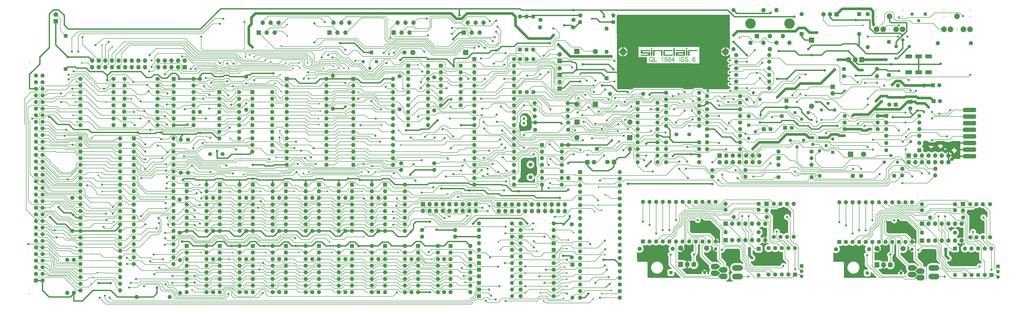
<source format=gtl>
%TF.GenerationSoftware,KiCad,Pcbnew,8.0.6+1*%
%TF.CreationDate,2024-11-20T11:24:01+01:00*%
%TF.ProjectId,QL_schematic,514c5f73-6368-4656-9d61-7469632e6b69,0*%
%TF.SameCoordinates,Original*%
%TF.FileFunction,Copper,L1,Top*%
%TF.FilePolarity,Positive*%
%FSLAX46Y46*%
G04 Gerber Fmt 4.6, Leading zero omitted, Abs format (unit mm)*
G04 Created by KiCad (PCBNEW 8.0.6+1) date 2024-11-20 11:24:01*
%MOMM*%
%LPD*%
G01*
G04 APERTURE LIST*
G04 Aperture macros list*
%AMRoundRect*
0 Rectangle with rounded corners*
0 $1 Rounding radius*
0 $2 $3 $4 $5 $6 $7 $8 $9 X,Y pos of 4 corners*
0 Add a 4 corners polygon primitive as box body*
4,1,4,$2,$3,$4,$5,$6,$7,$8,$9,$2,$3,0*
0 Add four circle primitives for the rounded corners*
1,1,$1+$1,$2,$3*
1,1,$1+$1,$4,$5*
1,1,$1+$1,$6,$7*
1,1,$1+$1,$8,$9*
0 Add four rect primitives between the rounded corners*
20,1,$1+$1,$2,$3,$4,$5,0*
20,1,$1+$1,$4,$5,$6,$7,0*
20,1,$1+$1,$6,$7,$8,$9,0*
20,1,$1+$1,$8,$9,$2,$3,0*%
%AMRotRect*
0 Rectangle, with rotation*
0 The origin of the aperture is its center*
0 $1 length*
0 $2 width*
0 $3 Rotation angle, in degrees counterclockwise*
0 Add horizontal line*
21,1,$1,$2,0,0,$3*%
G04 Aperture macros list end*
%TA.AperFunction,NonConductor*%
%ADD10C,0.000000*%
%TD*%
%ADD11C,0.187500*%
%TA.AperFunction,NonConductor*%
%ADD12C,0.187500*%
%TD*%
%TA.AperFunction,ComponentPad*%
%ADD13R,1.905000X2.000000*%
%TD*%
%TA.AperFunction,ComponentPad*%
%ADD14O,1.905000X2.000000*%
%TD*%
%TA.AperFunction,ComponentPad*%
%ADD15C,1.600000*%
%TD*%
%TA.AperFunction,ComponentPad*%
%ADD16O,1.600000X1.600000*%
%TD*%
%TA.AperFunction,ComponentPad*%
%ADD17R,1.600000X1.600000*%
%TD*%
%TA.AperFunction,ComponentPad*%
%ADD18C,2.184400*%
%TD*%
%TA.AperFunction,ComponentPad*%
%ADD19R,1.200000X1.200000*%
%TD*%
%TA.AperFunction,ComponentPad*%
%ADD20C,1.200000*%
%TD*%
%TA.AperFunction,ComponentPad*%
%ADD21R,1.500000X1.500000*%
%TD*%
%TA.AperFunction,ComponentPad*%
%ADD22O,1.500000X1.500000*%
%TD*%
%TA.AperFunction,ComponentPad*%
%ADD23R,1.700000X1.700000*%
%TD*%
%TA.AperFunction,ComponentPad*%
%ADD24O,1.700000X1.700000*%
%TD*%
%TA.AperFunction,ComponentPad*%
%ADD25R,1.350000X1.350000*%
%TD*%
%TA.AperFunction,ComponentPad*%
%ADD26O,1.350000X1.350000*%
%TD*%
%TA.AperFunction,ComponentPad*%
%ADD27RotRect,1.500000X1.500000X45.000000*%
%TD*%
%TA.AperFunction,ComponentPad*%
%ADD28RoundRect,1.100000X0.400000X0.000010X-0.400000X0.000010X-0.400000X-0.000010X0.400000X-0.000010X0*%
%TD*%
%TA.AperFunction,ComponentPad*%
%ADD29RoundRect,1.100000X-0.400000X-0.000010X0.400000X-0.000010X0.400000X0.000010X-0.400000X0.000010X0*%
%TD*%
%TA.AperFunction,ComponentPad*%
%ADD30R,1.300000X1.300000*%
%TD*%
%TA.AperFunction,ComponentPad*%
%ADD31C,1.300000*%
%TD*%
%TA.AperFunction,ComponentPad*%
%ADD32R,2.000000X2.000000*%
%TD*%
%TA.AperFunction,ComponentPad*%
%ADD33O,2.000000X2.000000*%
%TD*%
%TA.AperFunction,ComponentPad*%
%ADD34C,1.000000*%
%TD*%
%TA.AperFunction,ComponentPad*%
%ADD35RoundRect,1.100000X-0.975000X-0.000010X0.975000X-0.000010X0.975000X0.000010X-0.975000X0.000010X0*%
%TD*%
%TA.AperFunction,ComponentPad*%
%ADD36R,1.800000X1.800000*%
%TD*%
%TA.AperFunction,ComponentPad*%
%ADD37C,1.800000*%
%TD*%
%TA.AperFunction,ConnectorPad*%
%ADD38RoundRect,0.500000X-2.000000X-0.350000X2.000000X-0.350000X2.000000X0.350000X-2.000000X0.350000X0*%
%TD*%
%TA.AperFunction,ComponentPad*%
%ADD39O,4.000000X4.000000*%
%TD*%
%TA.AperFunction,ComponentPad*%
%ADD40C,2.000000*%
%TD*%
%TA.AperFunction,ComponentPad*%
%ADD41C,1.500000*%
%TD*%
%TA.AperFunction,ComponentPad*%
%ADD42RoundRect,0.249999X-0.525001X0.525001X-0.525001X-0.525001X0.525001X-0.525001X0.525001X0.525001X0*%
%TD*%
%TA.AperFunction,ComponentPad*%
%ADD43C,1.550000*%
%TD*%
%TA.AperFunction,ComponentPad*%
%ADD44O,2.500000X2.600000*%
%TD*%
%TA.AperFunction,ComponentPad*%
%ADD45O,2.500000X2.500000*%
%TD*%
%TA.AperFunction,ComponentPad*%
%ADD46R,2.600000X1.600000*%
%TD*%
%TA.AperFunction,ComponentPad*%
%ADD47RoundRect,0.500000X0.800000X0.300000X-0.800000X0.300000X-0.800000X-0.300000X0.800000X-0.300000X0*%
%TD*%
%TA.AperFunction,ViaPad*%
%ADD48C,0.800000*%
%TD*%
%TA.AperFunction,ViaPad*%
%ADD49C,0.600000*%
%TD*%
%TA.AperFunction,ViaPad*%
%ADD50C,1.000000*%
%TD*%
%TA.AperFunction,ViaPad*%
%ADD51C,1.200000*%
%TD*%
%TA.AperFunction,Conductor*%
%ADD52C,0.200000*%
%TD*%
%TA.AperFunction,Conductor*%
%ADD53C,0.500000*%
%TD*%
%TA.AperFunction,Conductor*%
%ADD54C,1.000000*%
%TD*%
%ADD55C,0.350000*%
%ADD56C,0.300000*%
%ADD57O,2.000000X1.000000*%
G04 APERTURE END LIST*
D10*
%TA.AperFunction,NonConductor*%
G36*
X278827905Y-108031330D02*
G01*
X278267842Y-108031330D01*
X278267842Y-107634223D01*
X278827905Y-107634223D01*
X278827905Y-108031330D01*
G37*
%TD.AperFunction*%
%TA.AperFunction,NonConductor*%
G36*
X265390353Y-108031330D02*
G01*
X264829358Y-108031330D01*
X264829358Y-107634223D01*
X265390353Y-107634223D01*
X265390353Y-108031330D01*
G37*
%TD.AperFunction*%
%TA.AperFunction,NonConductor*%
G36*
X264541000Y-108712000D02*
G01*
X261591413Y-108712000D01*
X261591413Y-109127782D01*
X264541000Y-109127782D01*
X264541000Y-110500327D01*
X260952336Y-110500327D01*
X260952336Y-110021841D01*
X263879760Y-110021841D01*
X263879760Y-109601073D01*
X261881684Y-109618623D01*
X260952336Y-109601073D01*
X260952336Y-108275860D01*
X264541000Y-108275860D01*
X264541000Y-108712000D01*
G37*
%TD.AperFunction*%
%TA.AperFunction,NonConductor*%
G36*
X277943959Y-110500327D02*
G01*
X277329146Y-110500327D01*
X274347406Y-110500327D01*
X274344449Y-110021842D01*
X274342547Y-109713925D01*
X274343482Y-109601083D01*
X275025791Y-109601083D01*
X275025791Y-110021842D01*
X277329146Y-110021842D01*
X277329146Y-109601083D01*
X275025791Y-109601083D01*
X274343482Y-109601083D01*
X274347406Y-109127782D01*
X277329146Y-109127782D01*
X277329146Y-108712000D01*
X274347406Y-108712000D01*
X274347406Y-108275860D01*
X277943959Y-108275860D01*
X277943959Y-110500327D01*
G37*
%TD.AperFunction*%
%TA.AperFunction,NonConductor*%
G36*
X274023989Y-110500327D02*
G01*
X273448151Y-110500327D01*
X273448151Y-107634224D01*
X274023989Y-107634224D01*
X274023989Y-110500327D01*
G37*
%TD.AperFunction*%
%TA.AperFunction,NonConductor*%
G36*
X273219394Y-108712000D02*
G01*
X270182435Y-108712000D01*
X270182435Y-110021841D01*
X273219394Y-110021841D01*
X273219376Y-110500308D01*
X269618585Y-110500327D01*
X269618585Y-108275860D01*
X273219394Y-108275860D01*
X273219394Y-108712000D01*
G37*
%TD.AperFunction*%
%TA.AperFunction,NonConductor*%
G36*
X269306846Y-110500327D02*
G01*
X268738894Y-110500327D01*
X268738894Y-108712000D01*
X266277775Y-108712000D01*
X266277775Y-110500327D01*
X265630942Y-110500327D01*
X265630942Y-108275860D01*
X269306846Y-108275860D01*
X269306846Y-110500327D01*
G37*
%TD.AperFunction*%
%TA.AperFunction,NonConductor*%
G36*
X278827905Y-110500327D02*
G01*
X278267842Y-110500327D01*
X278267842Y-108275860D01*
X278827905Y-108275860D01*
X278827905Y-110500327D01*
G37*
%TD.AperFunction*%
%TA.AperFunction,NonConductor*%
G36*
X265390353Y-110500327D02*
G01*
X264829358Y-110500327D01*
X264829358Y-108275860D01*
X265390353Y-108275860D01*
X265390353Y-110500327D01*
G37*
%TD.AperFunction*%
%TA.AperFunction,NonConductor*%
G36*
X282636317Y-108712000D02*
G01*
X279671943Y-108712000D01*
X279671943Y-110500327D01*
X279103993Y-110500327D01*
X279103993Y-108275860D01*
X282636317Y-108275860D01*
X282636317Y-108712000D01*
G37*
%TD.AperFunction*%
D11*
D12*
G36*
X265072562Y-110931115D02*
G01*
X265158991Y-110943286D01*
X265255531Y-110967742D01*
X265347450Y-111003243D01*
X265422558Y-111042462D01*
X265503911Y-111097349D01*
X265576306Y-111161031D01*
X265639742Y-111233507D01*
X265694220Y-111314779D01*
X265721328Y-111365168D01*
X265756335Y-111444769D01*
X265784100Y-111528097D01*
X265804621Y-111615151D01*
X265817900Y-111705933D01*
X265823935Y-111800440D01*
X265824338Y-111832771D01*
X265821167Y-111925306D01*
X265811657Y-112013669D01*
X265795806Y-112097859D01*
X265769926Y-112188967D01*
X265758087Y-112221728D01*
X265720767Y-112305263D01*
X265675059Y-112383187D01*
X265620963Y-112455502D01*
X265558479Y-112522207D01*
X265628311Y-112573600D01*
X265705114Y-112624470D01*
X265787686Y-112671673D01*
X265857677Y-112704718D01*
X265789289Y-112867139D01*
X265706302Y-112834908D01*
X265623398Y-112795437D01*
X265540575Y-112748726D01*
X265457834Y-112694774D01*
X265410590Y-112660693D01*
X265322981Y-112699332D01*
X265231446Y-112728480D01*
X265135983Y-112748138D01*
X265036593Y-112758306D01*
X264978036Y-112759856D01*
X264889840Y-112755783D01*
X264804769Y-112743567D01*
X264709470Y-112719020D01*
X264618425Y-112683388D01*
X264543772Y-112644024D01*
X264462963Y-112588681D01*
X264390702Y-112524380D01*
X264326992Y-112451120D01*
X264271830Y-112368902D01*
X264244147Y-112317898D01*
X264208414Y-112237160D01*
X264180074Y-112152665D01*
X264159127Y-112064414D01*
X264145573Y-111972405D01*
X264139412Y-111876640D01*
X264139001Y-111843884D01*
X264139017Y-111843457D01*
X264379214Y-111843457D01*
X264383367Y-111944891D01*
X264395827Y-112038686D01*
X264416593Y-112124843D01*
X264452476Y-112218149D01*
X264500321Y-112300455D01*
X264549329Y-112360641D01*
X264616443Y-112421940D01*
X264690199Y-112470556D01*
X264770596Y-112506490D01*
X264857636Y-112529741D01*
X264951317Y-112540310D01*
X264984020Y-112541014D01*
X265075643Y-112534523D01*
X265163298Y-112515048D01*
X265219531Y-112494852D01*
X265142890Y-112451945D01*
X265063421Y-112418432D01*
X264988722Y-112396117D01*
X265045142Y-112226429D01*
X265130030Y-112253772D01*
X265218781Y-112291532D01*
X265298716Y-112336238D01*
X265369836Y-112387890D01*
X265378106Y-112394835D01*
X265437334Y-112332881D01*
X265486523Y-112261891D01*
X265525674Y-112181863D01*
X265554786Y-112092799D01*
X265573859Y-111994698D01*
X265582894Y-111887560D01*
X265583697Y-111842174D01*
X265580220Y-111752915D01*
X265567732Y-111657165D01*
X265546160Y-111568093D01*
X265515506Y-111485701D01*
X265511035Y-111475871D01*
X265464821Y-111393213D01*
X265407922Y-111321713D01*
X265340340Y-111261369D01*
X265298177Y-111232666D01*
X265216647Y-111190723D01*
X265129774Y-111162507D01*
X265037559Y-111148017D01*
X264984020Y-111145899D01*
X264889227Y-111152060D01*
X264800715Y-111170543D01*
X264718484Y-111201347D01*
X264642534Y-111244474D01*
X264572866Y-111299922D01*
X264551039Y-111321143D01*
X264492645Y-111392770D01*
X264446333Y-111476539D01*
X264412102Y-111572449D01*
X264392805Y-111661649D01*
X264381898Y-111759281D01*
X264379214Y-111843457D01*
X264139017Y-111843457D01*
X264142712Y-111747283D01*
X264153847Y-111653987D01*
X264172405Y-111563997D01*
X264198386Y-111477314D01*
X264231791Y-111393936D01*
X264244575Y-111366878D01*
X264287466Y-111289861D01*
X264345444Y-111209124D01*
X264411972Y-111138205D01*
X264487049Y-111077104D01*
X264545909Y-111039470D01*
X264633577Y-110995669D01*
X264725662Y-110962625D01*
X264822165Y-110940341D01*
X264908398Y-110929802D01*
X264982738Y-110927057D01*
X265072562Y-110931115D01*
G37*
G36*
X266117979Y-112732501D02*
G01*
X266117979Y-110954413D01*
X266351353Y-110954413D01*
X266351353Y-112513659D01*
X267219025Y-112513659D01*
X267219025Y-112732501D01*
X266117979Y-112732501D01*
G37*
G36*
X269486087Y-112732501D02*
G01*
X269269810Y-112732501D01*
X269269810Y-111346789D01*
X269204294Y-111402948D01*
X269132199Y-111454534D01*
X269064646Y-111496815D01*
X268987852Y-111539933D01*
X268909259Y-111578974D01*
X268836829Y-111609228D01*
X268836829Y-111398935D01*
X268914115Y-111359630D01*
X268997082Y-111310503D01*
X269074332Y-111256888D01*
X269145866Y-111198784D01*
X269154406Y-111191206D01*
X269217397Y-111130565D01*
X269276385Y-111063494D01*
X269327175Y-110990397D01*
X269346747Y-110954413D01*
X269486087Y-110954413D01*
X269486087Y-112732501D01*
G37*
G36*
X270682087Y-110961783D02*
G01*
X270771879Y-110983895D01*
X270856937Y-111020748D01*
X270902146Y-111047591D01*
X270976799Y-111106019D01*
X271040632Y-111176956D01*
X271088290Y-111250513D01*
X271118423Y-111312167D01*
X271147236Y-111394704D01*
X271168971Y-111491966D01*
X271181970Y-111587055D01*
X271188830Y-111674560D01*
X271192079Y-111769579D01*
X271192368Y-111809690D01*
X271190573Y-111912118D01*
X271185189Y-112007825D01*
X271176214Y-112096812D01*
X271160707Y-112194726D01*
X271140030Y-112282962D01*
X271118851Y-112349100D01*
X271083438Y-112432408D01*
X271034551Y-112516397D01*
X270976689Y-112588418D01*
X270909850Y-112648471D01*
X270900864Y-112655137D01*
X270825317Y-112700951D01*
X270743572Y-112733676D01*
X270655629Y-112753311D01*
X270561489Y-112759856D01*
X270474602Y-112754027D01*
X270384168Y-112733089D01*
X270303191Y-112696925D01*
X270231671Y-112645534D01*
X270223396Y-112638040D01*
X270164518Y-112570747D01*
X270118676Y-112491112D01*
X270085872Y-112399136D01*
X270067861Y-112308532D01*
X270066103Y-112294817D01*
X270274259Y-112267462D01*
X270298135Y-112357147D01*
X270337084Y-112433673D01*
X270375131Y-112476473D01*
X270448517Y-112520593D01*
X270537773Y-112540006D01*
X270566190Y-112541014D01*
X270654416Y-112531904D01*
X270736308Y-112502105D01*
X270741007Y-112499554D01*
X270813215Y-112447207D01*
X270864106Y-112387996D01*
X270905911Y-112311504D01*
X270936521Y-112227131D01*
X270944889Y-112197792D01*
X270963383Y-112113015D01*
X270974201Y-112025005D01*
X270977373Y-111942192D01*
X270976091Y-111898594D01*
X270920693Y-111970702D01*
X270851951Y-112031871D01*
X270798710Y-112066572D01*
X270719254Y-112103075D01*
X270635455Y-112124425D01*
X270555505Y-112130686D01*
X270462973Y-112123078D01*
X270376863Y-112100252D01*
X270297175Y-112062210D01*
X270223910Y-112008950D01*
X270184927Y-111971684D01*
X270125970Y-111897086D01*
X270081494Y-111812794D01*
X270051498Y-111718807D01*
X270037313Y-111630530D01*
X270034159Y-111563066D01*
X270255880Y-111563066D01*
X270265772Y-111654361D01*
X270299506Y-111741673D01*
X270357180Y-111815246D01*
X270432723Y-111870243D01*
X270519479Y-111902411D01*
X270608078Y-111911845D01*
X270696852Y-111902411D01*
X270782355Y-111870243D01*
X270855130Y-111815246D01*
X270910370Y-111739703D01*
X270940690Y-111655687D01*
X270951776Y-111567582D01*
X270952155Y-111546396D01*
X270944311Y-111455564D01*
X270917196Y-111367725D01*
X270870714Y-111293660D01*
X270852993Y-111274126D01*
X270780020Y-111216696D01*
X270697452Y-111183105D01*
X270614062Y-111173254D01*
X270527625Y-111183856D01*
X270440837Y-111220010D01*
X270369477Y-111275141D01*
X270362736Y-111281820D01*
X270306386Y-111355935D01*
X270270906Y-111442572D01*
X270256819Y-111531252D01*
X270255880Y-111563066D01*
X270034159Y-111563066D01*
X270033619Y-111551525D01*
X270039179Y-111454388D01*
X270055858Y-111364614D01*
X270083658Y-111282202D01*
X270130144Y-111195362D01*
X270191766Y-111118544D01*
X270264760Y-111054590D01*
X270345362Y-111006345D01*
X270433573Y-110973807D01*
X270529392Y-110956977D01*
X270587562Y-110954413D01*
X270682087Y-110961783D01*
G37*
G36*
X272067539Y-110960610D02*
G01*
X272155697Y-110979202D01*
X272245830Y-111015626D01*
X272324637Y-111068240D01*
X272342569Y-111083922D01*
X272404091Y-111152203D01*
X272448036Y-111227537D01*
X272474402Y-111309923D01*
X272483191Y-111399362D01*
X272472540Y-111490551D01*
X272440584Y-111571723D01*
X272418650Y-111605808D01*
X272355483Y-111670370D01*
X272277514Y-111718195D01*
X272223317Y-111740875D01*
X272308526Y-111776957D01*
X272381428Y-111823656D01*
X272447996Y-111887996D01*
X272470369Y-111917401D01*
X272514998Y-111998128D01*
X272543098Y-112088037D01*
X272554255Y-112176807D01*
X272554999Y-112208050D01*
X272547349Y-112306759D01*
X272524401Y-112398309D01*
X272486154Y-112482701D01*
X272432608Y-112559934D01*
X272395142Y-112600854D01*
X272320357Y-112662809D01*
X272235878Y-112709546D01*
X272141703Y-112741067D01*
X272053267Y-112755974D01*
X271974128Y-112759856D01*
X271879901Y-112754251D01*
X271792766Y-112737436D01*
X271700074Y-112703651D01*
X271617035Y-112654607D01*
X271553542Y-112600426D01*
X271491254Y-112526725D01*
X271444265Y-112445498D01*
X271412574Y-112356744D01*
X271396183Y-112260463D01*
X271393685Y-112202066D01*
X271394148Y-112195655D01*
X271616374Y-112195655D01*
X271627273Y-112282743D01*
X271659971Y-112367052D01*
X271710542Y-112436619D01*
X271779708Y-112489845D01*
X271790336Y-112495707D01*
X271874591Y-112528227D01*
X271964670Y-112540837D01*
X271977120Y-112541014D01*
X272068791Y-112531706D01*
X272149860Y-112503781D01*
X272226790Y-112451562D01*
X272233148Y-112445698D01*
X272290578Y-112373764D01*
X272324169Y-112289606D01*
X272334020Y-112202494D01*
X272323835Y-112114045D01*
X272289105Y-112028418D01*
X272236145Y-111961182D01*
X272229728Y-111955014D01*
X272159721Y-111903398D01*
X272079529Y-111870899D01*
X271989152Y-111857516D01*
X271969854Y-111857134D01*
X271879577Y-111866609D01*
X271792036Y-111898920D01*
X271716818Y-111954160D01*
X271659632Y-112026278D01*
X271626183Y-112109811D01*
X271616374Y-112195655D01*
X271394148Y-112195655D01*
X271400582Y-112106647D01*
X271421274Y-112020424D01*
X271460444Y-111935406D01*
X271480880Y-111904578D01*
X271542598Y-111836983D01*
X271618758Y-111784332D01*
X271699650Y-111749721D01*
X271729214Y-111740875D01*
X271644882Y-111703408D01*
X271571662Y-111651476D01*
X271529606Y-111604953D01*
X271487542Y-111527352D01*
X271466922Y-111438323D01*
X271464964Y-111399789D01*
X271686044Y-111399789D01*
X271701424Y-111484430D01*
X271752039Y-111558774D01*
X271766400Y-111571614D01*
X271846248Y-111617195D01*
X271936802Y-111636665D01*
X271975838Y-111638293D01*
X272063133Y-111628976D01*
X272143458Y-111597856D01*
X272180575Y-111572042D01*
X272237945Y-111503357D01*
X272260425Y-111415602D01*
X272260503Y-111409620D01*
X272242377Y-111322898D01*
X272187999Y-111250262D01*
X272178010Y-111241642D01*
X272104630Y-111197364D01*
X272017847Y-111175658D01*
X271973273Y-111173254D01*
X271886259Y-111182631D01*
X271805424Y-111213951D01*
X271767682Y-111239932D01*
X271709084Y-111308266D01*
X271686124Y-111393992D01*
X271686044Y-111399789D01*
X271464964Y-111399789D01*
X271464638Y-111393378D01*
X271473266Y-111304126D01*
X271499152Y-111222301D01*
X271542295Y-111147903D01*
X271602696Y-111080930D01*
X271677629Y-111025579D01*
X271763942Y-110986042D01*
X271848801Y-110964420D01*
X271942374Y-110954907D01*
X271970709Y-110954413D01*
X272067539Y-110960610D01*
G37*
G36*
X273668868Y-112103331D02*
G01*
X273906944Y-112103331D01*
X273906944Y-112322173D01*
X273668868Y-112322173D01*
X273668868Y-112732501D01*
X273452591Y-112732501D01*
X273452591Y-112322173D01*
X272687928Y-112322173D01*
X272687928Y-112103331D01*
X272900786Y-112103331D01*
X273452591Y-112103331D01*
X273452591Y-111333966D01*
X272900786Y-112103331D01*
X272687928Y-112103331D01*
X273492342Y-110981768D01*
X273668868Y-110981768D01*
X273668868Y-112103331D01*
G37*
G36*
X275609805Y-112732501D02*
G01*
X275609805Y-110954413D01*
X275843179Y-110954413D01*
X275843179Y-112732501D01*
X275609805Y-112732501D01*
G37*
G36*
X276171442Y-112130686D02*
G01*
X276391138Y-112130686D01*
X276406859Y-112216763D01*
X276435069Y-112297876D01*
X276463800Y-112349955D01*
X276520706Y-112414051D01*
X276591642Y-112463699D01*
X276641182Y-112488441D01*
X276727341Y-112518373D01*
X276811891Y-112534802D01*
X276902368Y-112540963D01*
X276911742Y-112541014D01*
X276999737Y-112536317D01*
X277087323Y-112520479D01*
X277147253Y-112501264D01*
X277226867Y-112460463D01*
X277293011Y-112400009D01*
X277299416Y-112391415D01*
X277338437Y-112314162D01*
X277349425Y-112241389D01*
X277334143Y-112156999D01*
X277301126Y-112100339D01*
X277232530Y-112041159D01*
X277149409Y-112000393D01*
X277142551Y-111997757D01*
X277056544Y-111970522D01*
X276963777Y-111945800D01*
X276872832Y-111923252D01*
X276828821Y-111912699D01*
X276742889Y-111891111D01*
X276655549Y-111866457D01*
X276572762Y-111838981D01*
X276488591Y-111802424D01*
X276409480Y-111752845D01*
X276345520Y-111695791D01*
X276300524Y-111637438D01*
X276262757Y-111560020D01*
X276242421Y-111475871D01*
X276238547Y-111416032D01*
X276247487Y-111325832D01*
X276274306Y-111239774D01*
X276314202Y-111165133D01*
X276368289Y-111097488D01*
X276435984Y-111040946D01*
X276517287Y-110995507D01*
X276535180Y-110987752D01*
X276619701Y-110958412D01*
X276709294Y-110938675D01*
X276803958Y-110928539D01*
X276858741Y-110927057D01*
X276953923Y-110930958D01*
X277043282Y-110942658D01*
X277126817Y-110962160D01*
X277204528Y-110989461D01*
X277283200Y-111029196D01*
X277357765Y-111084210D01*
X277418807Y-111150661D01*
X277434482Y-111172827D01*
X277477667Y-111251558D01*
X277506243Y-111336551D01*
X277520209Y-111427804D01*
X277521250Y-111446806D01*
X277297706Y-111446806D01*
X277278055Y-111360937D01*
X277236961Y-111282873D01*
X277175463Y-111221981D01*
X277092339Y-111178665D01*
X277006897Y-111156598D01*
X276917779Y-111147088D01*
X276868572Y-111145899D01*
X276781489Y-111149580D01*
X276695389Y-111162804D01*
X276607901Y-111192857D01*
X276559971Y-111222835D01*
X276497427Y-111290290D01*
X276465731Y-111374766D01*
X276463373Y-111407910D01*
X276480470Y-111493716D01*
X276531761Y-111563066D01*
X276612885Y-111609007D01*
X276700827Y-111640102D01*
X276784561Y-111663669D01*
X276883532Y-111687446D01*
X276968004Y-111706973D01*
X277057884Y-111729413D01*
X277146904Y-111754225D01*
X277236294Y-111783963D01*
X277273771Y-111799432D01*
X277353934Y-111842352D01*
X277428016Y-111897099D01*
X277491282Y-111965902D01*
X277500733Y-111979378D01*
X277542589Y-112058250D01*
X277567071Y-112145002D01*
X277574250Y-112230704D01*
X277566361Y-112317274D01*
X277542694Y-112400672D01*
X277503249Y-112480897D01*
X277493467Y-112496562D01*
X277436357Y-112569141D01*
X277365473Y-112630867D01*
X277289900Y-112677141D01*
X277262230Y-112690613D01*
X277174384Y-112724085D01*
X277091304Y-112744641D01*
X277003521Y-112756542D01*
X276922855Y-112759856D01*
X276835830Y-112757271D01*
X276741215Y-112747723D01*
X276654044Y-112731138D01*
X276563537Y-112703569D01*
X276521930Y-112686339D01*
X276445474Y-112644932D01*
X276369808Y-112587237D01*
X276305095Y-112517776D01*
X276268040Y-112464932D01*
X276227541Y-112388584D01*
X276197942Y-112307426D01*
X276179242Y-112221461D01*
X276171442Y-112130686D01*
G37*
G36*
X277804205Y-112130686D02*
G01*
X278023901Y-112130686D01*
X278039623Y-112216763D01*
X278067833Y-112297876D01*
X278096564Y-112349955D01*
X278153469Y-112414051D01*
X278224405Y-112463699D01*
X278273945Y-112488441D01*
X278360104Y-112518373D01*
X278444654Y-112534802D01*
X278535131Y-112540963D01*
X278544505Y-112541014D01*
X278632501Y-112536317D01*
X278720086Y-112520479D01*
X278780016Y-112501264D01*
X278859631Y-112460463D01*
X278925775Y-112400009D01*
X278932180Y-112391415D01*
X278971200Y-112314162D01*
X278982188Y-112241389D01*
X278966906Y-112156999D01*
X278933889Y-112100339D01*
X278865293Y-112041159D01*
X278782172Y-112000393D01*
X278775315Y-111997757D01*
X278689308Y-111970522D01*
X278596541Y-111945800D01*
X278505595Y-111923252D01*
X278461585Y-111912699D01*
X278375652Y-111891111D01*
X278288312Y-111866457D01*
X278205525Y-111838981D01*
X278121354Y-111802424D01*
X278042243Y-111752845D01*
X277978284Y-111695791D01*
X277933287Y-111637438D01*
X277895520Y-111560020D01*
X277875184Y-111475871D01*
X277871311Y-111416032D01*
X277880250Y-111325832D01*
X277907069Y-111239774D01*
X277946965Y-111165133D01*
X278001053Y-111097488D01*
X278068748Y-111040946D01*
X278150050Y-110995507D01*
X278167944Y-110987752D01*
X278252465Y-110958412D01*
X278342058Y-110938675D01*
X278436722Y-110928539D01*
X278491504Y-110927057D01*
X278586687Y-110930958D01*
X278676045Y-110942658D01*
X278759580Y-110962160D01*
X278837291Y-110989461D01*
X278915963Y-111029196D01*
X278990529Y-111084210D01*
X279051571Y-111150661D01*
X279067246Y-111172827D01*
X279110431Y-111251558D01*
X279139006Y-111336551D01*
X279152973Y-111427804D01*
X279154013Y-111446806D01*
X278930470Y-111446806D01*
X278910818Y-111360937D01*
X278869725Y-111282873D01*
X278808226Y-111221981D01*
X278725102Y-111178665D01*
X278639661Y-111156598D01*
X278550542Y-111147088D01*
X278501335Y-111145899D01*
X278414252Y-111149580D01*
X278328153Y-111162804D01*
X278240664Y-111192857D01*
X278192734Y-111222835D01*
X278130191Y-111290290D01*
X278098495Y-111374766D01*
X278096136Y-111407910D01*
X278113233Y-111493716D01*
X278164524Y-111563066D01*
X278245648Y-111609007D01*
X278333591Y-111640102D01*
X278417324Y-111663669D01*
X278516295Y-111687446D01*
X278600768Y-111706973D01*
X278690647Y-111729413D01*
X278779667Y-111754225D01*
X278869057Y-111783963D01*
X278906534Y-111799432D01*
X278986698Y-111842352D01*
X279060779Y-111897099D01*
X279124045Y-111965902D01*
X279133497Y-111979378D01*
X279175353Y-112058250D01*
X279199834Y-112145002D01*
X279207014Y-112230704D01*
X279199125Y-112317274D01*
X279175458Y-112400672D01*
X279136013Y-112480897D01*
X279126230Y-112496562D01*
X279069121Y-112569141D01*
X278998237Y-112630867D01*
X278922664Y-112677141D01*
X278894994Y-112690613D01*
X278807148Y-112724085D01*
X278724067Y-112744641D01*
X278636285Y-112756542D01*
X278555618Y-112759856D01*
X278468594Y-112757271D01*
X278373978Y-112747723D01*
X278286808Y-112731138D01*
X278196301Y-112703569D01*
X278154693Y-112686339D01*
X278078238Y-112644932D01*
X278002571Y-112587237D01*
X277937859Y-112517776D01*
X277900803Y-112464932D01*
X277860305Y-112388584D01*
X277830705Y-112307426D01*
X277812006Y-112221461D01*
X277804205Y-112130686D01*
G37*
G36*
X279549809Y-112732501D02*
G01*
X279549809Y-112513659D01*
X279796433Y-112513659D01*
X279796433Y-112732501D01*
X279549809Y-112732501D01*
G37*
G36*
X281499547Y-110960323D02*
G01*
X281590622Y-110981554D01*
X281672240Y-111018226D01*
X281744402Y-111070339D01*
X281752757Y-111077938D01*
X281812570Y-111145605D01*
X281859079Y-111225079D01*
X281892285Y-111316361D01*
X281910426Y-111405919D01*
X281912187Y-111419451D01*
X281697192Y-111446806D01*
X281672087Y-111362236D01*
X281631409Y-111283741D01*
X281615554Y-111264296D01*
X281543806Y-111208817D01*
X281460639Y-111178944D01*
X281398849Y-111173254D01*
X281313169Y-111183399D01*
X281232081Y-111216783D01*
X281217193Y-111226255D01*
X281146648Y-111286121D01*
X281092648Y-111356628D01*
X281056054Y-111425435D01*
X281027545Y-111509385D01*
X281009640Y-111601435D01*
X280999714Y-111695434D01*
X280995472Y-111786000D01*
X280994933Y-111818238D01*
X281047200Y-111749717D01*
X281112505Y-111688228D01*
X281185991Y-111641285D01*
X281265075Y-111608432D01*
X281354113Y-111588146D01*
X281422785Y-111583582D01*
X281514338Y-111591232D01*
X281599756Y-111614180D01*
X281679037Y-111652427D01*
X281752183Y-111705973D01*
X281791225Y-111743439D01*
X281850515Y-111817669D01*
X281895243Y-111900857D01*
X281925408Y-111993003D01*
X281939674Y-112079116D01*
X281943389Y-112155904D01*
X281937708Y-112247604D01*
X281920668Y-112335653D01*
X281892268Y-112420050D01*
X281871581Y-112465360D01*
X281827170Y-112540388D01*
X281767831Y-112611381D01*
X281697974Y-112669350D01*
X281674966Y-112684201D01*
X281593663Y-112724097D01*
X281505765Y-112749217D01*
X281411273Y-112759560D01*
X281391583Y-112759856D01*
X281293769Y-112752838D01*
X281202928Y-112731786D01*
X281119059Y-112696699D01*
X281042163Y-112647576D01*
X280972239Y-112584419D01*
X280950480Y-112560248D01*
X280892522Y-112476304D01*
X280853384Y-112392462D01*
X280822573Y-112295993D01*
X280803920Y-112209726D01*
X280795837Y-112152485D01*
X281028699Y-112152485D01*
X281037780Y-112240608D01*
X281065024Y-112325458D01*
X281076143Y-112349100D01*
X281124938Y-112422497D01*
X281193378Y-112482253D01*
X281209072Y-112491860D01*
X281290999Y-112527142D01*
X281376494Y-112540822D01*
X281388163Y-112541014D01*
X281477895Y-112529044D01*
X281558434Y-112493134D01*
X281623675Y-112439714D01*
X281675742Y-112369039D01*
X281708525Y-112284172D01*
X281721542Y-112195657D01*
X281722410Y-112163598D01*
X281714701Y-112074756D01*
X281688054Y-111989288D01*
X281636758Y-111911375D01*
X281624957Y-111899022D01*
X281551998Y-111844025D01*
X281467120Y-111811857D01*
X281379615Y-111802424D01*
X281292327Y-111811857D01*
X281206338Y-111844025D01*
X281130854Y-111899022D01*
X281072693Y-111972554D01*
X281038675Y-112060330D01*
X281028699Y-112152485D01*
X280795837Y-112152485D01*
X280790597Y-112115379D01*
X280782602Y-112012951D01*
X280779938Y-111902441D01*
X280781598Y-111808808D01*
X280786580Y-111720088D01*
X280798387Y-111609438D01*
X280816099Y-111507524D01*
X280839714Y-111414345D01*
X280869233Y-111329902D01*
X280914434Y-111236632D01*
X280968860Y-111157012D01*
X281034581Y-111088160D01*
X281108327Y-111033553D01*
X281190097Y-110993191D01*
X281279891Y-110967075D01*
X281377710Y-110955204D01*
X281412099Y-110954413D01*
X281499547Y-110960323D01*
G37*
D13*
%TO.P,IC31,1,VI*%
%TO.N,/+VIN1*%
X276225000Y-190683000D03*
D14*
%TO.P,IC31,2,GND*%
%TO.N,GND1*%
X278765000Y-190683000D03*
%TO.P,IC31,3,VO*%
%TO.N,Net-(IC29-VCC)*%
X281305000Y-190683000D03*
%TD*%
D15*
%TO.P,R47,1*%
%TO.N,VCC*%
X58420000Y-137160000D03*
D16*
%TO.P,R47,2*%
%TO.N,Net-(IC22-~{PCEN})*%
X45720000Y-137160000D03*
%TD*%
D17*
%TO.P,C22,1*%
%TO.N,Net-(TR7-B)*%
X358902000Y-129286000D03*
D15*
%TO.P,C22,2*%
%TO.N,/MOTOR1_ON*%
X356402000Y-129286000D03*
%TD*%
%TO.P,R56,1*%
%TO.N,Net-(TR9-B)*%
X297585000Y-115310000D03*
D16*
%TO.P,R56,2*%
%TO.N,/CSYNC*%
X310285000Y-115310000D03*
%TD*%
D15*
%TO.P,R62,1*%
%TO.N,Net-(D4-A)*%
X211455000Y-185039000D03*
D16*
%TO.P,R62,2*%
%TO.N,VCC*%
X198755000Y-185039000D03*
%TD*%
D18*
%TO.P,J10,G*%
%TO.N,GND*%
X382397000Y-95330000D03*
%TO.P,J10,S*%
%TO.N,unconnected-(J10-PadS)*%
X387397000Y-100330000D03*
%TO.P,J10,SN*%
%TO.N,unconnected-(J10-PadSN)*%
X384897000Y-100330000D03*
%TO.P,J10,T*%
%TO.N,Net-(J10-PadT)*%
X377397000Y-100330000D03*
%TO.P,J10,TN*%
%TO.N,Net-(J10-PadTN)*%
X379897000Y-100330000D03*
%TD*%
D15*
%TO.P,C31,1*%
%TO.N,Net-(C31-Pad1)*%
X283337000Y-137414000D03*
D16*
%TO.P,C31,2*%
%TO.N,GND*%
X270637000Y-137414000D03*
%TD*%
D19*
%TO.P,C10,1*%
%TO.N,Net-(IC30-VCC)*%
X347980000Y-193929000D03*
D20*
%TO.P,C10,2*%
%TO.N,GND2*%
X360934000Y-193929000D03*
%TD*%
D21*
%TO.P,D2,1,K*%
%TO.N,/IC24_DB.1*%
X227457000Y-182499000D03*
D22*
%TO.P,D2,2,A*%
%TO.N,Net-(D2-A)*%
X214757000Y-182499000D03*
%TD*%
D23*
%TO.P,J201,1,Pin_1*%
%TO.N,Net-(J201-Pin_1)*%
X368935000Y-175006000D03*
D24*
%TO.P,J201,2,Pin_2*%
%TO.N,Net-(IC30-READ{slash}WRITE)*%
X371475000Y-175006000D03*
%TO.P,J201,3,Pin_3*%
%TO.N,Net-(J201-Pin_3)*%
X374015000Y-175006000D03*
%TO.P,J201,4,Pin_4*%
%TO.N,Net-(D15-K)*%
X376555000Y-175006000D03*
%TO.P,J201,5,Pin_5*%
%TO.N,unconnected-(J201-Pin_5-Pad5)*%
X379095000Y-175006000D03*
%TO.P,J201,6,Pin_6*%
%TO.N,unconnected-(J201-Pin_6-Pad6)*%
X381635000Y-175006000D03*
%TO.P,J201,7,Pin_7*%
%TO.N,Net-(J201-Pin_7)*%
X384175000Y-175006000D03*
%TD*%
D15*
%TO.P,R86,1*%
%TO.N,Net-(M1-IN)*%
X244094000Y-146304000D03*
D16*
%TO.P,R86,2*%
%TO.N,GND*%
X256794000Y-146304000D03*
%TD*%
D15*
%TO.P,R48,1*%
%TO.N,/RED*%
X233045000Y-138938000D03*
D16*
%TO.P,R48,2*%
%TO.N,Net-(C23-Pad2)*%
X220345000Y-138938000D03*
%TD*%
D15*
%TO.P,R21,1*%
%TO.N,/IC24_DB.3*%
X227457000Y-195199000D03*
D16*
%TO.P,R21,2*%
%TO.N,GND*%
X214757000Y-195199000D03*
%TD*%
D25*
%TO.P,SW2,1,B*%
%TO.N,Net-(J201-Pin_1)*%
X398145000Y-191453000D03*
D26*
%TO.P,SW2,2,A*%
%TO.N,Net-(SW2-A)*%
X398145000Y-193453000D03*
%TO.P,SW2,3,C*%
%TO.N,Net-(D13-K)*%
X398145000Y-195453000D03*
%TD*%
D21*
%TO.P,D1,1,K*%
%TO.N,/IC24_DB.0*%
X227457000Y-185039000D03*
D22*
%TO.P,D1,2,A*%
%TO.N,Net-(D1-A)*%
X214757000Y-185039000D03*
%TD*%
D17*
%TO.P,IC5,1,NC*%
%TO.N,unconnected-(IC5-NC-Pad1)*%
X137287000Y-160020000D03*
D16*
%TO.P,IC5,2,D0i*%
%TO.N,/DB4*%
X137287000Y-162560000D03*
%TO.P,IC5,3,~{WR}*%
%TO.N,/WRL*%
X137287000Y-165100000D03*
%TO.P,IC5,4,~{RAS}*%
%TO.N,/RASL*%
X137287000Y-167640000D03*
%TO.P,IC5,5,A0*%
%TO.N,/DA0*%
X137287000Y-170180000D03*
%TO.P,IC5,6,A2*%
%TO.N,/DA2*%
X137287000Y-172720000D03*
%TO.P,IC5,7,A1*%
%TO.N,/DA1*%
X137287000Y-175260000D03*
%TO.P,IC5,8,VCC*%
%TO.N,VCC*%
X137287000Y-177800000D03*
%TO.P,IC5,9,A7*%
%TO.N,/DA7*%
X144907000Y-177800000D03*
%TO.P,IC5,10,A5*%
%TO.N,/DA5*%
X144907000Y-175260000D03*
%TO.P,IC5,11,A4*%
%TO.N,/DA4*%
X144907000Y-172720000D03*
%TO.P,IC5,12,A3*%
%TO.N,/DA3*%
X144907000Y-170180000D03*
%TO.P,IC5,13,A6*%
%TO.N,/DA6*%
X144907000Y-167640000D03*
%TO.P,IC5,14,D0o*%
%TO.N,/DB4*%
X144907000Y-165100000D03*
%TO.P,IC5,15,~{CAS}*%
%TO.N,/CAS0L*%
X144907000Y-162560000D03*
%TO.P,IC5,16,GND*%
%TO.N,GND*%
X144907000Y-160020000D03*
%TD*%
D15*
%TO.P,R10,1*%
%TO.N,+12V*%
X235077000Y-96647000D03*
D16*
%TO.P,R10,2*%
%TO.N,Net-(J5-Pin_6)*%
X222377000Y-96647000D03*
%TD*%
D17*
%TO.P,C41,1*%
%TO.N,/Vin*%
X373166000Y-121793000D03*
D15*
%TO.P,C41,2*%
%TO.N,GND*%
X375666000Y-121793000D03*
%TD*%
%TO.P,R78,1*%
%TO.N,Net-(IC20-Zc)*%
X75311000Y-134620000D03*
D16*
%TO.P,R78,2*%
%TO.N,/DA6*%
X62611000Y-134620000D03*
%TD*%
D15*
%TO.P,R44,1*%
%TO.N,Net-(IC29-RC5)*%
X306197000Y-167386000D03*
D16*
%TO.P,R44,2*%
%TO.N,Net-(IC29-RC6)*%
X293497000Y-167386000D03*
%TD*%
D15*
%TO.P,DC24,1*%
%TO.N,VCC*%
X147447000Y-201295000D03*
D16*
%TO.P,DC24,2*%
%TO.N,GND*%
X147447000Y-188595000D03*
%TD*%
D27*
%TO.P,L2,1,1*%
%TO.N,Net-(IC29-IN_A1)*%
X290449000Y-191516000D03*
D28*
X289399000Y-191516000D03*
D27*
%TO.P,L2,2,1*%
%TO.N,Net-(IC29-IN_A2)*%
X291719000Y-192786000D03*
D29*
X292769000Y-192786000D03*
D27*
%TO.P,L2,3,2*%
%TO.N,Net-(IC29-IN_B1)*%
X290449000Y-194056000D03*
D28*
X289399000Y-194056000D03*
D27*
%TO.P,L2,4,1*%
%TO.N,Net-(IC29-IN_B2)*%
X291719000Y-195199000D03*
D29*
X292769000Y-195199000D03*
%TD*%
D15*
%TO.P,R29,1*%
%TO.N,Net-(TR5-C)*%
X355219000Y-141224000D03*
D16*
%TO.P,R29,2*%
%TO.N,Net-(TR7-B)*%
X367919000Y-141224000D03*
%TD*%
D15*
%TO.P,C32,1*%
%TO.N,Net-(IC28-90\u00BAREF)*%
X286385000Y-143764000D03*
D16*
%TO.P,C32,2*%
%TO.N,GND*%
X299085000Y-143764000D03*
%TD*%
D15*
%TO.P,C48,1*%
%TO.N,GND*%
X234950000Y-99568000D03*
D16*
%TO.P,C48,2*%
%TO.N,/VSYNC*%
X222250000Y-99568000D03*
%TD*%
D15*
%TO.P,C49,1*%
%TO.N,Net-(D12-K)*%
X319659000Y-180086000D03*
D16*
%TO.P,C49,2*%
%TO.N,GND1*%
X319659000Y-167386000D03*
%TD*%
D30*
%TO.P,TR7,1,C*%
%TO.N,/MOTOR1_ON*%
X329565000Y-147066000D03*
D31*
%TO.P,TR7,2,B*%
%TO.N,Net-(TR7-B)*%
X327025000Y-144526000D03*
%TO.P,TR7,3,E*%
%TO.N,/Vin_MDV*%
X329565000Y-141986000D03*
%TD*%
D15*
%TO.P,R58,1*%
%TO.N,Net-(TR9-B)*%
X297585000Y-120390000D03*
D16*
%TO.P,R58,2*%
%TO.N,/GREEN*%
X310285000Y-120390000D03*
%TD*%
D15*
%TO.P,R17,1*%
%TO.N,/IC24_DB.7*%
X220218000Y-128651000D03*
D16*
%TO.P,R17,2*%
%TO.N,GND*%
X232918000Y-128651000D03*
%TD*%
D15*
%TO.P,R20,1*%
%TO.N,/IC24_DB.4*%
X227457000Y-197739000D03*
D16*
%TO.P,R20,2*%
%TO.N,GND*%
X214757000Y-197739000D03*
%TD*%
D17*
%TO.P,IC16,1,NC*%
%TO.N,unconnected-(IC16-NC-Pad1)*%
X175387000Y-183515000D03*
D16*
%TO.P,IC16,2,D0i*%
%TO.N,/DB7*%
X175387000Y-186055000D03*
%TO.P,IC16,3,~{WR}*%
%TO.N,/WRL*%
X175387000Y-188595000D03*
%TO.P,IC16,4,~{RAS}*%
%TO.N,/RASL*%
X175387000Y-191135000D03*
%TO.P,IC16,5,A0*%
%TO.N,/DA0*%
X175387000Y-193675000D03*
%TO.P,IC16,6,A2*%
%TO.N,/DA2*%
X175387000Y-196215000D03*
%TO.P,IC16,7,A1*%
%TO.N,/DA1*%
X175387000Y-198755000D03*
%TO.P,IC16,8,VCC*%
%TO.N,VCC*%
X175387000Y-201295000D03*
%TO.P,IC16,9,A7*%
%TO.N,/DA7*%
X183007000Y-201295000D03*
%TO.P,IC16,10,A5*%
%TO.N,/DA5*%
X183007000Y-198755000D03*
%TO.P,IC16,11,A4*%
%TO.N,/DA4*%
X183007000Y-196215000D03*
%TO.P,IC16,12,A3*%
%TO.N,/DA3*%
X183007000Y-193675000D03*
%TO.P,IC16,13,A6*%
%TO.N,/DA6*%
X183007000Y-191135000D03*
%TO.P,IC16,14,D0o*%
%TO.N,/DB7*%
X183007000Y-188595000D03*
%TO.P,IC16,15,~{CAS}*%
%TO.N,/CAS1L*%
X183007000Y-186055000D03*
%TO.P,IC16,16,GND*%
%TO.N,GND*%
X183007000Y-183515000D03*
%TD*%
D15*
%TO.P,R90,1*%
%TO.N,Net-(IC28-YIN)*%
X217170000Y-124460000D03*
D16*
%TO.P,R90,2*%
%TO.N,GND*%
X217170000Y-111760000D03*
%TD*%
D15*
%TO.P,C19,1*%
%TO.N,GND*%
X326517000Y-152400000D03*
D16*
%TO.P,C19,2*%
%TO.N,/MOTOR2_ON*%
X313817000Y-152400000D03*
%TD*%
D21*
%TO.P,D16,1,K*%
%TO.N,/MOTOR2_ON*%
X313817000Y-149860000D03*
D22*
%TO.P,D16,2,A*%
%TO.N,GND*%
X326517000Y-149860000D03*
%TD*%
D15*
%TO.P,R49,1*%
%TO.N,/GREEN*%
X315087000Y-133705600D03*
D16*
%TO.P,R49,2*%
%TO.N,Net-(C24-Pad2)*%
X302387000Y-133705600D03*
%TD*%
D17*
%TO.P,IC13,1,NC*%
%TO.N,unconnected-(IC13-NC-Pad1)*%
X137287000Y-183515000D03*
D16*
%TO.P,IC13,2,D0i*%
%TO.N,/DB4*%
X137287000Y-186055000D03*
%TO.P,IC13,3,~{WR}*%
%TO.N,/WRL*%
X137287000Y-188595000D03*
%TO.P,IC13,4,~{RAS}*%
%TO.N,/RASL*%
X137287000Y-191135000D03*
%TO.P,IC13,5,A0*%
%TO.N,/DA0*%
X137287000Y-193675000D03*
%TO.P,IC13,6,A2*%
%TO.N,/DA2*%
X137287000Y-196215000D03*
%TO.P,IC13,7,A1*%
%TO.N,/DA1*%
X137287000Y-198755000D03*
%TO.P,IC13,8,VCC*%
%TO.N,VCC*%
X137287000Y-201295000D03*
%TO.P,IC13,9,A7*%
%TO.N,/DA7*%
X144907000Y-201295000D03*
%TO.P,IC13,10,A5*%
%TO.N,/DA5*%
X144907000Y-198755000D03*
%TO.P,IC13,11,A4*%
%TO.N,/DA4*%
X144907000Y-196215000D03*
%TO.P,IC13,12,A3*%
%TO.N,/DA3*%
X144907000Y-193675000D03*
%TO.P,IC13,13,A6*%
%TO.N,/DA6*%
X144907000Y-191135000D03*
%TO.P,IC13,14,D0o*%
%TO.N,/DB4*%
X144907000Y-188595000D03*
%TO.P,IC13,15,~{CAS}*%
%TO.N,/CAS1L*%
X144907000Y-186055000D03*
%TO.P,IC13,16,GND*%
%TO.N,GND*%
X144907000Y-183515000D03*
%TD*%
D15*
%TO.P,DC20,1*%
%TO.N,VCC*%
X96647000Y-201295000D03*
D16*
%TO.P,DC20,2*%
%TO.N,GND*%
X96647000Y-188595000D03*
%TD*%
D15*
%TO.P,C50,1*%
%TO.N,Net-(D13-K)*%
X395097000Y-180213000D03*
D16*
%TO.P,C50,2*%
%TO.N,GND2*%
X395097000Y-167513000D03*
%TD*%
D15*
%TO.P,R32,1*%
%TO.N,Net-(D20-A)*%
X288417000Y-156972000D03*
D16*
%TO.P,R32,2*%
%TO.N,/MOTOR2_ON*%
X301117000Y-156972000D03*
%TD*%
D32*
%TO.P,C37,1*%
%TO.N,/NN2*%
X326567800Y-104444800D03*
D33*
%TO.P,C37,2*%
%TO.N,GND*%
X326567800Y-129844800D03*
%TD*%
D15*
%TO.P,DC26,1*%
%TO.N,VCC*%
X172847000Y-201295000D03*
D16*
%TO.P,DC26,2*%
%TO.N,GND*%
X172847000Y-188595000D03*
%TD*%
D23*
%TO.P,J6,1,Pin_1*%
%TO.N,GND*%
X192913000Y-101600000D03*
D24*
%TO.P,J6,2,Pin_2*%
%TO.N,Net-(J6-Pin_2)*%
X194437000Y-97790000D03*
%TO.P,J6,3,Pin_3*%
%TO.N,Net-(J6-Pin_3)*%
X195961000Y-101600000D03*
%TO.P,J6,4,Pin_4*%
%TO.N,Net-(J6-Pin_4)*%
X197485000Y-97790000D03*
%TO.P,J6,5,Pin_5*%
%TO.N,Net-(J6-Pin_5)*%
X199009000Y-101600000D03*
%TO.P,J6,6,Pin_6*%
%TO.N,Net-(J5-Pin_6)*%
X200533000Y-97790000D03*
%TD*%
D23*
%TO.P,M2,1,+*%
%TO.N,Net-(J101-Pin_3)*%
X309245000Y-167335200D03*
D24*
%TO.P,M2,2,-*%
%TO.N,Net-(J101-Pin_7)*%
X309245000Y-169875200D03*
%TD*%
D15*
%TO.P,R92_2,1*%
%TO.N,VCC*%
X40005000Y-115570000D03*
D16*
%TO.P,R92_2,2*%
%TO.N,Net-(D27_2-A)*%
X40005000Y-102870000D03*
%TD*%
D21*
%TO.P,D14,1,K*%
%TO.N,Net-(D14-K)*%
X306197000Y-184650000D03*
D22*
%TO.P,D14,2,A*%
%TO.N,Net-(D12-A)*%
X306197000Y-194810000D03*
%TD*%
D30*
%TO.P,TR2,1,C*%
%TO.N,Net-(TR2-C)*%
X370205000Y-94488000D03*
D31*
%TO.P,TR2,2,B*%
%TO.N,Net-(TR2-B)*%
X367665000Y-97028000D03*
%TO.P,TR2,3,E*%
%TO.N,VCC*%
X365125000Y-94488000D03*
%TD*%
D15*
%TO.P,DC5,1*%
%TO.N,VCC*%
X181610000Y-118745000D03*
D16*
%TO.P,DC5,2*%
%TO.N,GND*%
X181610000Y-131445000D03*
%TD*%
D15*
%TO.P,R92,1*%
%TO.N,VCC*%
X219583000Y-95377000D03*
D16*
%TO.P,R92,2*%
%TO.N,Net-(D27-A)*%
X219583000Y-108077000D03*
%TD*%
D23*
%TO.P,HDB1,1,Pin_1*%
%TO.N,/MDSELDN*%
X291211000Y-148844000D03*
D24*
%TO.P,HDB1,2,Pin_2*%
%TO.N,/M1O{slash}M2I*%
X293751000Y-148844000D03*
%TO.P,HDB1,3,Pin_3*%
%TO.N,/MDSELCK*%
X296291000Y-148844000D03*
%TO.P,HDB1,4,Pin_4*%
%TO.N,/RAW1*%
X298831000Y-148844000D03*
%TO.P,HDB1,5,Pin_5*%
%TO.N,/RAW2*%
X301371000Y-148844000D03*
%TO.P,HDB1,6,Pin_6*%
%TO.N,/Vin_MDV*%
X303911000Y-148844000D03*
%TO.P,HDB1,7,Pin_7*%
%TO.N,GND*%
X306451000Y-148844000D03*
%TO.P,HDB1,8,Pin_8*%
%TO.N,/MOTOR2_ON*%
X291211000Y-151384000D03*
%TO.P,HDB1,9,Pin_9*%
%TO.N,/MDRWD*%
X293751000Y-151384000D03*
%TO.P,HDB1,10,Pin_10*%
%TO.N,/MOTOR2_ON*%
X296291000Y-151384000D03*
%TO.P,HDB1,11,Pin_11*%
%TO.N,/ERASE*%
X298831000Y-151384000D03*
%TO.P,HDB1,12,Pin_12*%
%TO.N,unconnected-(HDB1-Pin_12-Pad12)*%
X301371000Y-151384000D03*
%TO.P,HDB1,13,Pin_13*%
%TO.N,unconnected-(HDB1-Pin_13-Pad13)*%
X303911000Y-151384000D03*
%TO.P,HDB1,14,Pin_14*%
%TO.N,GND*%
X306451000Y-151384000D03*
%TD*%
D15*
%TO.P,R63,1*%
%TO.N,Net-(D5-A)*%
X211455000Y-182499000D03*
D16*
%TO.P,R63,2*%
%TO.N,VCC*%
X198755000Y-182499000D03*
%TD*%
D17*
%TO.P,C21,1*%
%TO.N,Net-(TR6-B)*%
X308269000Y-138684000D03*
D15*
%TO.P,C21,2*%
%TO.N,/MOTOR2_ON*%
X310769000Y-138684000D03*
%TD*%
D23*
%TO.P,J2,1,Vcc*%
%TO.N,VCC*%
X85725000Y-114845000D03*
D24*
%TO.P,J2,2,N/C*%
%TO.N,unconnected-(J2-N{slash}C-Pad2)*%
X85725000Y-112305000D03*
%TO.P,J2,3,A14*%
%TO.N,/A14*%
X83185000Y-114845000D03*
%TO.P,J2,4,A12*%
%TO.N,/A12*%
X83185000Y-112305000D03*
%TO.P,J2,5,A13*%
%TO.N,/A13*%
X80645000Y-114845000D03*
%TO.P,J2,6,A7*%
%TO.N,/A7*%
X80645000Y-112305000D03*
%TO.P,J2,7,A8*%
%TO.N,/A8*%
X78105000Y-114845000D03*
%TO.P,J2,8,A6*%
%TO.N,/A6*%
X78105000Y-112305000D03*
%TO.P,J2,9,A9*%
%TO.N,/A9*%
X75565000Y-114845000D03*
%TO.P,J2,10,A5*%
%TO.N,/A5*%
X75565000Y-112305000D03*
%TO.P,J2,11,A11*%
%TO.N,/A11*%
X70485000Y-114845000D03*
%TO.P,J2,12,A4*%
%TO.N,/A4*%
X70485000Y-112305000D03*
%TO.P,J2,13,~{ROMOE}*%
%TO.N,/ROMOEL*%
X67945000Y-114845000D03*
%TO.P,J2,14,A3*%
%TO.N,/A3*%
X67945000Y-112305000D03*
%TO.P,J2,15,A10*%
%TO.N,/A10*%
X65405000Y-114845000D03*
%TO.P,J2,16,A2*%
%TO.N,/A2*%
X65405000Y-112305000D03*
%TO.P,J2,17,A15*%
%TO.N,/A15*%
X62865000Y-114845000D03*
%TO.P,J2,18,A1*%
%TO.N,/A1*%
X62865000Y-112305000D03*
%TO.P,J2,19,D7*%
%TO.N,/D7*%
X60325000Y-114845000D03*
%TO.P,J2,20,A0*%
%TO.N,/A0*%
X60325000Y-112305000D03*
%TO.P,J2,21,D6*%
%TO.N,/D6*%
X57785000Y-114845000D03*
%TO.P,J2,22,D0*%
%TO.N,/D0*%
X57785000Y-112305000D03*
%TO.P,J2,23,D5*%
%TO.N,/D5*%
X55245000Y-114845000D03*
%TO.P,J2,24,D1*%
%TO.N,/D1*%
X55245000Y-112305000D03*
%TO.P,J2,25,D4*%
%TO.N,/D4*%
X52705000Y-114845000D03*
%TO.P,J2,26,D2*%
%TO.N,/D2*%
X52705000Y-112305000D03*
%TO.P,J2,27,D3*%
%TO.N,/D3*%
X50165000Y-114845000D03*
%TO.P,J2,28,GND*%
%TO.N,GND*%
X50165000Y-112305000D03*
%TD*%
D15*
%TO.P,C13,1*%
%TO.N,Net-(C13-Pad1)*%
X312039000Y-180086000D03*
D16*
%TO.P,C13,2*%
%TO.N,Net-(IC29-RC4)*%
X312039000Y-167386000D03*
%TD*%
D15*
%TO.P,R74,1*%
%TO.N,Net-(IC19-Zc)*%
X75184000Y-129540000D03*
D16*
%TO.P,R74,2*%
%TO.N,/DA2*%
X62484000Y-129540000D03*
%TD*%
D15*
%TO.P,C16,1*%
%TO.N,Net-(IC30-C1)*%
X368935000Y-169799000D03*
D16*
%TO.P,C16,2*%
%TO.N,Net-(IC30-C2)*%
X381635000Y-169799000D03*
%TD*%
D15*
%TO.P,C34,1*%
%TO.N,GND*%
X286385000Y-138684000D03*
D16*
%TO.P,C34,2*%
%TO.N,Net-(C33-Pad1)*%
X299085000Y-138684000D03*
%TD*%
D21*
%TO.P,D3,1,K*%
%TO.N,/IC24_DB.2*%
X214757000Y-179959000D03*
D22*
%TO.P,D3,2,A*%
%TO.N,Net-(D3-A)*%
X227457000Y-179959000D03*
%TD*%
D15*
%TO.P,C43,1*%
%TO.N,+12V*%
X270637000Y-124714000D03*
D16*
%TO.P,C43,2*%
%TO.N,GND*%
X283337000Y-124714000D03*
%TD*%
D30*
%TO.P,TR5,1,C*%
%TO.N,Net-(TR5-C)*%
X334645000Y-147574000D03*
D31*
%TO.P,TR5,2,B*%
%TO.N,Net-(TR5-B)*%
X332105000Y-145034000D03*
%TO.P,TR5,3,E*%
%TO.N,GND*%
X334645000Y-142494000D03*
%TD*%
D17*
%TO.P,IC18,1,A3*%
%TO.N,/A3*%
X45720000Y-142240000D03*
D16*
%TO.P,IC18,2,A4*%
%TO.N,/A4*%
X45720000Y-144780000D03*
%TO.P,IC18,3,A5*%
%TO.N,/A5*%
X45720000Y-147320000D03*
%TO.P,IC18,4,A6*%
%TO.N,/A6*%
X45720000Y-149860000D03*
%TO.P,IC18,5,A7*%
%TO.N,/A7*%
X45720000Y-152400000D03*
%TO.P,IC18,6,A8*%
%TO.N,/A8*%
X45720000Y-154940000D03*
%TO.P,IC18,7,A9*%
%TO.N,/A9*%
X45720000Y-157480000D03*
%TO.P,IC18,8,A10*%
%TO.N,/A10*%
X45720000Y-160020000D03*
%TO.P,IC18,9,A11*%
%TO.N,/A11*%
X45720000Y-162560000D03*
%TO.P,IC18,10,A12*%
%TO.N,/A12*%
X45720000Y-165100000D03*
%TO.P,IC18,11,A13*%
%TO.N,/A13*%
X45720000Y-167640000D03*
%TO.P,IC18,12,A14*%
%TO.N,/A14*%
X45720000Y-170180000D03*
%TO.P,IC18,13,VCC*%
%TO.N,VCC*%
X45720000Y-172720000D03*
%TO.P,IC18,14,A15*%
%TO.N,/A15*%
X45720000Y-175260000D03*
%TO.P,IC18,15,GND*%
%TO.N,GND*%
X45720000Y-177800000D03*
%TO.P,IC18,16,A16*%
%TO.N,/A16*%
X45720000Y-180340000D03*
%TO.P,IC18,17,A17*%
%TO.N,/A17*%
X45720000Y-182880000D03*
%TO.P,IC18,18,A18*%
%TO.N,/A18*%
X45720000Y-185420000D03*
%TO.P,IC18,19,A19*%
%TO.N,/A19*%
X45720000Y-187960000D03*
%TO.P,IC18,20,D7*%
%TO.N,/D7*%
X45720000Y-190500000D03*
%TO.P,IC18,21,D6*%
%TO.N,/D6*%
X45720000Y-193040000D03*
%TO.P,IC18,22,D5*%
%TO.N,/D5*%
X45720000Y-195580000D03*
%TO.P,IC18,23,D4*%
%TO.N,/D4*%
X45720000Y-198120000D03*
%TO.P,IC18,24,D3*%
%TO.N,/D3*%
X45720000Y-200660000D03*
%TO.P,IC18,25,D2*%
%TO.N,/D2*%
X60960000Y-200660000D03*
%TO.P,IC18,26,D1*%
%TO.N,/D1*%
X60960000Y-198120000D03*
%TO.P,IC18,27,D0*%
%TO.N,/D0*%
X60960000Y-195580000D03*
%TO.P,IC18,28,AS*%
%TO.N,/AS*%
X60960000Y-193040000D03*
%TO.P,IC18,29,DS*%
%TO.N,/DS*%
X60960000Y-190500000D03*
%TO.P,IC18,30,R/W*%
%TO.N,/DRWL*%
X60960000Y-187960000D03*
%TO.P,IC18,31,DTACK*%
%TO.N,/DTACKL*%
X60960000Y-185420000D03*
%TO.P,IC18,32,BG*%
%TO.N,/BG*%
X60960000Y-182880000D03*
%TO.P,IC18,33,BR*%
%TO.N,/BRL*%
X60960000Y-180340000D03*
%TO.P,IC18,34,CLK*%
%TO.N,/CLK_CPU*%
X60960000Y-177800000D03*
%TO.P,IC18,35,GND*%
%TO.N,GND*%
X60960000Y-175260000D03*
%TO.P,IC18,36,HALT*%
%TO.N,/RESETL*%
X60960000Y-172720000D03*
%TO.P,IC18,37,RESET*%
X60960000Y-170180000D03*
%TO.P,IC18,38,E*%
%TO.N,/E*%
X60960000Y-167640000D03*
%TO.P,IC18,39,VPA*%
%TO.N,/VPAL*%
X60960000Y-165100000D03*
%TO.P,IC18,40,BERR*%
%TO.N,/BERRL*%
X60960000Y-162560000D03*
%TO.P,IC18,41,IPL1*%
%TO.N,/IPL1*%
X60960000Y-160020000D03*
%TO.P,IC18,42,IPL0/2*%
%TO.N,/IPL2{slash}0*%
X60960000Y-157480000D03*
%TO.P,IC18,43,FC2*%
%TO.N,/FC2*%
X60960000Y-154940000D03*
%TO.P,IC18,44,FC1*%
%TO.N,/FC1*%
X60960000Y-152400000D03*
%TO.P,IC18,45,FC0*%
%TO.N,/FC0*%
X60960000Y-149860000D03*
%TO.P,IC18,46,A0*%
%TO.N,/A0*%
X60960000Y-147320000D03*
%TO.P,IC18,47,A1*%
%TO.N,/A1*%
X60960000Y-144780000D03*
%TO.P,IC18,48,A2*%
%TO.N,/A2*%
X60960000Y-142240000D03*
%TD*%
D15*
%TO.P,C20,1*%
%TO.N,GND*%
X361442000Y-153924000D03*
D16*
%TO.P,C20,2*%
%TO.N,/MOTOR1_ON*%
X374142000Y-153924000D03*
%TD*%
D17*
%TO.P,IC28,1,BURST*%
%TO.N,Net-(IC28-BURST)*%
X259715000Y-128524000D03*
D16*
%TO.P,IC28,2,SYNC*%
%TO.N,/CSYNC*%
X259715000Y-131064000D03*
%TO.P,IC28,3,R*%
%TO.N,Net-(IC28-R)*%
X259715000Y-133604000D03*
%TO.P,IC28,4,G*%
%TO.N,Net-(IC28-G)*%
X259715000Y-136144000D03*
%TO.P,IC28,5,B*%
%TO.N,Net-(IC28-B)*%
X259715000Y-138684000D03*
%TO.P,IC28,6,YOUT*%
%TO.N,Net-(IC28-YOUT)*%
X259715000Y-141224000D03*
%TO.P,IC28,7,CLAMP1*%
%TO.N,Net-(IC28-CLAMP1)*%
X259715000Y-143764000D03*
%TO.P,IC28,8,YIN*%
%TO.N,Net-(IC28-YIN)*%
X259715000Y-146304000D03*
%TO.P,IC28,9,COMP_OUT*%
%TO.N,/PAL*%
X259715000Y-148844000D03*
%TO.P,IC28,10,CHRIN*%
%TO.N,Net-(IC28-CHRIN)*%
X259715000Y-151384000D03*
%TO.P,IC28,11,CLAMP2*%
%TO.N,Net-(IC28-CLAMP2)*%
X267335000Y-151384000D03*
%TO.P,IC28,12,CLAMP3*%
%TO.N,Net-(IC28-CLAMP3)*%
X267335000Y-148844000D03*
%TO.P,IC28,13,CHROUT*%
%TO.N,Net-(IC28-CHROUT)*%
X267335000Y-146304000D03*
%TO.P,IC28,14,VCC*%
%TO.N,+12V*%
X267335000Y-143764000D03*
%TO.P,IC28,15,GND*%
%TO.N,GND*%
X267335000Y-141224000D03*
%TO.P,IC28,16,8V2*%
%TO.N,Net-(IC28-8V2)*%
X267335000Y-138684000D03*
%TO.P,IC28,17,XTAL1*%
%TO.N,Net-(IC28-XTAL1)*%
X267335000Y-136144000D03*
%TO.P,IC28,18,XTAL2*%
%TO.N,Net-(IC28-XTAL2)*%
X267335000Y-133604000D03*
%TO.P,IC28,19,90\u00BAREF*%
%TO.N,Net-(IC28-90\u00BAREF)*%
X267335000Y-131064000D03*
%TO.P,IC28,20,NC*%
%TO.N,unconnected-(IC28-NC-Pad20)*%
X267335000Y-128524000D03*
%TD*%
D15*
%TO.P,DC27,1*%
%TO.N,VCC*%
X185420000Y-201295000D03*
D16*
%TO.P,DC27,2*%
%TO.N,GND*%
X185420000Y-188595000D03*
%TD*%
D23*
%TO.P,J4,1,Pin_1*%
%TO.N,Net-(D5-K)*%
X141351000Y-101600000D03*
D24*
%TO.P,J4,2,Pin_2*%
%TO.N,/IC24_DB.1*%
X142875000Y-97790000D03*
%TO.P,J4,3,Pin_3*%
%TO.N,/IC24_DB.4*%
X144399000Y-101600000D03*
%TO.P,J4,4,Pin_4*%
%TO.N,/IC24_DB.7*%
X145923000Y-97790000D03*
%TO.P,J4,5,Pin_5*%
%TO.N,/IC24_DB.2*%
X147447000Y-101600000D03*
%TO.P,J4,6,Pin_6*%
%TO.N,/IC24_DB.6*%
X148971000Y-97790000D03*
%TD*%
D19*
%TO.P,C11,1*%
%TO.N,/+VIN1*%
X302641000Y-184658000D03*
D20*
%TO.P,C11,2*%
%TO.N,GND1*%
X289687000Y-184658000D03*
%TD*%
D15*
%TO.P,C26,1*%
%TO.N,Net-(IC28-CLAMP1)*%
X270637000Y-143764000D03*
D16*
%TO.P,C26,2*%
%TO.N,GND*%
X283337000Y-143764000D03*
%TD*%
D17*
%TO.P,C47,1*%
%TO.N,/Vin_MDV*%
X364490000Y-128207888D03*
D15*
%TO.P,C47,2*%
%TO.N,GND*%
X364490000Y-130707888D03*
%TD*%
%TO.P,R18,1*%
%TO.N,/IC24_DB.6*%
X227457000Y-202819000D03*
D16*
%TO.P,R18,2*%
%TO.N,GND*%
X214757000Y-202819000D03*
%TD*%
D15*
%TO.P,C5,1*%
%TO.N,Net-(C5-Pad1)*%
X306197000Y-178308000D03*
D16*
%TO.P,C5,2*%
%TO.N,Net-(IC29-RC2)*%
X293497000Y-178308000D03*
%TD*%
D15*
%TO.P,C46,1*%
%TO.N,Net-(IC23-ERASE)*%
X345567000Y-156591000D03*
D16*
%TO.P,C46,2*%
%TO.N,GND*%
X358267000Y-156591000D03*
%TD*%
D15*
%TO.P,R61,1*%
%TO.N,VCC*%
X237744000Y-94996000D03*
D16*
%TO.P,R61,2*%
%TO.N,+5VA*%
X250444000Y-94996000D03*
%TD*%
D15*
%TO.P,R23,1*%
%TO.N,/IC24_DB.1*%
X227457000Y-190119000D03*
D16*
%TO.P,R23,2*%
%TO.N,GND*%
X214757000Y-190119000D03*
%TD*%
D15*
%TO.P,R57,1*%
%TO.N,Net-(TR9-B)*%
X297585000Y-117850000D03*
D16*
%TO.P,R57,2*%
%TO.N,/RED*%
X310285000Y-117850000D03*
%TD*%
D15*
%TO.P,DC3,1*%
%TO.N,VCC*%
X142621000Y-118110000D03*
D16*
%TO.P,DC3,2*%
%TO.N,GND*%
X142621000Y-130810000D03*
%TD*%
D34*
%TO.P,X2,1,1*%
%TO.N,Net-(C1-Pad1)*%
X216027000Y-136398000D03*
%TO.P,X2,2,2*%
%TO.N,Net-(IC23-XTAL2)*%
X216027000Y-134698000D03*
%TD*%
D15*
%TO.P,L5,1,1*%
%TO.N,/Vin*%
X369697000Y-121920000D03*
D16*
%TO.P,L5,2,2*%
%TO.N,/Vin_MDV*%
X359697000Y-121920000D03*
%TD*%
D15*
%TO.P,R33,1*%
%TO.N,Net-(D21-A)*%
X355219000Y-144018000D03*
D16*
%TO.P,R33,2*%
%TO.N,/MOTOR1_ON*%
X367919000Y-144018000D03*
%TD*%
D15*
%TO.P,R76,1*%
%TO.N,Net-(IC20-Za)*%
X75184000Y-131953000D03*
D16*
%TO.P,R76,2*%
%TO.N,/DA4*%
X62484000Y-131953000D03*
%TD*%
D15*
%TO.P,R51,1*%
%TO.N,Net-(C23-Pad2)*%
X270637000Y-129674000D03*
D16*
%TO.P,R51,2*%
%TO.N,GND*%
X283337000Y-129674000D03*
%TD*%
D15*
%TO.P,R85,1*%
%TO.N,/PAL*%
X261874000Y-125095000D03*
D16*
%TO.P,R85,2*%
%TO.N,Net-(M1-IN)*%
X249174000Y-125095000D03*
%TD*%
D15*
%TO.P,R40,1*%
%TO.N,Net-(IC29-RC3)*%
X315087000Y-184404000D03*
D16*
%TO.P,R40,2*%
%TO.N,Net-(IC29-RC1)*%
X315087000Y-194564000D03*
%TD*%
D23*
%TO.P,J202,1,Pin_1*%
%TO.N,Net-(IC30-COMMS_IN)*%
X368935000Y-181483000D03*
D24*
%TO.P,J202,2,Pin_2*%
%TO.N,Net-(IC30-COMMS_OUT)*%
X371475000Y-181483000D03*
%TO.P,J202,3,Pin_3*%
%TO.N,Net-(IC30-CLK)*%
X374015000Y-181483000D03*
%TO.P,J202,4,Pin_4*%
%TO.N,Net-(IC30-DATA_1)*%
X376555000Y-181483000D03*
%TO.P,J202,5,Pin_5*%
%TO.N,Net-(IC30-DATA_2)*%
X379095000Y-181483000D03*
%TO.P,J202,6,Pin_6*%
%TO.N,/+VIN2*%
X381635000Y-181483000D03*
%TO.P,J202,7,Pin_7*%
%TO.N,GND2*%
X384175000Y-181483000D03*
%TD*%
D15*
%TO.P,R15,1*%
%TO.N,Net-(J9-PadTN)*%
X387731000Y-105664000D03*
D16*
%TO.P,R15,2*%
%TO.N,GND*%
X375031000Y-105664000D03*
%TD*%
D17*
%TO.P,D25,1,K*%
%TO.N,/NN2*%
X322707000Y-102108000D03*
D16*
%TO.P,D25,2,A*%
%TO.N,Net-(D25-A)*%
X322707000Y-94488000D03*
%TD*%
D15*
%TO.P,R80,1*%
%TO.N,Net-(IC23-XTAL2)*%
X220218000Y-131191000D03*
D16*
%TO.P,R80,2*%
%TO.N,Net-(C1-Pad1)*%
X232918000Y-131191000D03*
%TD*%
D15*
%TO.P,DC16,1*%
%TO.N,VCC*%
X160147000Y-177800000D03*
D16*
%TO.P,DC16,2*%
%TO.N,GND*%
X160147000Y-165100000D03*
%TD*%
D15*
%TO.P,R8,1*%
%TO.N,Net-(IC23-~{RESINT})*%
X217043000Y-108077000D03*
D16*
%TO.P,R8,2*%
%TO.N,VCC*%
X217043000Y-95377000D03*
%TD*%
D17*
%TO.P,IC25,1,-VEE*%
%TO.N,-12V*%
X184150000Y-114300000D03*
D16*
%TO.P,IC25,2*%
%TO.N,Net-(IC23-TXD1)*%
X184150000Y-116840000D03*
%TO.P,IC25,3*%
%TO.N,Net-(J6-Pin_3)*%
X184150000Y-119380000D03*
%TO.P,IC25,4*%
%TO.N,Net-(IC23-TXD2)*%
X184150000Y-121920000D03*
%TO.P,IC25,5*%
X184150000Y-124460000D03*
%TO.P,IC25,6*%
%TO.N,Net-(J5-Pin_2)*%
X184150000Y-127000000D03*
%TO.P,IC25,7,GND*%
%TO.N,GND*%
X184150000Y-129540000D03*
%TO.P,IC25,8*%
%TO.N,Net-(J6-Pin_5)*%
X191770000Y-129540000D03*
%TO.P,IC25,9*%
%TO.N,Net-(IC24-P2.4)*%
X191770000Y-127000000D03*
%TO.P,IC25,10*%
X191770000Y-124460000D03*
%TO.P,IC25,11*%
%TO.N,Net-(J5-Pin_4)*%
X191770000Y-121920000D03*
%TO.P,IC25,12*%
%TO.N,Net-(IC24-P2.5)*%
X191770000Y-119380000D03*
%TO.P,IC25,13*%
X191770000Y-116840000D03*
%TO.P,IC25,14,+Vs*%
%TO.N,+12V*%
X191770000Y-114300000D03*
%TD*%
D15*
%TO.P,R12,1*%
%TO.N,Net-(TR2-B)*%
X339217000Y-136144000D03*
D16*
%TO.P,R12,2*%
%TO.N,Net-(IC23-NETOUT)*%
X351917000Y-136144000D03*
%TD*%
D17*
%TO.P,IC33,1,VPP*%
%TO.N,VCC*%
X124968000Y-119380000D03*
D16*
%TO.P,IC33,2,A12*%
%TO.N,/A12*%
X124968000Y-121920000D03*
%TO.P,IC33,3,A7*%
%TO.N,/A7*%
X124968000Y-124460000D03*
%TO.P,IC33,4,A6*%
%TO.N,/A6*%
X124968000Y-127000000D03*
%TO.P,IC33,5,A5*%
%TO.N,/A5*%
X124968000Y-129540000D03*
%TO.P,IC33,6,A4*%
%TO.N,/A4*%
X124968000Y-132080000D03*
%TO.P,IC33,7,A3*%
%TO.N,/A3*%
X124968000Y-134620000D03*
%TO.P,IC33,8,A2*%
%TO.N,/A2*%
X124968000Y-137160000D03*
%TO.P,IC33,9,A1*%
%TO.N,/A1*%
X124968000Y-139700000D03*
%TO.P,IC33,10,A0*%
%TO.N,/A0*%
X124968000Y-142240000D03*
%TO.P,IC33,11,D0*%
%TO.N,/D0*%
X124968000Y-144780000D03*
%TO.P,IC33,12,D1*%
%TO.N,/D1*%
X124968000Y-147320000D03*
%TO.P,IC33,13,D2*%
%TO.N,/D2*%
X124968000Y-149860000D03*
%TO.P,IC33,14,GND*%
%TO.N,GND*%
X124968000Y-152400000D03*
%TO.P,IC33,15,D3*%
%TO.N,/D3*%
X140208000Y-152400000D03*
%TO.P,IC33,16,D4*%
%TO.N,/D4*%
X140208000Y-149860000D03*
%TO.P,IC33,17,D5*%
%TO.N,/D5*%
X140208000Y-147320000D03*
%TO.P,IC33,18,D6*%
%TO.N,/D6*%
X140208000Y-144780000D03*
%TO.P,IC33,19,D7*%
%TO.N,/D7*%
X140208000Y-142240000D03*
%TO.P,IC33,20,~{CE}*%
%TO.N,/A15*%
X140208000Y-139700000D03*
%TO.P,IC33,21,A10*%
%TO.N,/A10*%
X140208000Y-137160000D03*
%TO.P,IC33,22,~{OE}*%
%TO.N,/ROMOEL*%
X140208000Y-134620000D03*
%TO.P,IC33,23,A11*%
%TO.N,/A11*%
X140208000Y-132080000D03*
%TO.P,IC33,24,A9*%
%TO.N,/A9*%
X140208000Y-129540000D03*
%TO.P,IC33,25,A8*%
%TO.N,/A8*%
X140208000Y-127000000D03*
%TO.P,IC33,26,A13*%
%TO.N,/A13*%
X140208000Y-124460000D03*
%TO.P,IC33,27,A14*%
%TO.N,/A14*%
X140208000Y-121920000D03*
%TO.P,IC33,28,VCC*%
%TO.N,VCC*%
X140208000Y-119380000D03*
%TD*%
D17*
%TO.P,IC10,1,NC*%
%TO.N,unconnected-(IC10-NC-Pad1)*%
X99187000Y-183515000D03*
D16*
%TO.P,IC10,2,D0i*%
%TO.N,/DB1*%
X99187000Y-186055000D03*
%TO.P,IC10,3,~{WR}*%
%TO.N,/WRL*%
X99187000Y-188595000D03*
%TO.P,IC10,4,~{RAS}*%
%TO.N,/RASL*%
X99187000Y-191135000D03*
%TO.P,IC10,5,A0*%
%TO.N,/DA0*%
X99187000Y-193675000D03*
%TO.P,IC10,6,A2*%
%TO.N,/DA2*%
X99187000Y-196215000D03*
%TO.P,IC10,7,A1*%
%TO.N,/DA1*%
X99187000Y-198755000D03*
%TO.P,IC10,8,VCC*%
%TO.N,VCC*%
X99187000Y-201295000D03*
%TO.P,IC10,9,A7*%
%TO.N,/DA7*%
X106807000Y-201295000D03*
%TO.P,IC10,10,A5*%
%TO.N,/DA5*%
X106807000Y-198755000D03*
%TO.P,IC10,11,A4*%
%TO.N,/DA4*%
X106807000Y-196215000D03*
%TO.P,IC10,12,A3*%
%TO.N,/DA3*%
X106807000Y-193675000D03*
%TO.P,IC10,13,A6*%
%TO.N,/DA6*%
X106807000Y-191135000D03*
%TO.P,IC10,14,D0o*%
%TO.N,/DB1*%
X106807000Y-188595000D03*
%TO.P,IC10,15,~{CAS}*%
%TO.N,/CAS1L*%
X106807000Y-186055000D03*
%TO.P,IC10,16,GND*%
%TO.N,GND*%
X106807000Y-183515000D03*
%TD*%
D15*
%TO.P,R54,1*%
%TO.N,Net-(IC28-8V2)*%
X270637000Y-132214000D03*
D16*
%TO.P,R54,2*%
%TO.N,Net-(IC28-BURST)*%
X283337000Y-132214000D03*
%TD*%
D15*
%TO.P,R35,1*%
%TO.N,Net-(IC30-R1)*%
X385445000Y-194691000D03*
D16*
%TO.P,R35,2*%
%TO.N,Net-(IC30-VCC)*%
X385445000Y-184531000D03*
%TD*%
D15*
%TO.P,C44,1*%
%TO.N,GND*%
X338963000Y-115570000D03*
D16*
%TO.P,C44,2*%
%TO.N,-12V*%
X351663000Y-115570000D03*
%TD*%
D15*
%TO.P,R104,1*%
%TO.N,Net-(TR1-C)*%
X326517000Y-147320000D03*
D16*
%TO.P,R104,2*%
%TO.N,VCC*%
X313817000Y-147320000D03*
%TD*%
D21*
%TO.P,D10,1,K*%
%TO.N,Net-(D10-K)*%
X198755000Y-190119000D03*
D22*
%TO.P,D10,2,A*%
%TO.N,Net-(D10-A)*%
X211455000Y-190119000D03*
%TD*%
D15*
%TO.P,R72,1*%
%TO.N,Net-(IC19-Za)*%
X75311000Y-127000000D03*
D16*
%TO.P,R72,2*%
%TO.N,/DA0*%
X62611000Y-127000000D03*
%TD*%
D17*
%TO.P,IC3,1,NC*%
%TO.N,unconnected-(IC3-NC-Pad1)*%
X111887000Y-160020000D03*
D16*
%TO.P,IC3,2,D0i*%
%TO.N,/DB2*%
X111887000Y-162560000D03*
%TO.P,IC3,3,~{WR}*%
%TO.N,/WRL*%
X111887000Y-165100000D03*
%TO.P,IC3,4,~{RAS}*%
%TO.N,/RASL*%
X111887000Y-167640000D03*
%TO.P,IC3,5,A0*%
%TO.N,/DA0*%
X111887000Y-170180000D03*
%TO.P,IC3,6,A2*%
%TO.N,/DA2*%
X111887000Y-172720000D03*
%TO.P,IC3,7,A1*%
%TO.N,/DA1*%
X111887000Y-175260000D03*
%TO.P,IC3,8,VCC*%
%TO.N,VCC*%
X111887000Y-177800000D03*
%TO.P,IC3,9,A7*%
%TO.N,/DA7*%
X119507000Y-177800000D03*
%TO.P,IC3,10,A5*%
%TO.N,/DA5*%
X119507000Y-175260000D03*
%TO.P,IC3,11,A4*%
%TO.N,/DA4*%
X119507000Y-172720000D03*
%TO.P,IC3,12,A3*%
%TO.N,/DA3*%
X119507000Y-170180000D03*
%TO.P,IC3,13,A6*%
%TO.N,/DA6*%
X119507000Y-167640000D03*
%TO.P,IC3,14,D0o*%
%TO.N,/DB2*%
X119507000Y-165100000D03*
%TO.P,IC3,15,~{CAS}*%
%TO.N,/CAS0L*%
X119507000Y-162560000D03*
%TO.P,IC3,16,GND*%
%TO.N,GND*%
X119507000Y-160020000D03*
%TD*%
D15*
%TO.P,C45,1*%
%TO.N,Net-(IC28-BURST)*%
X286385000Y-131064000D03*
D16*
%TO.P,C45,2*%
%TO.N,GND*%
X299085000Y-131064000D03*
%TD*%
D13*
%TO.P,U35,1,VI*%
%TO.N,/Vin*%
X345821000Y-112014000D03*
D14*
%TO.P,U35,2,GND*%
%TO.N,GND*%
X343281000Y-112014000D03*
%TO.P,U35,3,VO*%
%TO.N,VCC*%
X340741000Y-112014000D03*
%TD*%
D21*
%TO.P,D12,1,K*%
%TO.N,Net-(D12-K)*%
X320167000Y-194564000D03*
D22*
%TO.P,D12,2,A*%
%TO.N,Net-(D12-A)*%
X320167000Y-184404000D03*
%TD*%
D23*
%TO.P,J101,1,Pin_1*%
%TO.N,Net-(J101-Pin_1)*%
X293497000Y-175006000D03*
D24*
%TO.P,J101,2,Pin_2*%
%TO.N,Net-(IC29-READ{slash}WRITE)*%
X296037000Y-175006000D03*
%TO.P,J101,3,Pin_3*%
%TO.N,Net-(J101-Pin_3)*%
X298577000Y-175006000D03*
%TO.P,J101,4,Pin_4*%
%TO.N,Net-(D14-K)*%
X301117000Y-175006000D03*
%TO.P,J101,5,Pin_5*%
%TO.N,unconnected-(J101-Pin_5-Pad5)*%
X303657000Y-175006000D03*
%TO.P,J101,6,Pin_6*%
%TO.N,unconnected-(J101-Pin_6-Pad6)*%
X306197000Y-175006000D03*
%TO.P,J101,7,Pin_7*%
%TO.N,Net-(J101-Pin_7)*%
X308737000Y-175006000D03*
%TD*%
D23*
%TO.P,J3,1,Pin_1*%
%TO.N,Net-(D4-K)*%
X114173000Y-101600000D03*
D24*
%TO.P,J3,2,Pin_2*%
%TO.N,/IC24_DB.1*%
X115697000Y-97790000D03*
%TO.P,J3,3,Pin_3*%
%TO.N,/IC24_DB.4*%
X117221000Y-101600000D03*
%TO.P,J3,4,Pin_4*%
%TO.N,/IC24_DB.3*%
X118745000Y-97790000D03*
%TO.P,J3,5,Pin_5*%
%TO.N,/IC24_DB.0*%
X120269000Y-101600000D03*
%TO.P,J3,6,Pin_6*%
%TO.N,/IC24_DB.5*%
X121793000Y-97790000D03*
%TD*%
D15*
%TO.P,R88,1*%
%TO.N,/VIDEOC*%
X310261000Y-112770000D03*
D16*
%TO.P,R88,2*%
%TO.N,Net-(TR9-E)*%
X297561000Y-112770000D03*
%TD*%
D15*
%TO.P,R25,1*%
%TO.N,Net-(TR3-C)*%
X283337000Y-151384000D03*
D16*
%TO.P,R25,2*%
%TO.N,/ERASE*%
X270637000Y-151384000D03*
%TD*%
D18*
%TO.P,J9,G*%
%TO.N,GND*%
X356529000Y-95330000D03*
%TO.P,J9,S*%
%TO.N,unconnected-(J9-PadS)*%
X361529000Y-100330000D03*
%TO.P,J9,SN*%
%TO.N,unconnected-(J9-PadSN)*%
X359029000Y-100330000D03*
%TO.P,J9,T*%
%TO.N,Net-(J10-PadT)*%
X351529000Y-100330000D03*
%TO.P,J9,TN*%
%TO.N,Net-(J9-PadTN)*%
X354029000Y-100330000D03*
%TD*%
D15*
%TO.P,R98,1*%
%TO.N,Net-(IC24-~{SS})*%
X234442000Y-175260000D03*
D16*
%TO.P,R98,2*%
%TO.N,VCC*%
X234442000Y-187960000D03*
%TD*%
D21*
%TO.P,D13,1,K*%
%TO.N,Net-(D13-K)*%
X395605000Y-194691000D03*
D22*
%TO.P,D13,2,A*%
%TO.N,Net-(D13-A)*%
X395605000Y-184531000D03*
%TD*%
D15*
%TO.P,R42,1*%
%TO.N,Net-(C13-Pad1)*%
X314579000Y-180086000D03*
D16*
%TO.P,R42,2*%
%TO.N,Net-(IC29-RC5)*%
X314579000Y-167386000D03*
%TD*%
D35*
%TO.P,L6,1,1*%
%TO.N,Net-(D12-K)*%
X298103000Y-192024000D03*
%TO.P,L6,2,2*%
%TO.N,Net-(D12-A)*%
X298103000Y-195326000D03*
%TD*%
D36*
%TO.P,D27_2,1,K*%
%TO.N,GND*%
X36195000Y-97155000D03*
D37*
%TO.P,D27_2,2,A*%
%TO.N,Net-(D27_2-A)*%
X36195000Y-94615000D03*
%TD*%
D15*
%TO.P,R65,1*%
%TO.N,Net-(D7-A)*%
X211455000Y-177419000D03*
D16*
%TO.P,R65,2*%
%TO.N,VCC*%
X198755000Y-177419000D03*
%TD*%
D21*
%TO.P,D8,1,K*%
%TO.N,Net-(D8-K)*%
X198755000Y-195199000D03*
D22*
%TO.P,D8,2,A*%
%TO.N,Net-(D8-A)*%
X211455000Y-195199000D03*
%TD*%
D15*
%TO.P,R1,1*%
%TO.N,VCC*%
X58420000Y-132080000D03*
D16*
%TO.P,R1,2*%
%TO.N,/IPL2{slash}0*%
X45720000Y-132080000D03*
%TD*%
D38*
%TO.P,EC1,1a,Pin_1a*%
%TO.N,/RAW1*%
X387223000Y-131318000D03*
%TO.P,EC1,2a,Pin_2a*%
%TO.N,/MDSELCK*%
X387223000Y-133858000D03*
%TO.P,EC1,3a,Pin_3a*%
%TO.N,unconnected-(EC1-Pin_3a-Pad3a)*%
X387223000Y-136398000D03*
%TO.P,EC1,4a,Pin_4a*%
%TO.N,/M2O{slash}MextI*%
X387223000Y-138938000D03*
%TO.P,EC1,5a,Pin_5a*%
%TO.N,/ERASE*%
X387223000Y-141478000D03*
%TO.P,EC1,6a,Pin_6a*%
%TO.N,GND*%
X387223000Y-144018000D03*
%TO.P,EC1,7a,Pin_7a*%
X387223000Y-146558000D03*
%TO.P,EC1,8a,Pin_8a*%
X387223000Y-149098000D03*
%TD*%
D15*
%TO.P,R68,1*%
%TO.N,Net-(D10-A)*%
X176911000Y-177419000D03*
D16*
%TO.P,R68,2*%
%TO.N,VCC*%
X189611000Y-177419000D03*
%TD*%
D15*
%TO.P,C33,1*%
%TO.N,Net-(C33-Pad1)*%
X299085000Y-136144000D03*
D16*
%TO.P,C33,2*%
%TO.N,Net-(IC28-CHRIN)*%
X286385000Y-136144000D03*
%TD*%
D36*
%TO.P,D20_1,1,K*%
%TO.N,GND*%
X240411000Y-151384000D03*
D37*
%TO.P,D20_1,2,A*%
%TO.N,Net-(D20-A)*%
X242951000Y-151384000D03*
%TD*%
D17*
%TO.P,IC26,1*%
%TO.N,Net-(J6-Pin_4)*%
X223012000Y-144780000D03*
D16*
%TO.P,IC26,2*%
%TO.N,unconnected-(IC26-Pad2)*%
X223012000Y-147320000D03*
%TO.P,IC26,3*%
%TO.N,Net-(IC23-~{DTR1})*%
X223012000Y-149860000D03*
%TO.P,IC26,4*%
%TO.N,Net-(J5-Pin_5)*%
X223012000Y-152400000D03*
%TO.P,IC26,5*%
%TO.N,unconnected-(IC26-Pad5)*%
X223012000Y-154940000D03*
%TO.P,IC26,6*%
%TO.N,Net-(IC23-~{CST2})*%
X223012000Y-157480000D03*
%TO.P,IC26,7,GND*%
%TO.N,GND*%
X223012000Y-160020000D03*
%TO.P,IC26,8*%
%TO.N,/TXD1*%
X230632000Y-160020000D03*
%TO.P,IC26,9*%
%TO.N,unconnected-(IC26-Pad9)*%
X230632000Y-157480000D03*
%TO.P,IC26,10*%
%TO.N,Net-(J6-Pin_2)*%
X230632000Y-154940000D03*
%TO.P,IC26,11*%
%TO.N,/RXD2*%
X230632000Y-152400000D03*
%TO.P,IC26,12*%
%TO.N,unconnected-(IC26-Pad12)*%
X230632000Y-149860000D03*
%TO.P,IC26,13*%
%TO.N,Net-(J5-Pin_3)*%
X230632000Y-147320000D03*
%TO.P,IC26,14,Vs*%
%TO.N,VCC*%
X230632000Y-144780000D03*
%TD*%
D15*
%TO.P,R45,1*%
%TO.N,Net-(IC30-RC5)*%
X381635000Y-167513000D03*
D16*
%TO.P,R45,2*%
%TO.N,Net-(IC30-RC6)*%
X368935000Y-167513000D03*
%TD*%
D17*
%TO.P,IC19,1,S*%
%TO.N,Net-(IC19-S)*%
X81534000Y-119380000D03*
D16*
%TO.P,IC19,2,I0a*%
%TO.N,/A2*%
X81534000Y-121920000D03*
%TO.P,IC19,3,I1a*%
%TO.N,/A0*%
X81534000Y-124460000D03*
%TO.P,IC19,4,Za*%
%TO.N,Net-(IC19-Za)*%
X81534000Y-127000000D03*
%TO.P,IC19,5,I0b*%
%TO.N,/A3*%
X81534000Y-129540000D03*
%TO.P,IC19,6,I1b*%
%TO.N,/A1*%
X81534000Y-132080000D03*
%TO.P,IC19,7,Zb*%
%TO.N,Net-(IC19-Zb)*%
X81534000Y-134620000D03*
%TO.P,IC19,8,GND*%
%TO.N,GND*%
X81534000Y-137160000D03*
%TO.P,IC19,9,Zd*%
%TO.N,Net-(IC19-Zd)*%
X89154000Y-137160000D03*
%TO.P,IC19,10,I1d*%
%TO.N,/A6*%
X89154000Y-134620000D03*
%TO.P,IC19,11,I0d*%
%TO.N,/A7*%
X89154000Y-132080000D03*
%TO.P,IC19,12,Zc*%
%TO.N,Net-(IC19-Zc)*%
X89154000Y-129540000D03*
%TO.P,IC19,13,I1c*%
%TO.N,/A5*%
X89154000Y-127000000D03*
%TO.P,IC19,14,I0c*%
%TO.N,/A4*%
X89154000Y-124460000D03*
%TO.P,IC19,15,OE*%
%TO.N,Net-(IC19-OE)*%
X89154000Y-121920000D03*
%TO.P,IC19,16,VCC*%
%TO.N,VCC*%
X89154000Y-119380000D03*
%TD*%
D17*
%TO.P,IC30,1,C3*%
%TO.N,Net-(IC30-C3)*%
X337185000Y-181991000D03*
D16*
%TO.P,IC30,2,C4*%
%TO.N,Net-(IC30-C4)*%
X339725000Y-181991000D03*
%TO.P,IC30,3,RC1*%
%TO.N,Net-(IC30-RC1)*%
X342265000Y-181991000D03*
%TO.P,IC30,4,RC3*%
%TO.N,Net-(IC30-RC3)*%
X344805000Y-181991000D03*
%TO.P,IC30,5,RC2*%
%TO.N,Net-(IC30-RC2)*%
X347345000Y-181991000D03*
%TO.P,IC30,6,IN_B1*%
%TO.N,Net-(IC30-IN_B1)*%
X349885000Y-181991000D03*
%TO.P,IC30,7,R2*%
%TO.N,Net-(IC30-R2)*%
X352425000Y-181991000D03*
%TO.P,IC30,8,IN_A1*%
%TO.N,Net-(IC30-IN_A1)*%
X354965000Y-181991000D03*
%TO.P,IC30,9,VCC*%
%TO.N,Net-(IC30-VCC)*%
X357505000Y-181991000D03*
%TO.P,IC30,10,IN_B2*%
%TO.N,Net-(IC30-IN_B2)*%
X360045000Y-181991000D03*
%TO.P,IC30,11,R1*%
%TO.N,Net-(IC30-R1)*%
X362585000Y-181991000D03*
%TO.P,IC30,12,Vss*%
%TO.N,GND2*%
X365125000Y-181991000D03*
%TO.P,IC30,13,IN_A2*%
%TO.N,Net-(IC30-IN_A2)*%
X365125000Y-166751000D03*
%TO.P,IC30,14,RC4*%
%TO.N,Net-(IC30-RC4)*%
X362585000Y-166751000D03*
%TO.P,IC30,15,RC6*%
%TO.N,Net-(IC30-RC6)*%
X360045000Y-166751000D03*
%TO.P,IC30,16,RC5*%
%TO.N,Net-(IC30-RC5)*%
X357505000Y-166751000D03*
%TO.P,IC30,17,C1*%
%TO.N,Net-(IC30-C1)*%
X354965000Y-166751000D03*
%TO.P,IC30,18,C2*%
%TO.N,Net-(IC30-C2)*%
X352425000Y-166751000D03*
%TO.P,IC30,19,DATA_2*%
%TO.N,Net-(IC30-DATA_2)*%
X349885000Y-166751000D03*
%TO.P,IC30,20,COMMS_OUT*%
%TO.N,Net-(IC30-COMMS_OUT)*%
X347345000Y-166751000D03*
%TO.P,IC30,21,CLK*%
%TO.N,Net-(IC30-CLK)*%
X344805000Y-166751000D03*
%TO.P,IC30,22,COMMS_IN*%
%TO.N,Net-(IC30-COMMS_IN)*%
X342265000Y-166751000D03*
%TO.P,IC30,23,READ/WRITE*%
%TO.N,Net-(IC30-READ{slash}WRITE)*%
X339725000Y-166751000D03*
%TO.P,IC30,24,DATA_1*%
%TO.N,Net-(IC30-DATA_1)*%
X337185000Y-166751000D03*
%TD*%
D24*
%TO.P,J7,0*%
%TO.N,N/C*%
X313055000Y-92950000D03*
D23*
%TO.P,J7,1*%
%TO.N,/PAL*%
X305555000Y-102950000D03*
D24*
%TO.P,J7,2*%
%TO.N,GND*%
X310555000Y-102950000D03*
%TO.P,J7,3*%
%TO.N,/VIDEOC*%
X315555000Y-102950000D03*
%TO.P,J7,4*%
%TO.N,/CSYNC*%
X308095000Y-105450000D03*
%TO.P,J7,5*%
%TO.N,/VSYNC*%
X313055000Y-105450000D03*
%TO.P,J7,6*%
%TO.N,/GREEN*%
X303055000Y-105450000D03*
%TO.P,J7,7*%
%TO.N,/RED*%
X318055000Y-105450000D03*
%TO.P,J7,8*%
%TO.N,/BLUE*%
X310555000Y-107950000D03*
D39*
%TO.P,J7,9*%
%TO.N,N/C*%
X318055000Y-98150000D03*
D24*
X308055000Y-92950000D03*
D39*
X303055000Y-98150000D03*
%TD*%
D30*
%TO.P,TR4,1,C*%
%TO.N,Net-(TR4-C)*%
X354457000Y-151384000D03*
D31*
%TO.P,TR4,2,B*%
%TO.N,Net-(TR4-B)*%
X356997000Y-148844000D03*
%TO.P,TR4,3,E*%
%TO.N,GND*%
X359537000Y-151384000D03*
%TD*%
D21*
%TO.P,D29,1,K*%
%TO.N,VCC*%
X355219000Y-133604000D03*
D22*
%TO.P,D29,2,A*%
%TO.N,/MDRWD*%
X367919000Y-133604000D03*
%TD*%
D15*
%TO.P,C18,1*%
%TO.N,Net-(IC30-C3)*%
X335915000Y-184785000D03*
D16*
%TO.P,C18,2*%
%TO.N,Net-(IC30-C4)*%
X348615000Y-184785000D03*
%TD*%
D17*
%TO.P,IC7,1,NC*%
%TO.N,unconnected-(IC7-NC-Pad1)*%
X162687000Y-160020000D03*
D16*
%TO.P,IC7,2,D0i*%
%TO.N,/DB6*%
X162687000Y-162560000D03*
%TO.P,IC7,3,~{WR}*%
%TO.N,/WRL*%
X162687000Y-165100000D03*
%TO.P,IC7,4,~{RAS}*%
%TO.N,/RASL*%
X162687000Y-167640000D03*
%TO.P,IC7,5,A0*%
%TO.N,/DA0*%
X162687000Y-170180000D03*
%TO.P,IC7,6,A2*%
%TO.N,/DA2*%
X162687000Y-172720000D03*
%TO.P,IC7,7,A1*%
%TO.N,/DA1*%
X162687000Y-175260000D03*
%TO.P,IC7,8,VCC*%
%TO.N,VCC*%
X162687000Y-177800000D03*
%TO.P,IC7,9,A7*%
%TO.N,/DA7*%
X170307000Y-177800000D03*
%TO.P,IC7,10,A5*%
%TO.N,/DA5*%
X170307000Y-175260000D03*
%TO.P,IC7,11,A4*%
%TO.N,/DA4*%
X170307000Y-172720000D03*
%TO.P,IC7,12,A3*%
%TO.N,/DA3*%
X170307000Y-170180000D03*
%TO.P,IC7,13,A6*%
%TO.N,/DA6*%
X170307000Y-167640000D03*
%TO.P,IC7,14,D0o*%
%TO.N,/DB6*%
X170307000Y-165100000D03*
%TO.P,IC7,15,~{CAS}*%
%TO.N,/CAS0L*%
X170307000Y-162560000D03*
%TO.P,IC7,16,GND*%
%TO.N,GND*%
X170307000Y-160020000D03*
%TD*%
D15*
%TO.P,R96,1*%
%TO.N,/KILL_H*%
X170180000Y-109220000D03*
D16*
%TO.P,R96,2*%
%TO.N,VCC*%
X157480000Y-109220000D03*
%TD*%
D23*
%TO.P,J8,1,Pin_1*%
%TO.N,/Vin*%
X336169000Y-94570000D03*
D24*
%TO.P,J8,2,Pin_2*%
%TO.N,GND*%
X333629000Y-94570000D03*
%TO.P,J8,3,Pin_3*%
%TO.N,Net-(D25-A)*%
X331089000Y-94570000D03*
%TD*%
D15*
%TO.P,DC15,1*%
%TO.N,VCC*%
X147447000Y-177800000D03*
D16*
%TO.P,DC15,2*%
%TO.N,GND*%
X147447000Y-165100000D03*
%TD*%
D15*
%TO.P,R13,1*%
%TO.N,Net-(J10-PadT)*%
X338963000Y-118364000D03*
D16*
%TO.P,R13,2*%
%TO.N,Net-(IC23-NETINT)*%
X351663000Y-118364000D03*
%TD*%
D15*
%TO.P,R100,1*%
%TO.N,Net-(SW1-A)*%
X309372000Y-172466000D03*
D16*
%TO.P,R100,2*%
%TO.N,Net-(IC29-READ{slash}WRITE)*%
X296672000Y-172466000D03*
%TD*%
D25*
%TO.P,SW1,1,B*%
%TO.N,Net-(J101-Pin_1)*%
X322707000Y-191262000D03*
D26*
%TO.P,SW1,2,A*%
%TO.N,Net-(SW1-A)*%
X322707000Y-193262000D03*
%TO.P,SW1,3,C*%
%TO.N,Net-(D12-K)*%
X322707000Y-195262000D03*
%TD*%
D15*
%TO.P,R91,1*%
%TO.N,Net-(IC23-XTAL1)*%
X220218000Y-133731000D03*
D16*
%TO.P,R91,2*%
%TO.N,Net-(C1-Pad1)*%
X232918000Y-133731000D03*
%TD*%
D17*
%TO.P,C42,1*%
%TO.N,VCC*%
X373420000Y-127889000D03*
D15*
%TO.P,C42,2*%
%TO.N,GND*%
X375920000Y-127889000D03*
%TD*%
D13*
%TO.P,IC32,1,VI*%
%TO.N,/+VIN2*%
X351663000Y-190810000D03*
D14*
%TO.P,IC32,2,GND*%
%TO.N,GND2*%
X354203000Y-190810000D03*
%TO.P,IC32,3,VO*%
%TO.N,Net-(IC30-VCC)*%
X356743000Y-190810000D03*
%TD*%
D17*
%TO.P,IC6,1,NC*%
%TO.N,unconnected-(IC6-NC-Pad1)*%
X149987000Y-160020000D03*
D16*
%TO.P,IC6,2,D0i*%
%TO.N,/DB5*%
X149987000Y-162560000D03*
%TO.P,IC6,3,~{WR}*%
%TO.N,/WRL*%
X149987000Y-165100000D03*
%TO.P,IC6,4,~{RAS}*%
%TO.N,/RASL*%
X149987000Y-167640000D03*
%TO.P,IC6,5,A0*%
%TO.N,/DA0*%
X149987000Y-170180000D03*
%TO.P,IC6,6,A2*%
%TO.N,/DA2*%
X149987000Y-172720000D03*
%TO.P,IC6,7,A1*%
%TO.N,/DA1*%
X149987000Y-175260000D03*
%TO.P,IC6,8,VCC*%
%TO.N,VCC*%
X149987000Y-177800000D03*
%TO.P,IC6,9,A7*%
%TO.N,/DA7*%
X157607000Y-177800000D03*
%TO.P,IC6,10,A5*%
%TO.N,/DA5*%
X157607000Y-175260000D03*
%TO.P,IC6,11,A4*%
%TO.N,/DA4*%
X157607000Y-172720000D03*
%TO.P,IC6,12,A3*%
%TO.N,/DA3*%
X157607000Y-170180000D03*
%TO.P,IC6,13,A6*%
%TO.N,/DA6*%
X157607000Y-167640000D03*
%TO.P,IC6,14,D0o*%
%TO.N,/DB5*%
X157607000Y-165100000D03*
%TO.P,IC6,15,~{CAS}*%
%TO.N,/CAS0L*%
X157607000Y-162560000D03*
%TO.P,IC6,16,GND*%
%TO.N,GND*%
X157607000Y-160020000D03*
%TD*%
D17*
%TO.P,IC9,1,NC*%
%TO.N,unconnected-(IC9-NC-Pad1)*%
X86487000Y-183515000D03*
D16*
%TO.P,IC9,2,D0i*%
%TO.N,/DB0*%
X86487000Y-186055000D03*
%TO.P,IC9,3,~{WR}*%
%TO.N,/WRL*%
X86487000Y-188595000D03*
%TO.P,IC9,4,~{RAS}*%
%TO.N,/RASL*%
X86487000Y-191135000D03*
%TO.P,IC9,5,A0*%
%TO.N,/DA0*%
X86487000Y-193675000D03*
%TO.P,IC9,6,A2*%
%TO.N,/DA2*%
X86487000Y-196215000D03*
%TO.P,IC9,7,A1*%
%TO.N,/DA1*%
X86487000Y-198755000D03*
%TO.P,IC9,8,VCC*%
%TO.N,VCC*%
X86487000Y-201295000D03*
%TO.P,IC9,9,A7*%
%TO.N,/DA7*%
X94107000Y-201295000D03*
%TO.P,IC9,10,A5*%
%TO.N,/DA5*%
X94107000Y-198755000D03*
%TO.P,IC9,11,A4*%
%TO.N,/DA4*%
X94107000Y-196215000D03*
%TO.P,IC9,12,A3*%
%TO.N,/DA3*%
X94107000Y-193675000D03*
%TO.P,IC9,13,A6*%
%TO.N,/DA6*%
X94107000Y-191135000D03*
%TO.P,IC9,14,D0o*%
%TO.N,/DB0*%
X94107000Y-188595000D03*
%TO.P,IC9,15,~{CAS}*%
%TO.N,/CAS1L*%
X94107000Y-186055000D03*
%TO.P,IC9,16,GND*%
%TO.N,GND*%
X94107000Y-183515000D03*
%TD*%
D32*
%TO.P,C23,1*%
%TO.N,Net-(IC28-R)*%
X243459000Y-129159000D03*
D33*
%TO.P,C23,2*%
%TO.N,Net-(C23-Pad2)*%
X243459000Y-108839000D03*
%TD*%
D17*
%TO.P,IC29,1,C3*%
%TO.N,Net-(IC29-C3)*%
X261747000Y-181864000D03*
D16*
%TO.P,IC29,2,C4*%
%TO.N,Net-(IC29-C4)*%
X264287000Y-181864000D03*
%TO.P,IC29,3,RC1*%
%TO.N,Net-(IC29-RC1)*%
X266827000Y-181864000D03*
%TO.P,IC29,4,RC3*%
%TO.N,Net-(IC29-RC3)*%
X269367000Y-181864000D03*
%TO.P,IC29,5,RC2*%
%TO.N,Net-(IC29-RC2)*%
X271907000Y-181864000D03*
%TO.P,IC29,6,IN_B1*%
%TO.N,Net-(IC29-IN_B1)*%
X274447000Y-181864000D03*
%TO.P,IC29,7,R2*%
%TO.N,Net-(IC29-R2)*%
X276987000Y-181864000D03*
%TO.P,IC29,8,IN_A1*%
%TO.N,Net-(IC29-IN_A1)*%
X279527000Y-181864000D03*
%TO.P,IC29,9,VCC*%
%TO.N,Net-(IC29-VCC)*%
X282067000Y-181864000D03*
%TO.P,IC29,10,IN_B2*%
%TO.N,Net-(IC29-IN_B2)*%
X284607000Y-181864000D03*
%TO.P,IC29,11,R1*%
%TO.N,Net-(IC29-R1)*%
X287147000Y-181864000D03*
%TO.P,IC29,12,Vss*%
%TO.N,GND1*%
X289687000Y-181864000D03*
%TO.P,IC29,13,IN_A2*%
%TO.N,Net-(IC29-IN_A2)*%
X289687000Y-166624000D03*
%TO.P,IC29,14,RC4*%
%TO.N,Net-(IC29-RC4)*%
X287147000Y-166624000D03*
%TO.P,IC29,15,RC6*%
%TO.N,Net-(IC29-RC6)*%
X284607000Y-166624000D03*
%TO.P,IC29,16,RC5*%
%TO.N,Net-(IC29-RC5)*%
X282067000Y-166624000D03*
%TO.P,IC29,17,C1*%
%TO.N,Net-(IC29-C1)*%
X279527000Y-166624000D03*
%TO.P,IC29,18,C2*%
%TO.N,Net-(IC29-C2)*%
X276987000Y-166624000D03*
%TO.P,IC29,19,DATA_2*%
%TO.N,Net-(IC29-DATA_2)*%
X274447000Y-166624000D03*
%TO.P,IC29,20,COMMS_OUT*%
%TO.N,Net-(IC29-COMMS_OUT)*%
X271907000Y-166624000D03*
%TO.P,IC29,21,CLK*%
%TO.N,Net-(IC29-CLK)*%
X269367000Y-166624000D03*
%TO.P,IC29,22,COMMS_IN*%
%TO.N,Net-(IC29-COMMS_IN)*%
X266827000Y-166624000D03*
%TO.P,IC29,23,READ/WRITE*%
%TO.N,Net-(IC29-READ{slash}WRITE)*%
X264287000Y-166624000D03*
%TO.P,IC29,24,DATA_1*%
%TO.N,Net-(IC29-DATA_1)*%
X261747000Y-166624000D03*
%TD*%
D15*
%TO.P,R28,1*%
%TO.N,Net-(TR4-C)*%
X288417000Y-154432000D03*
D16*
%TO.P,R28,2*%
%TO.N,Net-(TR6-B)*%
X301117000Y-154432000D03*
%TD*%
D15*
%TO.P,R77,1*%
%TO.N,Net-(IC20-Zb)*%
X75311000Y-121920000D03*
D16*
%TO.P,R77,2*%
%TO.N,/DA5*%
X62611000Y-121920000D03*
%TD*%
D15*
%TO.P,R34,1*%
%TO.N,Net-(IC29-R1)*%
X310007000Y-194564000D03*
D16*
%TO.P,R34,2*%
%TO.N,Net-(IC29-VCC)*%
X310007000Y-184404000D03*
%TD*%
D15*
%TO.P,R55,1*%
%TO.N,Net-(IC28-CHROUT)*%
X286385000Y-133604000D03*
D16*
%TO.P,R55,2*%
%TO.N,Net-(C33-Pad1)*%
X299085000Y-133604000D03*
%TD*%
D15*
%TO.P,R9,1*%
%TO.N,Net-(IC23-~{EXTINT})*%
X214503000Y-108077000D03*
D16*
%TO.P,R9,2*%
%TO.N,VCC*%
X214503000Y-95377000D03*
%TD*%
D15*
%TO.P,C15,1*%
%TO.N,Net-(IC29-C1)*%
X293497000Y-169672000D03*
D16*
%TO.P,C15,2*%
%TO.N,Net-(IC29-C2)*%
X306197000Y-169672000D03*
%TD*%
D32*
%TO.P,C39,1*%
%TO.N,GND*%
X341503000Y-148336000D03*
D40*
%TO.P,C39,2*%
%TO.N,/NN1*%
X346503000Y-148336000D03*
%TD*%
D32*
%TO.P,C25,1*%
%TO.N,Net-(IC28-B)*%
X256717800Y-141986000D03*
D33*
%TO.P,C25,2*%
%TO.N,Net-(C25-Pad2)*%
X236397800Y-141986000D03*
%TD*%
D15*
%TO.P,R59,1*%
%TO.N,Net-(TR9-B)*%
X297585000Y-122930000D03*
D16*
%TO.P,R59,2*%
%TO.N,/BLUE*%
X310285000Y-122930000D03*
%TD*%
D15*
%TO.P,C29,1*%
%TO.N,Net-(IC28-XTAL2)*%
X270637000Y-134874000D03*
D16*
%TO.P,C29,2*%
%TO.N,Net-(IC28-XTAL1)*%
X283337000Y-134874000D03*
%TD*%
D15*
%TO.P,DC25,1*%
%TO.N,VCC*%
X160147000Y-201295000D03*
D16*
%TO.P,DC25,2*%
%TO.N,GND*%
X160147000Y-188595000D03*
%TD*%
D30*
%TO.P,TR1,1,C*%
%TO.N,Net-(TR1-C)*%
X325247000Y-132334000D03*
D31*
%TO.P,TR1,2,B*%
%TO.N,Net-(IC24-P2.1)*%
X322707000Y-134874000D03*
%TO.P,TR1,3,E*%
%TO.N,Net-(TR1-E)*%
X320167000Y-132334000D03*
%TD*%
D15*
%TO.P,R97,1*%
%TO.N,GND*%
X214757000Y-177419000D03*
D16*
%TO.P,R97,2*%
%TO.N,Net-(IC24-EA)*%
X227457000Y-177419000D03*
%TD*%
D23*
%TO.P,M3,1,+*%
%TO.N,Net-(J201-Pin_3)*%
X384683000Y-167487600D03*
D24*
%TO.P,M3,2,-*%
%TO.N,Net-(J201-Pin_7)*%
X384683000Y-170027600D03*
%TD*%
D15*
%TO.P,C30,1*%
%TO.N,Net-(IC28-XTAL2)*%
X286385000Y-141224000D03*
D16*
%TO.P,C30,2*%
%TO.N,GND*%
X299085000Y-141224000D03*
%TD*%
D17*
%TO.P,IC23,1,ERASE*%
%TO.N,Net-(IC23-ERASE)*%
X196977000Y-111760000D03*
D16*
%TO.P,IC23,2,~{EXTINT}*%
%TO.N,Net-(IC23-~{EXTINT})*%
X196977000Y-114300000D03*
%TO.P,IC23,3,~{MDRWD}*%
%TO.N,Net-(IC23-~{MDRWD})*%
X196977000Y-116840000D03*
%TO.P,IC23,4,NETOUT*%
%TO.N,Net-(IC23-NETOUT)*%
X196977000Y-119380000D03*
%TO.P,IC23,5,BAUDx4*%
%TO.N,Net-(IC23-BAUDx4)*%
X196977000Y-121920000D03*
%TO.P,IC23,6,~{DTR1}*%
%TO.N,Net-(IC23-~{DTR1})*%
X196977000Y-124460000D03*
%TO.P,IC23,7,~{CST2}*%
%TO.N,Net-(IC23-~{CST2})*%
X196977000Y-127000000D03*
%TO.P,IC23,8,~{DSMC}*%
%TO.N,/DSMCL*%
X196977000Y-129540000D03*
%TO.P,IC23,9,~{R/W}*%
%TO.N,/DRWL*%
X196977000Y-132080000D03*
%TO.P,IC23,10,~{PCEN}*%
%TO.N,/PCENL*%
X196977000Y-134620000D03*
%TO.P,IC23,11,Vcc*%
%TO.N,VCC*%
X196977000Y-137160000D03*
%TO.P,IC23,12,D2*%
%TO.N,/D2*%
X196977000Y-139700000D03*
%TO.P,IC23,13,TXD1*%
%TO.N,Net-(IC23-TXD1)*%
X196977000Y-142240000D03*
%TO.P,IC23,14,TXD2*%
%TO.N,Net-(IC23-TXD2)*%
X196977000Y-144780000D03*
%TO.P,IC23,15,A5*%
%TO.N,/A5*%
X196977000Y-147320000D03*
%TO.P,IC23,16,NETINT*%
%TO.N,Net-(IC23-NETINT)*%
X196977000Y-149860000D03*
%TO.P,IC23,17,A1*%
%TO.N,/A1*%
X196977000Y-152400000D03*
%TO.P,IC23,18,A0*%
%TO.N,/A0*%
X196977000Y-154940000D03*
%TO.P,IC23,19,RAW2*%
%TO.N,Net-(IC23-RAW2)*%
X196977000Y-157480000D03*
%TO.P,IC23,20,Vss*%
%TO.N,GND*%
X196977000Y-160020000D03*
%TO.P,IC23,21,RAW1*%
%TO.N,Net-(IC23-RAW1)*%
X212217000Y-160020000D03*
%TO.P,IC23,22,D7*%
%TO.N,/D7*%
X212217000Y-157480000D03*
%TO.P,IC23,23,D6*%
%TO.N,/D6*%
X212217000Y-154940000D03*
%TO.P,IC23,24,D3*%
%TO.N,/D3*%
X212217000Y-152400000D03*
%TO.P,IC23,25,CLOCK*%
%TO.N,/CLK_CPU*%
X212217000Y-149860000D03*
%TO.P,IC23,26,~{IPLI}*%
%TO.N,/IPL1*%
X212217000Y-147320000D03*
%TO.P,IC23,27,~{RESINT}*%
%TO.N,Net-(IC23-~{RESINT})*%
X212217000Y-144780000D03*
%TO.P,IC23,28,~{RESETOUT}*%
%TO.N,/RESETL*%
X212217000Y-142240000D03*
%TO.P,IC23,29,~{COMCT}*%
%TO.N,Net-(IC23-~{COMCT})*%
X212217000Y-139700000D03*
%TO.P,IC23,30,XTAL1*%
%TO.N,Net-(IC23-XTAL1)*%
X212217000Y-137160000D03*
%TO.P,IC23,31,XTAL2*%
%TO.N,Net-(IC23-XTAL2)*%
X212217000Y-134620000D03*
%TO.P,IC23,32,VSYNCH*%
%TO.N,/VSYNC*%
X212217000Y-132080000D03*
%TO.P,IC23,33,~{MDSELCK}*%
%TO.N,/MDSELCK*%
X212217000Y-129540000D03*
%TO.P,IC23,34,MDSELDN*%
%TO.N,/MDSELDN*%
X212217000Y-127000000D03*
%TO.P,IC23,35,COMDATA*%
%TO.N,Net-(IC23-COMDATA)*%
X212217000Y-124460000D03*
%TO.P,IC23,36,D1*%
%TO.N,/D1*%
X212217000Y-121920000D03*
%TO.P,IC23,37,D0*%
%TO.N,/D0*%
X212217000Y-119380000D03*
%TO.P,IC23,38,D5*%
%TO.N,/D5*%
X212217000Y-116840000D03*
%TO.P,IC23,39,D4*%
%TO.N,/D4*%
X212217000Y-114300000D03*
%TO.P,IC23,40,Vbat*%
%TO.N,VCC*%
X212217000Y-111760000D03*
%TD*%
D30*
%TO.P,TR6,1,C*%
%TO.N,/MOTOR2_ON*%
X302387000Y-137160000D03*
D31*
%TO.P,TR6,2,B*%
%TO.N,Net-(TR6-B)*%
X304927000Y-139700000D03*
%TO.P,TR6,3,E*%
%TO.N,/Vin_MDV*%
X302387000Y-142240000D03*
%TD*%
D15*
%TO.P,C27,1*%
%TO.N,Net-(IC28-CLAMP2)*%
X270637000Y-148844000D03*
D16*
%TO.P,C27,2*%
%TO.N,GND*%
X283337000Y-148844000D03*
%TD*%
D36*
%TO.P,D21_1,1,K*%
%TO.N,GND*%
X250698000Y-151257000D03*
D37*
%TO.P,D21_1,2,A*%
%TO.N,Net-(D21-A)*%
X248158000Y-151257000D03*
%TD*%
D19*
%TO.P,C9,1*%
%TO.N,Net-(IC29-VCC)*%
X272479888Y-193802000D03*
D20*
%TO.P,C9,2*%
%TO.N,GND1*%
X285433888Y-193802000D03*
%TD*%
D15*
%TO.P,R67,1*%
%TO.N,Net-(D9-A)*%
X214757000Y-174879000D03*
D16*
%TO.P,R67,2*%
%TO.N,VCC*%
X227457000Y-174879000D03*
%TD*%
D15*
%TO.P,C53,1*%
%TO.N,Net-(IC23-XTAL2)*%
X181610000Y-151765000D03*
D16*
%TO.P,C53,2*%
%TO.N,GND*%
X168910000Y-151765000D03*
%TD*%
D15*
%TO.P,R89,1*%
%TO.N,Net-(IC28-YOUT)*%
X219710000Y-124460000D03*
D16*
%TO.P,R89,2*%
%TO.N,Net-(IC28-YIN)*%
X219710000Y-111760000D03*
%TD*%
D15*
%TO.P,R46,1*%
%TO.N,VCC*%
X181610000Y-154305000D03*
D16*
%TO.P,R46,2*%
%TO.N,/WRL*%
X168910000Y-154305000D03*
%TD*%
D41*
%TO.P,X3,1,1*%
%TO.N,Net-(C31-Pad1)*%
X279527000Y-140716000D03*
%TO.P,X3,2,2*%
%TO.N,Net-(IC28-XTAL1)*%
X274647000Y-140716000D03*
%TD*%
D15*
%TO.P,DC13,1*%
%TO.N,VCC*%
X122047000Y-177800000D03*
D16*
%TO.P,DC13,2*%
%TO.N,GND*%
X122047000Y-165100000D03*
%TD*%
D15*
%TO.P,R101,1*%
%TO.N,Net-(SW2-A)*%
X384810000Y-172593000D03*
D16*
%TO.P,R101,2*%
%TO.N,Net-(IC30-READ{slash}WRITE)*%
X372110000Y-172593000D03*
%TD*%
D24*
%TO.P,J11,1,Pin_1*%
%TO.N,Net-(D4-K)*%
X177292000Y-170120000D03*
D23*
X177292000Y-167580000D03*
D24*
%TO.P,J11,2,Pin_2*%
%TO.N,Net-(D10-K)*%
X179832000Y-170120000D03*
X179832000Y-167580000D03*
%TO.P,J11,3,Pin_3*%
%TO.N,Net-(D9-K)*%
X182372000Y-170120000D03*
X182372000Y-167580000D03*
%TO.P,J11,4,Pin_4*%
%TO.N,Net-(D8-K)*%
X184912000Y-170120000D03*
X184912000Y-167580000D03*
%TO.P,J11,5,Pin_5*%
%TO.N,Net-(D7-K)*%
X187452000Y-170120000D03*
X187452000Y-167580000D03*
%TO.P,J11,6,Pin_6*%
%TO.N,Net-(D6-K)*%
X189992000Y-170120000D03*
X189992000Y-167580000D03*
%TO.P,J11,7,Pin_7*%
%TO.N,Net-(D11-K)*%
X192532000Y-170120000D03*
X192532000Y-167580000D03*
%TO.P,J11,8,Pin_8*%
%TO.N,Net-(D5-K)*%
X195072000Y-170120000D03*
X195072000Y-167580000D03*
%TO.P,J11,9,Pin_9*%
%TO.N,Net-(D11-A)*%
X197612000Y-170120000D03*
X197612000Y-167580000D03*
%TD*%
D15*
%TO.P,R103,1*%
%TO.N,Net-(IC23-RAW1)*%
X313817000Y-157099000D03*
D16*
%TO.P,R103,2*%
%TO.N,/RAW1*%
X326517000Y-157099000D03*
%TD*%
D40*
%TO.P,DC29,1*%
%TO.N,Net-(IC30-VCC)*%
X361696000Y-184531000D03*
%TO.P,DC29,2*%
%TO.N,GND2*%
X351696000Y-184531000D03*
%TD*%
%TO.P,DC28,1*%
%TO.N,Net-(IC29-VCC)*%
X286225000Y-184404000D03*
%TO.P,DC28,2*%
%TO.N,GND1*%
X276225000Y-184404000D03*
%TD*%
D15*
%TO.P,DC21,1*%
%TO.N,VCC*%
X109347000Y-201295000D03*
D16*
%TO.P,DC21,2*%
%TO.N,GND*%
X109347000Y-188595000D03*
%TD*%
D15*
%TO.P,C6,1*%
%TO.N,Net-(C6-Pad1)*%
X381635000Y-178435000D03*
D16*
%TO.P,C6,2*%
%TO.N,Net-(IC30-RC2)*%
X368935000Y-178435000D03*
%TD*%
D21*
%TO.P,D5,1,K*%
%TO.N,Net-(D5-K)*%
X198755000Y-202819000D03*
D22*
%TO.P,D5,2,A*%
%TO.N,Net-(D5-A)*%
X211455000Y-202819000D03*
%TD*%
D15*
%TO.P,C17,1*%
%TO.N,Net-(IC29-C3)*%
X260477000Y-184658000D03*
D16*
%TO.P,C17,2*%
%TO.N,Net-(IC29-C4)*%
X273177000Y-184658000D03*
%TD*%
D15*
%TO.P,R69,1*%
%TO.N,Net-(D11-A)*%
X176911000Y-179959000D03*
D16*
%TO.P,R69,2*%
%TO.N,VCC*%
X189611000Y-179959000D03*
%TD*%
D15*
%TO.P,DC6,1*%
%TO.N,VCC*%
X214630000Y-111760000D03*
D16*
%TO.P,DC6,2*%
%TO.N,GND*%
X214630000Y-124460000D03*
%TD*%
D23*
%TO.P,J5,1,Pin_1*%
%TO.N,GND*%
X165989000Y-101600000D03*
D24*
%TO.P,J5,2,Pin_2*%
%TO.N,Net-(J5-Pin_2)*%
X167513000Y-97790000D03*
%TO.P,J5,3,Pin_3*%
%TO.N,Net-(J5-Pin_3)*%
X169037000Y-101600000D03*
%TO.P,J5,4,Pin_4*%
%TO.N,Net-(J5-Pin_4)*%
X170561000Y-97790000D03*
%TO.P,J5,5,Pin_5*%
%TO.N,Net-(J5-Pin_5)*%
X172085000Y-101600000D03*
%TO.P,J5,6,Pin_6*%
%TO.N,Net-(J5-Pin_6)*%
X173609000Y-97790000D03*
%TD*%
D17*
%TO.P,IC4,1,NC*%
%TO.N,unconnected-(IC4-NC-Pad1)*%
X124587000Y-160020000D03*
D16*
%TO.P,IC4,2,D0i*%
%TO.N,/DB3*%
X124587000Y-162560000D03*
%TO.P,IC4,3,~{WR}*%
%TO.N,/WRL*%
X124587000Y-165100000D03*
%TO.P,IC4,4,~{RAS}*%
%TO.N,/RASL*%
X124587000Y-167640000D03*
%TO.P,IC4,5,A0*%
%TO.N,/DA0*%
X124587000Y-170180000D03*
%TO.P,IC4,6,A2*%
%TO.N,/DA2*%
X124587000Y-172720000D03*
%TO.P,IC4,7,A1*%
%TO.N,/DA1*%
X124587000Y-175260000D03*
%TO.P,IC4,8,VCC*%
%TO.N,VCC*%
X124587000Y-177800000D03*
%TO.P,IC4,9,A7*%
%TO.N,/DA7*%
X132207000Y-177800000D03*
%TO.P,IC4,10,A5*%
%TO.N,/DA5*%
X132207000Y-175260000D03*
%TO.P,IC4,11,A4*%
%TO.N,/DA4*%
X132207000Y-172720000D03*
%TO.P,IC4,12,A3*%
%TO.N,/DA3*%
X132207000Y-170180000D03*
%TO.P,IC4,13,A6*%
%TO.N,/DA6*%
X132207000Y-167640000D03*
%TO.P,IC4,14,D0o*%
%TO.N,/DB3*%
X132207000Y-165100000D03*
%TO.P,IC4,15,~{CAS}*%
%TO.N,/CAS0L*%
X132207000Y-162560000D03*
%TO.P,IC4,16,GND*%
%TO.N,GND*%
X132207000Y-160020000D03*
%TD*%
D15*
%TO.P,R37,1*%
%TO.N,Net-(IC30-R2)*%
X387985000Y-194691000D03*
D16*
%TO.P,R37,2*%
%TO.N,Net-(IC30-VCC)*%
X387985000Y-184531000D03*
%TD*%
D15*
%TO.P,R95,1*%
%TO.N,Net-(IC24-P2.1)*%
X351917000Y-138684000D03*
D16*
%TO.P,R95,2*%
%TO.N,VCC*%
X339217000Y-138684000D03*
%TD*%
D17*
%TO.P,IC11,1,NC*%
%TO.N,unconnected-(IC11-NC-Pad1)*%
X111887000Y-183515000D03*
D16*
%TO.P,IC11,2,D0i*%
%TO.N,/DB2*%
X111887000Y-186055000D03*
%TO.P,IC11,3,~{WR}*%
%TO.N,/WRL*%
X111887000Y-188595000D03*
%TO.P,IC11,4,~{RAS}*%
%TO.N,/RASL*%
X111887000Y-191135000D03*
%TO.P,IC11,5,A0*%
%TO.N,/DA0*%
X111887000Y-193675000D03*
%TO.P,IC11,6,A2*%
%TO.N,/DA2*%
X111887000Y-196215000D03*
%TO.P,IC11,7,A1*%
%TO.N,/DA1*%
X111887000Y-198755000D03*
%TO.P,IC11,8,VCC*%
%TO.N,VCC*%
X111887000Y-201295000D03*
%TO.P,IC11,9,A7*%
%TO.N,/DA7*%
X119507000Y-201295000D03*
%TO.P,IC11,10,A5*%
%TO.N,/DA5*%
X119507000Y-198755000D03*
%TO.P,IC11,11,A4*%
%TO.N,/DA4*%
X119507000Y-196215000D03*
%TO.P,IC11,12,A3*%
%TO.N,/DA3*%
X119507000Y-193675000D03*
%TO.P,IC11,13,A6*%
%TO.N,/DA6*%
X119507000Y-191135000D03*
%TO.P,IC11,14,D0o*%
%TO.N,/DB2*%
X119507000Y-188595000D03*
%TO.P,IC11,15,~{CAS}*%
%TO.N,/CAS1L*%
X119507000Y-186055000D03*
%TO.P,IC11,16,GND*%
%TO.N,GND*%
X119507000Y-183515000D03*
%TD*%
D17*
%TO.P,IC1,1,NC*%
%TO.N,unconnected-(IC1-NC-Pad1)*%
X86487000Y-160020000D03*
D16*
%TO.P,IC1,2,D0i*%
%TO.N,/DB0*%
X86487000Y-162560000D03*
%TO.P,IC1,3,~{WR}*%
%TO.N,/WRL*%
X86487000Y-165100000D03*
%TO.P,IC1,4,~{RAS}*%
%TO.N,/RASL*%
X86487000Y-167640000D03*
%TO.P,IC1,5,A0*%
%TO.N,/DA0*%
X86487000Y-170180000D03*
%TO.P,IC1,6,A2*%
%TO.N,/DA2*%
X86487000Y-172720000D03*
%TO.P,IC1,7,A1*%
%TO.N,/DA1*%
X86487000Y-175260000D03*
%TO.P,IC1,8,VCC*%
%TO.N,VCC*%
X86487000Y-177800000D03*
%TO.P,IC1,9,A7*%
%TO.N,/DA7*%
X94107000Y-177800000D03*
%TO.P,IC1,10,A5*%
%TO.N,/DA5*%
X94107000Y-175260000D03*
%TO.P,IC1,11,A4*%
%TO.N,/DA4*%
X94107000Y-172720000D03*
%TO.P,IC1,12,A3*%
%TO.N,/DA3*%
X94107000Y-170180000D03*
%TO.P,IC1,13,A6*%
%TO.N,/DA6*%
X94107000Y-167640000D03*
%TO.P,IC1,14,D0o*%
%TO.N,/DB0*%
X94107000Y-165100000D03*
%TO.P,IC1,15,~{CAS}*%
%TO.N,/CAS0L*%
X94107000Y-162560000D03*
%TO.P,IC1,16,GND*%
%TO.N,GND*%
X94107000Y-160020000D03*
%TD*%
D23*
%TO.P,D27,1,K*%
%TO.N,GND*%
X229743000Y-112522000D03*
D24*
%TO.P,D27,2,A*%
%TO.N,Net-(D27-A)*%
X229743000Y-109982000D03*
%TD*%
D21*
%TO.P,D9,1,K*%
%TO.N,Net-(D9-K)*%
X198755000Y-192659000D03*
D22*
%TO.P,D9,2,A*%
%TO.N,Net-(D9-A)*%
X211455000Y-192659000D03*
%TD*%
D15*
%TO.P,C14,1*%
%TO.N,Net-(C14-Pad1)*%
X387477000Y-180213000D03*
D16*
%TO.P,C14,2*%
%TO.N,Net-(IC30-RC4)*%
X387477000Y-167513000D03*
%TD*%
D15*
%TO.P,R26,1*%
%TO.N,Net-(TR4-B)*%
X299085000Y-146354800D03*
D16*
%TO.P,R26,2*%
%TO.N,/M1O{slash}M2I*%
X286385000Y-146354800D03*
%TD*%
D30*
%TO.P,TR3,1,C*%
%TO.N,Net-(TR3-C)*%
X323469000Y-143002000D03*
D31*
%TO.P,TR3,2,B*%
%TO.N,Net-(IC23-ERASE)*%
X320929000Y-145542000D03*
%TO.P,TR3,3,E*%
%TO.N,Net-(D28-A)*%
X318389000Y-143002000D03*
%TD*%
D42*
%TO.P,J1,a1,GND*%
%TO.N,GND*%
X28575000Y-196850000D03*
D43*
%TO.P,J1,a2,D3*%
%TO.N,/D3*%
X28575000Y-194310000D03*
%TO.P,J1,a3,D4*%
%TO.N,/D4*%
X28575000Y-191770000D03*
%TO.P,J1,a4,D5*%
%TO.N,/D5*%
X28575000Y-189230000D03*
%TO.P,J1,a5,D6*%
%TO.N,/D6*%
X28575000Y-186690000D03*
%TO.P,J1,a6,D7*%
%TO.N,/D7*%
X28575000Y-184150000D03*
%TO.P,J1,a7,A19*%
%TO.N,/A19*%
X28575000Y-181610000D03*
%TO.P,J1,a8,A18*%
%TO.N,/A18*%
X28575000Y-179070000D03*
%TO.P,J1,a9,A17*%
%TO.N,/A17*%
X28575000Y-176530000D03*
%TO.P,J1,a10,A16*%
%TO.N,/A16*%
X28575000Y-173990000D03*
%TO.P,J1,a11,CLKCPU*%
%TO.N,/CLK_CPU*%
X28575000Y-171450000D03*
%TO.P,J1,a12,RED*%
%TO.N,/RED*%
X28575000Y-168910000D03*
%TO.P,J1,a13,A14*%
%TO.N,/A14*%
X28575000Y-166370000D03*
%TO.P,J1,a14,A13*%
%TO.N,/A13*%
X28575000Y-163830000D03*
%TO.P,J1,a15,A12*%
%TO.N,/A12*%
X28575000Y-161290000D03*
%TO.P,J1,a16,A11*%
%TO.N,/A11*%
X28575000Y-158750000D03*
%TO.P,J1,a17,A10*%
%TO.N,/A10*%
X28575000Y-156210000D03*
%TO.P,J1,a18,A9*%
%TO.N,/A9*%
X28575000Y-153670000D03*
%TO.P,J1,a19,A8*%
%TO.N,/A8*%
X28575000Y-151130000D03*
%TO.P,J1,a20,A7*%
%TO.N,/A7*%
X28575000Y-148590000D03*
%TO.P,J1,a21,A6*%
%TO.N,/A6*%
X28575000Y-146050000D03*
%TO.P,J1,a22,A5*%
%TO.N,/A5*%
X28575000Y-143510000D03*
%TO.P,J1,a23,A4*%
%TO.N,/A4*%
X28575000Y-140970000D03*
%TO.P,J1,a24,A3*%
%TO.N,/A3*%
X28575000Y-138430000D03*
%TO.P,J1,a25,~{DBG}*%
%TO.N,unconnected-(J1-~{DBG}-Pada25)*%
X28575000Y-135890000D03*
%TO.P,J1,a26,SP2*%
%TO.N,GND*%
X28575000Y-133350000D03*
%TO.P,J1,a27,~{DSMC}*%
%TO.N,/DSMCL*%
X28575000Y-130810000D03*
%TO.P,J1,a28,SP1*%
%TO.N,GND*%
X28575000Y-128270000D03*
%TO.P,J1,a29,SP0*%
X28575000Y-125730000D03*
%TO.P,J1,a30,+12V*%
%TO.N,+12V*%
X28575000Y-123190000D03*
%TO.P,J1,a31,-12V*%
%TO.N,-12V*%
X28575000Y-120650000D03*
%TO.P,J1,a32,Vin*%
%TO.N,/Vin*%
X28575000Y-118110000D03*
%TO.P,J1,b1,GND*%
%TO.N,GND*%
X31115000Y-196850000D03*
%TO.P,J1,b2,D2*%
%TO.N,/D2*%
X31115000Y-194310000D03*
%TO.P,J1,b3,D1*%
%TO.N,/D1*%
X31115000Y-191770000D03*
%TO.P,J1,b4,D0*%
%TO.N,/D0*%
X31115000Y-189230000D03*
%TO.P,J1,b5,~{AS}*%
%TO.N,/AS*%
X31115000Y-186690000D03*
%TO.P,J1,b6,~{DS}*%
%TO.N,/DS*%
X31115000Y-184150000D03*
%TO.P,J1,b7,~{DRW}*%
%TO.N,/DRWL*%
X31115000Y-181610000D03*
%TO.P,J1,b8,~{DTACK}*%
%TO.N,/DTACKL*%
X31115000Y-179070000D03*
%TO.P,J1,b9,~{BG}*%
%TO.N,/BG*%
X31115000Y-176530000D03*
%TO.P,J1,b10,~{BR}*%
%TO.N,/BRL*%
X31115000Y-173990000D03*
%TO.P,J1,b11,A15*%
%TO.N,/A15*%
X31115000Y-171450000D03*
%TO.P,J1,b12,~{RESETCPU}*%
%TO.N,/RESETL*%
X31115000Y-168910000D03*
%TO.P,J1,b13,~{CSYNC}*%
%TO.N,/CSYNC*%
X31115000Y-166370000D03*
%TO.P,J1,b14,E*%
%TO.N,/E*%
X31115000Y-163830000D03*
%TO.P,J1,b15,VSYNCH*%
%TO.N,/VSYNC*%
X31115000Y-161290000D03*
%TO.P,J1,b16,~{VPA}*%
%TO.N,/VPAL*%
X31115000Y-158750000D03*
%TO.P,J1,b17,GREEN*%
%TO.N,/GREEN*%
X31115000Y-156210000D03*
%TO.P,J1,b18,BLUE*%
%TO.N,/BLUE*%
X31115000Y-153670000D03*
%TO.P,J1,b19,FC2*%
%TO.N,/FC2*%
X31115000Y-151130000D03*
%TO.P,J1,b20,FC1*%
%TO.N,/FC1*%
X31115000Y-148590000D03*
%TO.P,J1,b21,FC0*%
%TO.N,/FC0*%
X31115000Y-146050000D03*
%TO.P,J1,b22,A0*%
%TO.N,/A0*%
X31115000Y-143510000D03*
%TO.P,J1,b23,ROMOEH*%
%TO.N,/ROMOEL*%
X31115000Y-140970000D03*
%TO.P,J1,b24,A1*%
%TO.N,/A1*%
X31115000Y-138430000D03*
%TO.P,J1,b25,A2*%
%TO.N,/A2*%
X31115000Y-135890000D03*
%TO.P,J1,b26,SP3*%
%TO.N,GND*%
X31115000Y-133350000D03*
%TO.P,J1,b27,~{IPLO}*%
%TO.N,/IPL2{slash}0*%
X31115000Y-130810000D03*
%TO.P,J1,b28,~{BERR}*%
%TO.N,/BERRL*%
X31115000Y-128270000D03*
%TO.P,J1,b29,~{IPL1}*%
%TO.N,/IPL1*%
X31115000Y-125730000D03*
%TO.P,J1,b30,~{EXTINT}*%
%TO.N,Net-(IC23-~{EXTINT})*%
X31115000Y-123190000D03*
%TO.P,J1,b31,Vin*%
%TO.N,/Vin*%
X31115000Y-120650000D03*
%TO.P,J1,b32,Vin*%
X31115000Y-118110000D03*
%TD*%
D15*
%TO.P,DC10,1*%
%TO.N,VCC*%
X83820000Y-178435000D03*
D16*
%TO.P,DC10,2*%
%TO.N,GND*%
X83820000Y-165735000D03*
%TD*%
D21*
%TO.P,D7,1,K*%
%TO.N,Net-(D7-K)*%
X198755000Y-197739000D03*
D22*
%TO.P,D7,2,A*%
%TO.N,Net-(D7-A)*%
X211455000Y-197739000D03*
%TD*%
D17*
%TO.P,IC12,1,NC*%
%TO.N,unconnected-(IC12-NC-Pad1)*%
X124587000Y-183515000D03*
D16*
%TO.P,IC12,2,D0i*%
%TO.N,/DB3*%
X124587000Y-186055000D03*
%TO.P,IC12,3,~{WR}*%
%TO.N,/WRL*%
X124587000Y-188595000D03*
%TO.P,IC12,4,~{RAS}*%
%TO.N,/RASL*%
X124587000Y-191135000D03*
%TO.P,IC12,5,A0*%
%TO.N,/DA0*%
X124587000Y-193675000D03*
%TO.P,IC12,6,A2*%
%TO.N,/DA2*%
X124587000Y-196215000D03*
%TO.P,IC12,7,A1*%
%TO.N,/DA1*%
X124587000Y-198755000D03*
%TO.P,IC12,8,VCC*%
%TO.N,VCC*%
X124587000Y-201295000D03*
%TO.P,IC12,9,A7*%
%TO.N,/DA7*%
X132207000Y-201295000D03*
%TO.P,IC12,10,A5*%
%TO.N,/DA5*%
X132207000Y-198755000D03*
%TO.P,IC12,11,A4*%
%TO.N,/DA4*%
X132207000Y-196215000D03*
%TO.P,IC12,12,A3*%
%TO.N,/DA3*%
X132207000Y-193675000D03*
%TO.P,IC12,13,A6*%
%TO.N,/DA6*%
X132207000Y-191135000D03*
%TO.P,IC12,14,D0o*%
%TO.N,/DB3*%
X132207000Y-188595000D03*
%TO.P,IC12,15,~{CAS}*%
%TO.N,/CAS1L*%
X132207000Y-186055000D03*
%TO.P,IC12,16,GND*%
%TO.N,GND*%
X132207000Y-183515000D03*
%TD*%
D15*
%TO.P,R22,1*%
%TO.N,/IC24_DB.2*%
X227457000Y-192659000D03*
D16*
%TO.P,R22,2*%
%TO.N,GND*%
X214757000Y-192659000D03*
%TD*%
D15*
%TO.P,C1,1*%
%TO.N,Net-(C1-Pad1)*%
X233045000Y-136144000D03*
D16*
%TO.P,C1,2*%
%TO.N,GND*%
X220345000Y-136144000D03*
%TD*%
D15*
%TO.P,R53,1*%
%TO.N,Net-(C25-Pad2)*%
X299085000Y-128524000D03*
D16*
%TO.P,R53,2*%
%TO.N,GND*%
X286385000Y-128524000D03*
%TD*%
D15*
%TO.P,R36,1*%
%TO.N,Net-(IC29-R2)*%
X312547000Y-194564000D03*
D16*
%TO.P,R36,2*%
%TO.N,Net-(IC29-VCC)*%
X312547000Y-184404000D03*
%TD*%
D19*
%TO.P,C12,1*%
%TO.N,/+VIN2*%
X378079000Y-184785000D03*
D20*
%TO.P,C12,2*%
%TO.N,GND2*%
X365125000Y-184785000D03*
%TD*%
D15*
%TO.P,R75,1*%
%TO.N,Net-(IC19-Zd)*%
X75311000Y-137160000D03*
D16*
%TO.P,R75,2*%
%TO.N,/DA3*%
X62611000Y-137160000D03*
%TD*%
D15*
%TO.P,R71,1*%
%TO.N,/DTACKL*%
X40640000Y-188849000D03*
D16*
%TO.P,R71,2*%
%TO.N,VCC*%
X40640000Y-201549000D03*
%TD*%
D15*
%TO.P,R7,1*%
%TO.N,/DS*%
X45720000Y-134620000D03*
D16*
%TO.P,R7,2*%
%TO.N,/DSMCL*%
X58420000Y-134620000D03*
%TD*%
D15*
%TO.P,R3,1*%
%TO.N,VCC*%
X58420000Y-124460000D03*
D16*
%TO.P,R3,2*%
%TO.N,/VPAL*%
X45720000Y-124460000D03*
%TD*%
D15*
%TO.P,C52,1*%
%TO.N,Net-(D13-A)*%
X392303000Y-180213000D03*
D16*
%TO.P,C52,2*%
%TO.N,Net-(D13-K)*%
X392303000Y-167513000D03*
%TD*%
D15*
%TO.P,DC2,1*%
%TO.N,VCC*%
X109347000Y-118491000D03*
D16*
%TO.P,DC2,2*%
%TO.N,GND*%
X109347000Y-131191000D03*
%TD*%
D17*
%TO.P,IC34,1,VPP*%
%TO.N,VCC*%
X150495000Y-119380000D03*
D16*
%TO.P,IC34,2,A12*%
%TO.N,/A12*%
X150495000Y-121920000D03*
%TO.P,IC34,3,A7*%
%TO.N,/A7*%
X150495000Y-124460000D03*
%TO.P,IC34,4,A6*%
%TO.N,/A6*%
X150495000Y-127000000D03*
%TO.P,IC34,5,A5*%
%TO.N,/A5*%
X150495000Y-129540000D03*
%TO.P,IC34,6,A4*%
%TO.N,/A4*%
X150495000Y-132080000D03*
%TO.P,IC34,7,A3*%
%TO.N,/A3*%
X150495000Y-134620000D03*
%TO.P,IC34,8,A2*%
%TO.N,/A2*%
X150495000Y-137160000D03*
%TO.P,IC34,9,A1*%
%TO.N,/A1*%
X150495000Y-139700000D03*
%TO.P,IC34,10,A0*%
%TO.N,/A0*%
X150495000Y-142240000D03*
%TO.P,IC34,11,D0*%
%TO.N,/D0*%
X150495000Y-144780000D03*
%TO.P,IC34,12,D1*%
%TO.N,/D1*%
X150495000Y-147320000D03*
%TO.P,IC34,13,D2*%
%TO.N,/D2*%
X150495000Y-149860000D03*
%TO.P,IC34,14,GND*%
%TO.N,GND*%
X150495000Y-152400000D03*
%TO.P,IC34,15,D3*%
%TO.N,/D3*%
X165735000Y-152400000D03*
%TO.P,IC34,16,D4*%
%TO.N,/D4*%
X165735000Y-149860000D03*
%TO.P,IC34,17,D5*%
%TO.N,/D5*%
X165735000Y-147320000D03*
%TO.P,IC34,18,D6*%
%TO.N,/D6*%
X165735000Y-144780000D03*
%TO.P,IC34,19,D7*%
%TO.N,/D7*%
X165735000Y-142240000D03*
%TO.P,IC34,20,~{CE}*%
%TO.N,/A15*%
X165735000Y-139700000D03*
%TO.P,IC34,21,A10*%
%TO.N,/A10*%
X165735000Y-137160000D03*
%TO.P,IC34,22,~{OE}*%
%TO.N,/ROMOEL*%
X165735000Y-134620000D03*
%TO.P,IC34,23,A11*%
%TO.N,/A11*%
X165735000Y-132080000D03*
%TO.P,IC34,24,A9*%
%TO.N,/A9*%
X165735000Y-129540000D03*
%TO.P,IC34,25,A8*%
%TO.N,/A8*%
X165735000Y-127000000D03*
%TO.P,IC34,26,A13*%
%TO.N,/A13*%
X165735000Y-124460000D03*
%TO.P,IC34,27,~{PGM}*%
%TO.N,/A14*%
X165735000Y-121920000D03*
%TO.P,IC34,28,VCC*%
%TO.N,VCC*%
X165735000Y-119380000D03*
%TD*%
D15*
%TO.P,R27,1*%
%TO.N,Net-(TR5-B)*%
X355219000Y-138684000D03*
D16*
%TO.P,R27,2*%
%TO.N,/M2O{slash}MextI*%
X367919000Y-138684000D03*
%TD*%
D15*
%TO.P,DC4,1*%
%TO.N,VCC*%
X168275000Y-118364000D03*
D16*
%TO.P,DC4,2*%
%TO.N,GND*%
X168275000Y-131064000D03*
%TD*%
D15*
%TO.P,C51,1*%
%TO.N,Net-(D12-A)*%
X317119000Y-180086000D03*
D16*
%TO.P,C51,2*%
%TO.N,Net-(D12-K)*%
X317119000Y-167386000D03*
%TD*%
D15*
%TO.P,R38,1*%
%TO.N,Net-(C5-Pad1)*%
X317627000Y-184404000D03*
D16*
%TO.P,R38,2*%
%TO.N,Net-(IC29-RC1)*%
X317627000Y-194564000D03*
%TD*%
D23*
%TO.P,LS1,1,1*%
%TO.N,Net-(TR1-E)*%
X334645000Y-122428000D03*
D24*
%TO.P,LS1,2,2*%
%TO.N,GND*%
X334645000Y-124968000D03*
%TD*%
D15*
%TO.P,R102,1*%
%TO.N,Net-(IC23-RAW2)*%
X361315000Y-156464000D03*
D16*
%TO.P,R102,2*%
%TO.N,/RAW2*%
X374015000Y-156464000D03*
%TD*%
D15*
%TO.P,R66,1*%
%TO.N,Net-(D8-A)*%
X211455000Y-174879000D03*
D16*
%TO.P,R66,2*%
%TO.N,VCC*%
X198755000Y-174879000D03*
%TD*%
D21*
%TO.P,D6,1,K*%
%TO.N,Net-(D6-K)*%
X198755000Y-200279000D03*
D22*
%TO.P,D6,2,A*%
%TO.N,Net-(D6-A)*%
X211455000Y-200279000D03*
%TD*%
D21*
%TO.P,D4,1,K*%
%TO.N,Net-(D4-K)*%
X234696000Y-190754000D03*
D22*
%TO.P,D4,2,A*%
%TO.N,Net-(D4-A)*%
X234696000Y-203454000D03*
%TD*%
D17*
%TO.P,IC2,1,NC*%
%TO.N,unconnected-(IC2-NC-Pad1)*%
X99187000Y-160020000D03*
D16*
%TO.P,IC2,2,D0i*%
%TO.N,/DB1*%
X99187000Y-162560000D03*
%TO.P,IC2,3,~{WR}*%
%TO.N,/WRL*%
X99187000Y-165100000D03*
%TO.P,IC2,4,~{RAS}*%
%TO.N,/RASL*%
X99187000Y-167640000D03*
%TO.P,IC2,5,A0*%
%TO.N,/DA0*%
X99187000Y-170180000D03*
%TO.P,IC2,6,A2*%
%TO.N,/DA2*%
X99187000Y-172720000D03*
%TO.P,IC2,7,A1*%
%TO.N,/DA1*%
X99187000Y-175260000D03*
%TO.P,IC2,8,VCC*%
%TO.N,VCC*%
X99187000Y-177800000D03*
%TO.P,IC2,9,A7*%
%TO.N,/DA7*%
X106807000Y-177800000D03*
%TO.P,IC2,10,A5*%
%TO.N,/DA5*%
X106807000Y-175260000D03*
%TO.P,IC2,11,A4*%
%TO.N,/DA4*%
X106807000Y-172720000D03*
%TO.P,IC2,12,A3*%
%TO.N,/DA3*%
X106807000Y-170180000D03*
%TO.P,IC2,13,A6*%
%TO.N,/DA6*%
X106807000Y-167640000D03*
%TO.P,IC2,14,D0o*%
%TO.N,/DB1*%
X106807000Y-165100000D03*
%TO.P,IC2,15,~{CAS}*%
%TO.N,/CAS0L*%
X106807000Y-162560000D03*
%TO.P,IC2,16,GND*%
%TO.N,GND*%
X106807000Y-160020000D03*
%TD*%
D15*
%TO.P,R70,1*%
%TO.N,Net-(IC22-XTAL2)*%
X86995000Y-142748000D03*
D16*
%TO.P,R70,2*%
%TO.N,Net-(IC22-XTAL1)*%
X86995000Y-155448000D03*
%TD*%
D15*
%TO.P,R43,1*%
%TO.N,Net-(C14-Pad1)*%
X389890000Y-180213000D03*
D16*
%TO.P,R43,2*%
%TO.N,Net-(IC30-RC5)*%
X389890000Y-167513000D03*
%TD*%
D15*
%TO.P,R39,1*%
%TO.N,Net-(C6-Pad1)*%
X393065000Y-184531000D03*
D16*
%TO.P,R39,2*%
%TO.N,Net-(IC30-RC1)*%
X393065000Y-194691000D03*
%TD*%
D15*
%TO.P,DC22,1*%
%TO.N,VCC*%
X122047000Y-201295000D03*
D16*
%TO.P,DC22,2*%
%TO.N,GND*%
X122047000Y-188595000D03*
%TD*%
D15*
%TO.P,R41,1*%
%TO.N,Net-(IC30-RC3)*%
X390525000Y-184531000D03*
D16*
%TO.P,R41,2*%
%TO.N,Net-(IC30-RC1)*%
X390525000Y-194691000D03*
%TD*%
D27*
%TO.P,L4,1,1*%
%TO.N,Net-(IC30-IN_A1)*%
X366141000Y-192024000D03*
D28*
X365091000Y-192024000D03*
D27*
%TO.P,L4,2,1*%
%TO.N,Net-(IC30-IN_A2)*%
X367411000Y-193294000D03*
D29*
X368461000Y-193294000D03*
D27*
%TO.P,L4,3,2*%
%TO.N,Net-(IC30-IN_B1)*%
X366141000Y-194564000D03*
D28*
X365091000Y-194564000D03*
D27*
%TO.P,L4,4,1*%
%TO.N,Net-(IC30-IN_B2)*%
X367411000Y-195707000D03*
D29*
X368461000Y-195707000D03*
%TD*%
D15*
%TO.P,R2,1*%
%TO.N,VCC*%
X58420000Y-129540000D03*
D16*
%TO.P,R2,2*%
%TO.N,/IPL1*%
X45720000Y-129540000D03*
%TD*%
D15*
%TO.P,R105,1*%
%TO.N,/MOTOR1_ON*%
X374142000Y-153924000D03*
D16*
%TO.P,R105,2*%
%TO.N,GND*%
X361442000Y-153924000D03*
%TD*%
D35*
%TO.P,L9,1,1*%
%TO.N,Net-(D13-K)*%
X373541000Y-192024000D03*
%TO.P,L9,2,2*%
%TO.N,Net-(D13-A)*%
X373541000Y-195326000D03*
%TD*%
D15*
%TO.P,R5,1*%
%TO.N,VCC*%
X58420000Y-119380000D03*
D16*
%TO.P,R5,2*%
%TO.N,/BRL*%
X45720000Y-119380000D03*
%TD*%
D32*
%TO.P,C35,1*%
%TO.N,+5VA*%
X236397800Y-108813600D03*
D33*
%TO.P,C35,2*%
%TO.N,GND*%
X236397800Y-129133600D03*
%TD*%
D15*
%TO.P,R79,1*%
%TO.N,Net-(IC20-Zd)*%
X75311000Y-119380000D03*
D16*
%TO.P,R79,2*%
%TO.N,/DA7*%
X62611000Y-119380000D03*
%TD*%
D30*
%TO.P,IC36,1,GND*%
%TO.N,GND*%
X359029000Y-106934000D03*
D31*
%TO.P,IC36,2,VI*%
%TO.N,/NN1*%
X361569000Y-104394000D03*
%TO.P,IC36,3,VO*%
%TO.N,-12V*%
X364109000Y-106934000D03*
%TD*%
D15*
%TO.P,R87,1*%
%TO.N,+5VA*%
X297585000Y-110230000D03*
D16*
%TO.P,R87,2*%
%TO.N,Net-(TR9-B)*%
X310285000Y-110230000D03*
%TD*%
D15*
%TO.P,DC14,1*%
%TO.N,VCC*%
X134747000Y-177800000D03*
D16*
%TO.P,DC14,2*%
%TO.N,GND*%
X134747000Y-165100000D03*
%TD*%
D17*
%TO.P,C40,1*%
%TO.N,GND*%
X316397000Y-138176000D03*
D15*
%TO.P,C40,2*%
%TO.N,-12V*%
X318897000Y-138176000D03*
%TD*%
%TO.P,DC18,1*%
%TO.N,VCC*%
X80010000Y-203200000D03*
D16*
%TO.P,DC18,2*%
%TO.N,GND*%
X67310000Y-203200000D03*
%TD*%
D23*
%TO.P,J102,1,Pin_1*%
%TO.N,Net-(IC29-COMMS_IN)*%
X293497000Y-181356000D03*
D24*
%TO.P,J102,2,Pin_2*%
%TO.N,Net-(IC29-COMMS_OUT)*%
X296037000Y-181356000D03*
%TO.P,J102,3,Pin_3*%
%TO.N,Net-(IC29-CLK)*%
X298577000Y-181356000D03*
%TO.P,J102,4,Pin_4*%
%TO.N,Net-(IC29-DATA_1)*%
X301117000Y-181356000D03*
%TO.P,J102,5,Pin_5*%
%TO.N,Net-(IC29-DATA_2)*%
X303657000Y-181356000D03*
%TO.P,J102,6,Pin_6*%
%TO.N,/+VIN1*%
X306197000Y-181356000D03*
%TO.P,J102,7,Pin_7*%
%TO.N,GND1*%
X308737000Y-181356000D03*
%TD*%
D41*
%TO.P,X4,1,1*%
%TO.N,Net-(IC24-X2)*%
X218567000Y-157153000D03*
%TO.P,X4,2,2*%
%TO.N,Net-(IC24-X1)*%
X218567000Y-152273000D03*
%TD*%
D17*
%TO.P,IC21,1,A->B*%
%TO.N,/DRWL*%
X111760000Y-124460000D03*
D16*
%TO.P,IC21,2,A0*%
%TO.N,/DB7*%
X111760000Y-127000000D03*
%TO.P,IC21,3,A1*%
%TO.N,/DB6*%
X111760000Y-129540000D03*
%TO.P,IC21,4,A2*%
%TO.N,/DB5*%
X111760000Y-132080000D03*
%TO.P,IC21,5,A3*%
%TO.N,/DB4*%
X111760000Y-134620000D03*
%TO.P,IC21,6,A4*%
%TO.N,/DB3*%
X111760000Y-137160000D03*
%TO.P,IC21,7,A5*%
%TO.N,/DB2*%
X111760000Y-139700000D03*
%TO.P,IC21,8,A6*%
%TO.N,/DB1*%
X111760000Y-142240000D03*
%TO.P,IC21,9,A7*%
%TO.N,/DB0*%
X111760000Y-144780000D03*
%TO.P,IC21,10,GND*%
%TO.N,GND*%
X111760000Y-147320000D03*
%TO.P,IC21,11,B7*%
%TO.N,/D0*%
X119380000Y-147320000D03*
%TO.P,IC21,12,B6*%
%TO.N,/D1*%
X119380000Y-144780000D03*
%TO.P,IC21,13,B5*%
%TO.N,/D2*%
X119380000Y-142240000D03*
%TO.P,IC21,14,B4*%
%TO.N,/D3*%
X119380000Y-139700000D03*
%TO.P,IC21,15,B3*%
%TO.N,/D4*%
X119380000Y-137160000D03*
%TO.P,IC21,16,B2*%
%TO.N,/D5*%
X119380000Y-134620000D03*
%TO.P,IC21,17,B1*%
%TO.N,/D6*%
X119380000Y-132080000D03*
%TO.P,IC21,18,B0*%
%TO.N,/D7*%
X119380000Y-129540000D03*
%TO.P,IC21,19,CE*%
%TO.N,/OEC*%
X119380000Y-127000000D03*
%TO.P,IC21,20,VCC*%
%TO.N,VCC*%
X119380000Y-124460000D03*
%TD*%
D17*
%TO.P,IC22,1,~{DTACK}*%
%TO.N,/DTACKL*%
X66167000Y-142240000D03*
D16*
%TO.P,IC22,2,A17*%
%TO.N,/A17*%
X66167000Y-144780000D03*
%TO.P,IC22,3,A16*%
%TO.N,/A16*%
X66167000Y-147320000D03*
%TO.P,IC22,4,~{RDW}*%
%TO.N,/DRWL*%
X66167000Y-149860000D03*
%TO.P,IC22,5,~{DSMC}*%
%TO.N,/DSMCL*%
X66167000Y-152400000D03*
%TO.P,IC22,6,Vss*%
%TO.N,GND*%
X66167000Y-154940000D03*
%TO.P,IC22,7,CLK_CPU*%
%TO.N,/CLK_CPU*%
X66167000Y-157480000D03*
%TO.P,IC22,8,~{RAS}*%
%TO.N,/RASL*%
X66167000Y-160020000D03*
%TO.P,IC22,9,~{CAS0}*%
%TO.N,/CAS0L*%
X66167000Y-162560000D03*
%TO.P,IC22,10,~{CAS1}*%
%TO.N,/CAS1L*%
X66167000Y-165100000D03*
%TO.P,IC22,11,VSYNC*%
%TO.N,/VSYNC*%
X66167000Y-167640000D03*
%TO.P,IC22,12,CSYNC*%
%TO.N,/CSYNC*%
X66167000Y-170180000D03*
%TO.P,IC22,13,A0*%
%TO.N,/DA0*%
X66167000Y-172720000D03*
%TO.P,IC22,14,D0*%
%TO.N,/DB0*%
X66167000Y-175260000D03*
%TO.P,IC22,15,Vcc*%
%TO.N,VCC*%
X66167000Y-177800000D03*
%TO.P,IC22,16,D1*%
%TO.N,/DB1*%
X66167000Y-180340000D03*
%TO.P,IC22,17,A1*%
%TO.N,/DA1*%
X66167000Y-182880000D03*
%TO.P,IC22,18,A2*%
%TO.N,/DA2*%
X66167000Y-185420000D03*
%TO.P,IC22,19,D2*%
%TO.N,/DB2*%
X66167000Y-187960000D03*
%TO.P,IC22,20,A3*%
%TO.N,/DA3*%
X66167000Y-190500000D03*
%TO.P,IC22,21,D3*%
%TO.N,/DB3*%
X81407000Y-190500000D03*
%TO.P,IC22,22,A4*%
%TO.N,/DA4*%
X81407000Y-187960000D03*
%TO.P,IC22,23,D4*%
%TO.N,/DB4*%
X81407000Y-185420000D03*
%TO.P,IC22,24,A5*%
%TO.N,/DA5*%
X81407000Y-182880000D03*
%TO.P,IC22,25,D5*%
%TO.N,/DB5*%
X81407000Y-180340000D03*
%TO.P,IC22,26,D6*%
%TO.N,/DB6*%
X81407000Y-177800000D03*
%TO.P,IC22,27,A6*%
%TO.N,/DA6*%
X81407000Y-175260000D03*
%TO.P,IC22,28,A7*%
%TO.N,/DA7*%
X81407000Y-172720000D03*
%TO.P,IC22,29,D7*%
%TO.N,/DB7*%
X81407000Y-170180000D03*
%TO.P,IC22,30,RED*%
%TO.N,/RED*%
X81407000Y-167640000D03*
%TO.P,IC22,31,GREEN*%
%TO.N,/GREEN*%
X81407000Y-165100000D03*
%TO.P,IC22,32,BLUE*%
%TO.N,/BLUE*%
X81407000Y-162560000D03*
%TO.P,IC22,33,ROMOE*%
%TO.N,/ROMOEL*%
X81407000Y-160020000D03*
%TO.P,IC22,34,XTAL1*%
%TO.N,Net-(IC22-XTAL1)*%
X81407000Y-157480000D03*
%TO.P,IC22,35,XTAL2*%
%TO.N,Net-(IC22-XTAL2)*%
X81407000Y-154940000D03*
%TO.P,IC22,36,~{TXOE}*%
%TO.N,/TXOEL*%
X81407000Y-152400000D03*
%TO.P,IC22,37,~{ROW}*%
%TO.N,Net-(IC19-S)*%
X81407000Y-149860000D03*
%TO.P,IC22,38,VDA*%
%TO.N,Net-(IC19-OE)*%
X81407000Y-147320000D03*
%TO.P,IC22,39,~{PCEN}*%
%TO.N,Net-(IC22-~{PCEN})*%
X81407000Y-144780000D03*
%TO.P,IC22,40,~{WE}*%
%TO.N,/WRL*%
X81407000Y-142240000D03*
%TD*%
D23*
%TO.P,HDB2,1,Pin_1*%
%TO.N,/M1O{slash}M2I*%
X363855000Y-148844000D03*
D24*
%TO.P,HDB2,2,Pin_2*%
%TO.N,/M2O{slash}MextI*%
X366395000Y-148844000D03*
%TO.P,HDB2,3,Pin_3*%
%TO.N,/MDSELCK*%
X368935000Y-148844000D03*
%TO.P,HDB2,4,Pin_4*%
%TO.N,/RAW1*%
X371475000Y-148844000D03*
%TO.P,HDB2,5,Pin_5*%
%TO.N,/RAW2*%
X374015000Y-148844000D03*
%TO.P,HDB2,6,Pin_6*%
%TO.N,/Vin_MDV*%
X376555000Y-148844000D03*
%TO.P,HDB2,7,Pin_7*%
%TO.N,GND*%
X379095000Y-148844000D03*
%TO.P,HDB2,8,Pin_8*%
%TO.N,/MOTOR1_ON*%
X363855000Y-151384000D03*
%TO.P,HDB2,9,Pin_9*%
%TO.N,/MDRWD*%
X366395000Y-151384000D03*
%TO.P,HDB2,10,Pin_10*%
%TO.N,/MOTOR1_ON*%
X368935000Y-151384000D03*
%TO.P,HDB2,11,Pin_11*%
%TO.N,/ERASE*%
X371475000Y-151384000D03*
%TO.P,HDB2,12,Pin_12*%
%TO.N,unconnected-(HDB2-Pin_12-Pad12)*%
X374015000Y-151384000D03*
%TO.P,HDB2,13,Pin_13*%
%TO.N,unconnected-(HDB2-Pin_13-Pad13)*%
X376555000Y-151384000D03*
%TO.P,HDB2,14,Pin_14*%
%TO.N,GND*%
X379095000Y-151384000D03*
%TD*%
D15*
%TO.P,R19,1*%
%TO.N,/IC24_DB.5*%
X227457000Y-200279000D03*
D16*
%TO.P,R19,2*%
%TO.N,GND*%
X214757000Y-200279000D03*
%TD*%
D15*
%TO.P,R99,1*%
%TO.N,Net-(IC23-~{MDRWD})*%
X367919000Y-136144000D03*
D16*
%TO.P,R99,2*%
%TO.N,/MDRWD*%
X355219000Y-136144000D03*
%TD*%
D24*
%TO.P,J12,1,Pin_1*%
%TO.N,Net-(D2-A)*%
X206375000Y-170180000D03*
D23*
X206375000Y-167640000D03*
D24*
%TO.P,J12,2,Pin_2*%
%TO.N,Net-(D1-A)*%
X208915000Y-170180000D03*
X208915000Y-167640000D03*
%TO.P,J12,3,Pin_3*%
%TO.N,/IC24_DB.1*%
X211455000Y-170180000D03*
X211455000Y-167640000D03*
%TO.P,J12,4,Pin_4*%
%TO.N,/IC24_DB.3*%
X213995000Y-170180000D03*
X213995000Y-167640000D03*
%TO.P,J12,5,Pin_5*%
%TO.N,/IC24_DB.4*%
X216535000Y-170180000D03*
X216535000Y-167640000D03*
%TO.P,J12,6,Pin_6*%
%TO.N,/IC24_DB.6*%
X219075000Y-170180000D03*
X219075000Y-167640000D03*
%TO.P,J12,7,Pin_7*%
%TO.N,/IC24_DB.2*%
X221615000Y-170180000D03*
X221615000Y-167640000D03*
%TO.P,J12,8,Pin_8*%
%TO.N,/IC24_DB.7*%
X224155000Y-170180000D03*
X224155000Y-167640000D03*
%TO.P,J12,9,Pin_9*%
%TO.N,/IC24_DB.0*%
X226695000Y-170180000D03*
X226695000Y-167640000D03*
%TO.P,J12,10,Pin_10*%
%TO.N,/IC24_DB.5*%
X229235000Y-170180000D03*
X229235000Y-167640000D03*
%TO.P,J12,11,Pin_11*%
%TO.N,Net-(D3-A)*%
X231775000Y-170180000D03*
X231775000Y-167640000D03*
%TD*%
D15*
%TO.P,R24,1*%
%TO.N,/IC24_DB.0*%
X227457000Y-187579000D03*
D16*
%TO.P,R24,2*%
%TO.N,GND*%
X214757000Y-187579000D03*
%TD*%
D32*
%TO.P,C4,1*%
%TO.N,Net-(IC23-~{RESINT})*%
X193675000Y-109220000D03*
D33*
%TO.P,C4,2*%
%TO.N,GND*%
X173355000Y-109220000D03*
%TD*%
D21*
%TO.P,D11,1,K*%
%TO.N,Net-(D11-K)*%
X198755000Y-187579000D03*
D22*
%TO.P,D11,2,A*%
%TO.N,Net-(D11-A)*%
X211455000Y-187579000D03*
%TD*%
D15*
%TO.P,R14,1*%
%TO.N,Net-(TR2-C)*%
X348107000Y-94488000D03*
D16*
%TO.P,R14,2*%
%TO.N,Net-(J10-PadT)*%
X348107000Y-107188000D03*
%TD*%
D17*
%TO.P,M1,1,VCC*%
%TO.N,+5VA*%
X247777000Y-119126000D03*
D16*
%TO.P,M1,2,O/P*%
%TO.N,unconnected-(M1-O{slash}P-Pad2)*%
X247777000Y-100076000D03*
D44*
%TO.P,M1,3,GND*%
%TO.N,GND*%
X254127000Y-108966000D03*
D45*
X293497000Y-108966000D03*
D16*
%TO.P,M1,4,IN*%
%TO.N,Net-(M1-IN)*%
X247777000Y-108966000D03*
%TD*%
D15*
%TO.P,DC12,1*%
%TO.N,VCC*%
X109347000Y-177800000D03*
D16*
%TO.P,DC12,2*%
%TO.N,GND*%
X109347000Y-165100000D03*
%TD*%
D17*
%TO.P,IC38,1,I1/CLK*%
%TO.N,/FC1*%
X171577000Y-114300000D03*
D16*
%TO.P,IC38,2,I2*%
%TO.N,/A16*%
X171577000Y-116840000D03*
%TO.P,IC38,3,I3*%
%TO.N,/A17*%
X171577000Y-119380000D03*
%TO.P,IC38,4,I4*%
%TO.N,/DSMCL*%
X171577000Y-121920000D03*
%TO.P,IC38,5,I5*%
%TO.N,/A6*%
X171577000Y-124460000D03*
%TO.P,IC38,6,I6*%
%TO.N,/TXOEL*%
X171577000Y-127000000D03*
%TO.P,IC38,7,I7*%
%TO.N,/TXD1*%
X171577000Y-129540000D03*
%TO.P,IC38,8,I8*%
%TO.N,/RXD2*%
X171577000Y-132080000D03*
%TO.P,IC38,9,I9*%
%TO.N,/FC0*%
X171577000Y-134620000D03*
%TO.P,IC38,10,GND*%
%TO.N,GND*%
X171577000Y-137160000D03*
%TO.P,IC38,11,I10/~{OE}*%
%TO.N,unconnected-(IC38-I10{slash}~{OE}-Pad11)*%
X179197000Y-137160000D03*
%TO.P,IC38,12,IO8*%
%TO.N,/KILL_H*%
X179197000Y-134620000D03*
%TO.P,IC38,13,IO7*%
%TO.N,/VPAL*%
X179197000Y-132080000D03*
%TO.P,IC38,14,IO6*%
%TO.N,/IPC_INTL*%
X179197000Y-129540000D03*
%TO.P,IC38,15,IO5*%
%TO.N,/OEC*%
X179197000Y-127000000D03*
%TO.P,IC38,16,IO4*%
%TO.N,unconnected-(IC38-IO4-Pad16)*%
X179197000Y-124460000D03*
%TO.P,IC38,17,I03*%
%TO.N,/PCENL*%
X179197000Y-121920000D03*
%TO.P,IC38,18,IO2*%
%TO.N,unconnected-(IC38-IO2-Pad18)*%
X179197000Y-119380000D03*
%TO.P,IC38,19,IO1*%
%TO.N,/DTACKL*%
X179197000Y-116840000D03*
%TO.P,IC38,20,VCC*%
%TO.N,VCC*%
X179197000Y-114300000D03*
%TD*%
D30*
%TO.P,TR9,1,C*%
%TO.N,+5VA*%
X301625000Y-127254000D03*
D31*
%TO.P,TR9,2,B*%
%TO.N,Net-(TR9-B)*%
X304165000Y-124714000D03*
%TO.P,TR9,3,E*%
%TO.N,Net-(TR9-E)*%
X306705000Y-127254000D03*
%TD*%
D15*
%TO.P,R6,1*%
%TO.N,VCC*%
X58420000Y-121920000D03*
D16*
%TO.P,R6,2*%
%TO.N,/RESETL*%
X45720000Y-121920000D03*
%TD*%
D46*
%TO.P,S3,1,A*%
%TO.N,Net-(IC23-~{RESINT})*%
X363855000Y-116840000D03*
D47*
%TO.P,S3,2,B*%
%TO.N,GND*%
X367665000Y-116840000D03*
%TO.P,S3,3,C*%
%TO.N,unconnected-(S3-C-Pad3)*%
X371475000Y-116840000D03*
%TO.P,S3,4,A*%
%TO.N,Net-(IC23-~{RESINT})*%
X363855000Y-110744000D03*
%TO.P,S3,5,B*%
%TO.N,GND*%
X367665000Y-110744000D03*
%TO.P,S3,6,C*%
%TO.N,unconnected-(S3-C-Pad6)*%
X371475000Y-110744000D03*
%TD*%
D17*
%TO.P,C38,1*%
%TO.N,+12V*%
X316865000Y-127762000D03*
D15*
%TO.P,C38,2*%
%TO.N,GND*%
X316865000Y-130262000D03*
%TD*%
%TO.P,C2,1*%
%TO.N,Net-(IC22-XTAL1)*%
X84201000Y-155448000D03*
D16*
%TO.P,C2,2*%
%TO.N,GND*%
X84201000Y-142748000D03*
%TD*%
D15*
%TO.P,L3,1,1*%
%TO.N,GND*%
X296545000Y-92964000D03*
D16*
%TO.P,L3,2,2*%
%TO.N,Net-(C33-Pad1)*%
X296545000Y-107950000D03*
%TD*%
D15*
%TO.P,DC23,1*%
%TO.N,VCC*%
X134747000Y-201295000D03*
D16*
%TO.P,DC23,2*%
%TO.N,GND*%
X134747000Y-188595000D03*
%TD*%
D30*
%TO.P,IC37,1,IN*%
%TO.N,/NN2*%
X335407000Y-131318000D03*
D31*
%TO.P,IC37,2,GND*%
%TO.N,GND*%
X332867000Y-128778000D03*
%TO.P,IC37,3,OUT*%
%TO.N,+12V*%
X330327000Y-131318000D03*
%TD*%
D15*
%TO.P,C36,1*%
%TO.N,+5VA*%
X250317000Y-97536000D03*
D16*
%TO.P,C36,2*%
%TO.N,GND*%
X237617000Y-97536000D03*
%TD*%
D15*
%TO.P,DC1,1*%
%TO.N,VCC*%
X91567000Y-119380000D03*
D16*
%TO.P,DC1,2*%
%TO.N,GND*%
X91567000Y-132080000D03*
%TD*%
D17*
%TO.P,IC20,1,S*%
%TO.N,Net-(IC19-S)*%
X99060000Y-124460000D03*
D16*
%TO.P,IC20,2,I0a*%
%TO.N,/A8*%
X99060000Y-127000000D03*
%TO.P,IC20,3,I1a*%
%TO.N,/A12*%
X99060000Y-129540000D03*
%TO.P,IC20,4,Za*%
%TO.N,Net-(IC20-Za)*%
X99060000Y-132080000D03*
%TO.P,IC20,5,I0b*%
%TO.N,/A9*%
X99060000Y-134620000D03*
%TO.P,IC20,6,I1b*%
%TO.N,/A13*%
X99060000Y-137160000D03*
%TO.P,IC20,7,Zb*%
%TO.N,Net-(IC20-Zb)*%
X99060000Y-139700000D03*
%TO.P,IC20,8,GND*%
%TO.N,GND*%
X99060000Y-142240000D03*
%TO.P,IC20,9,Zd*%
%TO.N,Net-(IC20-Zd)*%
X106680000Y-142240000D03*
%TO.P,IC20,10,I1d*%
%TO.N,/A15*%
X106680000Y-139700000D03*
%TO.P,IC20,11,I0d*%
%TO.N,/A11*%
X106680000Y-137160000D03*
%TO.P,IC20,12,Zc*%
%TO.N,Net-(IC20-Zc)*%
X106680000Y-134620000D03*
%TO.P,IC20,13,I1c*%
%TO.N,/A14*%
X106680000Y-132080000D03*
%TO.P,IC20,14,I0c*%
%TO.N,/A10*%
X106680000Y-129540000D03*
%TO.P,IC20,15,OE*%
%TO.N,Net-(IC19-OE)*%
X106680000Y-127000000D03*
%TO.P,IC20,16,VCC*%
%TO.N,VCC*%
X106680000Y-124460000D03*
%TD*%
D17*
%TO.P,D26,1,K*%
%TO.N,Net-(D25-A)*%
X344805000Y-94488000D03*
D16*
%TO.P,D26,2,A*%
%TO.N,/NN1*%
X344805000Y-102108000D03*
%TD*%
D15*
%TO.P,R106,1*%
%TO.N,/MOTOR2_ON*%
X313817000Y-152400000D03*
D16*
%TO.P,R106,2*%
%TO.N,GND*%
X326517000Y-152400000D03*
%TD*%
D41*
%TO.P,X1,1,1*%
%TO.N,Net-(IC22-XTAL1)*%
X100330000Y-148209000D03*
%TO.P,X1,2,2*%
%TO.N,Net-(IC22-XTAL2)*%
X95450000Y-148209000D03*
%TD*%
D15*
%TO.P,DC9,1*%
%TO.N,VCC*%
X42545000Y-165100000D03*
D16*
%TO.P,DC9,2*%
%TO.N,GND*%
X42545000Y-177800000D03*
%TD*%
D17*
%TO.P,IC14,1,NC*%
%TO.N,unconnected-(IC14-NC-Pad1)*%
X149987000Y-183515000D03*
D16*
%TO.P,IC14,2,D0i*%
%TO.N,/DB5*%
X149987000Y-186055000D03*
%TO.P,IC14,3,~{WR}*%
%TO.N,/WRL*%
X149987000Y-188595000D03*
%TO.P,IC14,4,~{RAS}*%
%TO.N,/RASL*%
X149987000Y-191135000D03*
%TO.P,IC14,5,A0*%
%TO.N,/DA0*%
X149987000Y-193675000D03*
%TO.P,IC14,6,A2*%
%TO.N,/DA2*%
X149987000Y-196215000D03*
%TO.P,IC14,7,A1*%
%TO.N,/DA1*%
X149987000Y-198755000D03*
%TO.P,IC14,8,VCC*%
%TO.N,VCC*%
X149987000Y-201295000D03*
%TO.P,IC14,9,A7*%
%TO.N,/DA7*%
X157607000Y-201295000D03*
%TO.P,IC14,10,A5*%
%TO.N,/DA5*%
X157607000Y-198755000D03*
%TO.P,IC14,11,A4*%
%TO.N,/DA4*%
X157607000Y-196215000D03*
%TO.P,IC14,12,A3*%
%TO.N,/DA3*%
X157607000Y-193675000D03*
%TO.P,IC14,13,A6*%
%TO.N,/DA6*%
X157607000Y-191135000D03*
%TO.P,IC14,14,D0o*%
%TO.N,/DB5*%
X157607000Y-188595000D03*
%TO.P,IC14,15,~{CAS}*%
%TO.N,/CAS1L*%
X157607000Y-186055000D03*
%TO.P,IC14,16,GND*%
%TO.N,GND*%
X157607000Y-183515000D03*
%TD*%
D15*
%TO.P,DC19,1*%
%TO.N,VCC*%
X83947000Y-201676000D03*
D16*
%TO.P,DC19,2*%
%TO.N,GND*%
X83947000Y-188976000D03*
%TD*%
D17*
%TO.P,IC8,1,NC*%
%TO.N,unconnected-(IC8-NC-Pad1)*%
X187833000Y-183515000D03*
D16*
%TO.P,IC8,2,D0i*%
%TO.N,/DB7*%
X187833000Y-186055000D03*
%TO.P,IC8,3,~{WR}*%
%TO.N,/WRL*%
X187833000Y-188595000D03*
%TO.P,IC8,4,~{RAS}*%
%TO.N,/RASL*%
X187833000Y-191135000D03*
%TO.P,IC8,5,A0*%
%TO.N,/DA0*%
X187833000Y-193675000D03*
%TO.P,IC8,6,A2*%
%TO.N,/DA2*%
X187833000Y-196215000D03*
%TO.P,IC8,7,A1*%
%TO.N,/DA1*%
X187833000Y-198755000D03*
%TO.P,IC8,8,VCC*%
%TO.N,VCC*%
X187833000Y-201295000D03*
%TO.P,IC8,9,A7*%
%TO.N,/DA7*%
X195453000Y-201295000D03*
%TO.P,IC8,10,A5*%
%TO.N,/DA5*%
X195453000Y-198755000D03*
%TO.P,IC8,11,A4*%
%TO.N,/DA4*%
X195453000Y-196215000D03*
%TO.P,IC8,12,A3*%
%TO.N,/DA3*%
X195453000Y-193675000D03*
%TO.P,IC8,13,A6*%
%TO.N,/DA6*%
X195453000Y-191135000D03*
%TO.P,IC8,14,D0o*%
%TO.N,/DB7*%
X195453000Y-188595000D03*
%TO.P,IC8,15,~{CAS}*%
%TO.N,/CAS0L*%
X195453000Y-186055000D03*
%TO.P,IC8,16,GND*%
%TO.N,GND*%
X195453000Y-183515000D03*
%TD*%
D23*
%TO.P,D20,1,K*%
%TO.N,GND*%
X229743000Y-117856000D03*
D24*
%TO.P,D20,2,A*%
%TO.N,Net-(D20-A)*%
X229743000Y-115316000D03*
%TD*%
D15*
%TO.P,DC8,1*%
%TO.N,VCC*%
X233045000Y-144780000D03*
D16*
%TO.P,DC8,2*%
%TO.N,GND*%
X233045000Y-157480000D03*
%TD*%
D15*
%TO.P,DC17,1*%
%TO.N,VCC*%
X43180000Y-188849000D03*
D16*
%TO.P,DC17,2*%
%TO.N,GND*%
X43180000Y-201549000D03*
%TD*%
D15*
%TO.P,R64,1*%
%TO.N,Net-(D6-A)*%
X211455000Y-179959000D03*
D16*
%TO.P,R64,2*%
%TO.N,VCC*%
X198755000Y-179959000D03*
%TD*%
D21*
%TO.P,D28,1,K*%
%TO.N,GND*%
X342392000Y-156591000D03*
D22*
%TO.P,D28,2,A*%
%TO.N,Net-(D28-A)*%
X329692000Y-156591000D03*
%TD*%
D15*
%TO.P,R11,1*%
%TO.N,VCC*%
X352044000Y-133604000D03*
D16*
%TO.P,R11,2*%
%TO.N,Net-(TR2-B)*%
X339344000Y-133604000D03*
%TD*%
D15*
%TO.P,R4,1*%
%TO.N,VCC*%
X58420000Y-127000000D03*
D16*
%TO.P,R4,2*%
%TO.N,/BERRL*%
X45720000Y-127000000D03*
%TD*%
D30*
%TO.P,TR8,1,C*%
%TO.N,VCC*%
X159385000Y-112776000D03*
D31*
%TO.P,TR8,2,B*%
%TO.N,/KILL_H*%
X156845000Y-115316000D03*
%TO.P,TR8,3,E*%
%TO.N,/DSMCL*%
X154305000Y-112776000D03*
%TD*%
D15*
%TO.P,R50,1*%
%TO.N,/BLUE*%
X270637000Y-127254000D03*
D16*
%TO.P,R50,2*%
%TO.N,Net-(C25-Pad2)*%
X283337000Y-127254000D03*
%TD*%
D15*
%TO.P,R16,1*%
%TO.N,Net-(J10-PadTN)*%
X356235000Y-117856000D03*
D16*
%TO.P,R16,2*%
%TO.N,GND*%
X356235000Y-105156000D03*
%TD*%
D15*
%TO.P,R73,1*%
%TO.N,Net-(IC19-Zb)*%
X75311000Y-124460000D03*
D16*
%TO.P,R73,2*%
%TO.N,/DA1*%
X62611000Y-124460000D03*
%TD*%
D32*
%TO.P,C24,1*%
%TO.N,Net-(IC28-G)*%
X236474000Y-135947500D03*
D33*
%TO.P,C24,2*%
%TO.N,Net-(C24-Pad2)*%
X256794000Y-135947500D03*
%TD*%
D15*
%TO.P,C28,1*%
%TO.N,Net-(IC28-CLAMP3)*%
X283337000Y-146304000D03*
D16*
%TO.P,C28,2*%
%TO.N,GND*%
X270637000Y-146304000D03*
%TD*%
D21*
%TO.P,D17,1,K*%
%TO.N,/MOTOR1_ON*%
X367919000Y-146812000D03*
D22*
%TO.P,D17,2,A*%
%TO.N,GND*%
X355219000Y-146812000D03*
%TD*%
D21*
%TO.P,D15,1,K*%
%TO.N,Net-(D15-K)*%
X381635000Y-184531000D03*
D22*
%TO.P,D15,2,A*%
%TO.N,Net-(D13-A)*%
X381635000Y-194691000D03*
%TD*%
D17*
%TO.P,IC24,1,T0*%
%TO.N,unconnected-(IC24-T0-Pad1)*%
X237617000Y-155194000D03*
D16*
%TO.P,IC24,2,X1*%
%TO.N,Net-(IC24-X1)*%
X237617000Y-157734000D03*
%TO.P,IC24,3,X2*%
%TO.N,Net-(IC24-X2)*%
X237617000Y-160274000D03*
%TO.P,IC24,4,~{RESET}*%
%TO.N,/RESETL*%
X237617000Y-162814000D03*
%TO.P,IC24,5,~{SS}*%
%TO.N,Net-(IC24-~{SS})*%
X237617000Y-165354000D03*
%TO.P,IC24,6,~{INT}*%
%TO.N,/IPC_INTL*%
X237617000Y-167894000D03*
%TO.P,IC24,7,EA*%
%TO.N,Net-(IC24-EA)*%
X237617000Y-170434000D03*
%TO.P,IC24,8,~{RD}*%
%TO.N,unconnected-(IC24-~{RD}-Pad8)*%
X237617000Y-172974000D03*
%TO.P,IC24,9,~{PSEN}*%
%TO.N,unconnected-(IC24-~{PSEN}-Pad9)*%
X237617000Y-175514000D03*
%TO.P,IC24,10,~{WR}*%
%TO.N,Net-(IC23-~{COMCT})*%
X237617000Y-178054000D03*
%TO.P,IC24,11,ALE*%
%TO.N,unconnected-(IC24-ALE-Pad11)*%
X237617000Y-180594000D03*
%TO.P,IC24,12,DB.0*%
%TO.N,/IC24_DB.0*%
X237617000Y-183134000D03*
%TO.P,IC24,13,DB.1*%
%TO.N,/IC24_DB.1*%
X237617000Y-185674000D03*
%TO.P,IC24,14,DB.2*%
%TO.N,/IC24_DB.2*%
X237617000Y-188214000D03*
%TO.P,IC24,15,DB.3*%
%TO.N,/IC24_DB.3*%
X237617000Y-190754000D03*
%TO.P,IC24,16,DB.4*%
%TO.N,/IC24_DB.4*%
X237617000Y-193294000D03*
%TO.P,IC24,17,DB.5*%
%TO.N,/IC24_DB.5*%
X237617000Y-195834000D03*
%TO.P,IC24,18,DB.6*%
%TO.N,/IC24_DB.6*%
X237617000Y-198374000D03*
%TO.P,IC24,19,DB.7*%
%TO.N,/IC24_DB.7*%
X237617000Y-200914000D03*
%TO.P,IC24,20,GND*%
%TO.N,GND*%
X237617000Y-203454000D03*
%TO.P,IC24,21,P2.0*%
%TO.N,/IPC_INTL*%
X252857000Y-203454000D03*
%TO.P,IC24,22,P2.1*%
%TO.N,Net-(IC24-P2.1)*%
X252857000Y-200914000D03*
%TO.P,IC24,23,P2.2*%
%TO.N,/IPL2{slash}0*%
X252857000Y-198374000D03*
%TO.P,IC24,24,P2.3*%
%TO.N,/IPL1*%
X252857000Y-195834000D03*
%TO.P,IC24,25,PROG*%
%TO.N,unconnected-(IC24-PROG-Pad25)*%
X252857000Y-193294000D03*
%TO.P,IC24,26,Vpp/VDD*%
%TO.N,VCC*%
X252857000Y-190754000D03*
%TO.P,IC24,27,P1.0*%
%TO.N,Net-(D4-A)*%
X252857000Y-188214000D03*
%TO.P,IC24,28,P1.1*%
%TO.N,Net-(D5-A)*%
X252857000Y-185674000D03*
%TO.P,IC24,29,P1.2*%
%TO.N,Net-(D6-A)*%
X252857000Y-183134000D03*
%TO.P,IC24,30,P1.3*%
%TO.N,Net-(D7-A)*%
X252857000Y-180594000D03*
%TO.P,IC24,31,P1.4*%
%TO.N,Net-(D8-A)*%
X252857000Y-178054000D03*
%TO.P,IC24,32,P1.5*%
%TO.N,Net-(D9-A)*%
X252857000Y-175514000D03*
%TO.P,IC24,33,P1.6*%
%TO.N,Net-(D10-A)*%
X252857000Y-172974000D03*
%TO.P,IC24,34,P1.7*%
%TO.N,Net-(D11-A)*%
X252857000Y-170434000D03*
%TO.P,IC24,35,P2.4*%
%TO.N,Net-(IC24-P2.4)*%
X252857000Y-167894000D03*
%TO.P,IC24,36,P2.5*%
%TO.N,Net-(IC24-P2.5)*%
X252857000Y-165354000D03*
%TO.P,IC24,37,P2.6*%
%TO.N,unconnected-(IC24-P2.6-Pad37)*%
X252857000Y-162814000D03*
%TO.P,IC24,38,P2.7*%
%TO.N,Net-(IC23-COMDATA)*%
X252857000Y-160274000D03*
%TO.P,IC24,39,T1*%
%TO.N,Net-(IC23-BAUDx4)*%
X252857000Y-157734000D03*
%TO.P,IC24,40,VCC*%
%TO.N,VCC*%
X252857000Y-155194000D03*
%TD*%
D15*
%TO.P,R52,1*%
%TO.N,Net-(C24-Pad2)*%
X299085000Y-125984000D03*
D16*
%TO.P,R52,2*%
%TO.N,GND*%
X286385000Y-125984000D03*
%TD*%
D15*
%TO.P,DC11,1*%
%TO.N,VCC*%
X96647000Y-177800000D03*
D16*
%TO.P,DC11,2*%
%TO.N,GND*%
X96647000Y-165100000D03*
%TD*%
D23*
%TO.P,D21,1,K*%
%TO.N,GND*%
X229743000Y-123063000D03*
D24*
%TO.P,D21,2,A*%
%TO.N,Net-(D21-A)*%
X229743000Y-120523000D03*
%TD*%
D17*
%TO.P,IC15,1,NC*%
%TO.N,unconnected-(IC15-NC-Pad1)*%
X162687000Y-183515000D03*
D16*
%TO.P,IC15,2,D0i*%
%TO.N,/DB6*%
X162687000Y-186055000D03*
%TO.P,IC15,3,~{WR}*%
%TO.N,/WRL*%
X162687000Y-188595000D03*
%TO.P,IC15,4,~{RAS}*%
%TO.N,/RASL*%
X162687000Y-191135000D03*
%TO.P,IC15,5,A0*%
%TO.N,/DA0*%
X162687000Y-193675000D03*
%TO.P,IC15,6,A2*%
%TO.N,/DA2*%
X162687000Y-196215000D03*
%TO.P,IC15,7,A1*%
%TO.N,/DA1*%
X162687000Y-198755000D03*
%TO.P,IC15,8,VCC*%
%TO.N,VCC*%
X162687000Y-201295000D03*
%TO.P,IC15,9,A7*%
%TO.N,/DA7*%
X170307000Y-201295000D03*
%TO.P,IC15,10,A5*%
%TO.N,/DA5*%
X170307000Y-198755000D03*
%TO.P,IC15,11,A4*%
%TO.N,/DA4*%
X170307000Y-196215000D03*
%TO.P,IC15,12,A3*%
%TO.N,/DA3*%
X170307000Y-193675000D03*
%TO.P,IC15,13,A6*%
%TO.N,/DA6*%
X170307000Y-191135000D03*
%TO.P,IC15,14,D0o*%
%TO.N,/DB6*%
X170307000Y-188595000D03*
%TO.P,IC15,15,~{CAS}*%
%TO.N,/CAS1L*%
X170307000Y-186055000D03*
%TO.P,IC15,16,GND*%
%TO.N,GND*%
X170307000Y-183515000D03*
%TD*%
D48*
%TO.N,/IC24_DB.0*%
X205359000Y-101219000D03*
D49*
X125095000Y-102870000D03*
X232537000Y-184531000D03*
D48*
X135509000Y-105410000D03*
D49*
%TO.N,Net-(D1-A)*%
X207010000Y-185039000D03*
D48*
%TO.N,/IC24_DB.1*%
X167005000Y-168148000D03*
X232537000Y-188849000D03*
X219837000Y-181737000D03*
D49*
%TO.N,Net-(D2-A)*%
X206248000Y-182118000D03*
D48*
%TO.N,/IC24_DB.2*%
X224536000Y-192659000D03*
X223901000Y-179959000D03*
X204089000Y-104902000D03*
D49*
X231775000Y-191643000D03*
%TO.N,Net-(D3-A)*%
X233172000Y-181229000D03*
D48*
%TO.N,Net-(D4-A)*%
X209042000Y-204724000D03*
D49*
X249682000Y-200660000D03*
D48*
%TO.N,Net-(D4-K)*%
X147447000Y-108204000D03*
D49*
X231267000Y-203708000D03*
D48*
X200152000Y-168910000D03*
X201422000Y-204597000D03*
X165989000Y-172847000D03*
%TO.N,Net-(D5-A)*%
X249047000Y-198120000D03*
D49*
X216662000Y-201549000D03*
X221107000Y-185547000D03*
D48*
%TO.N,Net-(D5-K)*%
X165735000Y-170434000D03*
%TO.N,Net-(D6-K)*%
X202819000Y-168275000D03*
X202692000Y-200279000D03*
%TO.N,Net-(D6-A)*%
X216662000Y-199009000D03*
X248539000Y-195580000D03*
X219837000Y-184150000D03*
%TO.N,Net-(D7-A)*%
X247904000Y-192659000D03*
D49*
%TO.N,Net-(D7-K)*%
X193421000Y-197485000D03*
D48*
%TO.N,Net-(D8-K)*%
X187452000Y-172212000D03*
X192913000Y-195072000D03*
%TO.N,Net-(D8-A)*%
X219329000Y-177165000D03*
X247142000Y-191008000D03*
D49*
X216662000Y-193929000D03*
D48*
%TO.N,Net-(D9-A)*%
X216662000Y-191389000D03*
D49*
X247142000Y-186944000D03*
D48*
X219710000Y-174879000D03*
%TO.N,Net-(D9-K)*%
X185547000Y-172847000D03*
X192151000Y-192024000D03*
%TO.N,Net-(D10-K)*%
X194310000Y-171958000D03*
%TO.N,Net-(D10-A)*%
X209042000Y-176149000D03*
X247269000Y-184785000D03*
X208661000Y-190119000D03*
%TO.N,Net-(D11-A)*%
X202184000Y-170180000D03*
X247142000Y-181483000D03*
X203073000Y-187960000D03*
X179451000Y-185928000D03*
D50*
%TO.N,VCC*%
X56007000Y-119888000D03*
X231267000Y-175260000D03*
D51*
X335407000Y-115824000D03*
D50*
X57277000Y-197866000D03*
X191897000Y-137160000D03*
X172720000Y-178054000D03*
X351282000Y-127889000D03*
X83566000Y-119380000D03*
X179959000Y-201295000D03*
X168529000Y-112141000D03*
X184277000Y-161544000D03*
X249809000Y-143002000D03*
X346202000Y-115951000D03*
X313309000Y-126492000D03*
X179959000Y-174244000D03*
X172339000Y-156210000D03*
X145415000Y-105664000D03*
X231140000Y-187325000D03*
X179197000Y-111760000D03*
D51*
X336677000Y-112014000D03*
D50*
X229870000Y-165100000D03*
X42926000Y-171577000D03*
X349377000Y-138684000D03*
X288417000Y-159766000D03*
X226060000Y-105664000D03*
X119761000Y-117221000D03*
X360807000Y-126492000D03*
X37338000Y-168656000D03*
X182499000Y-177292000D03*
X246634000Y-188849000D03*
X189103000Y-114554000D03*
X195072000Y-162179000D03*
X205359000Y-108458000D03*
X233680000Y-172085000D03*
X52705000Y-197866000D03*
X256032000Y-159639000D03*
D48*
%TO.N,/IC24_DB.3*%
X190627000Y-164719000D03*
D49*
X232537000Y-193929000D03*
D48*
X221996000Y-195199000D03*
X184785000Y-138684000D03*
X139573000Y-97536000D03*
X188849000Y-141478000D03*
D49*
%TO.N,/IC24_DB.5*%
X232664000Y-199009000D03*
D48*
X205867000Y-99314000D03*
D49*
X122809000Y-106680000D03*
D48*
%TO.N,/IC24_DB.4*%
X165862000Y-175387000D03*
D49*
X232537000Y-196342000D03*
D48*
X223901000Y-197739000D03*
X135509000Y-98044000D03*
D49*
X125095000Y-98425000D03*
D48*
%TO.N,/IC24_DB.7*%
X204851000Y-103378000D03*
D49*
X242697000Y-203835000D03*
D48*
X188341000Y-102108000D03*
X179197000Y-102616000D03*
D49*
X223647000Y-204724000D03*
%TO.N,/IC24_DB.6*%
X222377000Y-201549000D03*
D48*
X167259000Y-165354000D03*
X232537000Y-201803000D03*
%TO.N,Net-(C1-Pad1)*%
X216027000Y-140970000D03*
%TO.N,Net-(IC22-XTAL1)*%
X104267000Y-155702000D03*
%TO.N,/RESETL*%
X206121000Y-191516000D03*
X63500000Y-188087000D03*
X238760000Y-142875000D03*
D49*
%TO.N,/BERRL*%
X54038500Y-162623500D03*
D48*
%TO.N,/ROMOEL*%
X75438000Y-145034000D03*
X134239000Y-149479000D03*
X79248000Y-147574000D03*
X159131000Y-134620000D03*
X163322000Y-113284000D03*
X140843000Y-110236000D03*
%TO.N,/WRL*%
X157607000Y-152908000D03*
D49*
X102743000Y-188595000D03*
D48*
X154607500Y-165305500D03*
%TO.N,Net-(IC23-~{RESINT})*%
X363855000Y-119761000D03*
X295148000Y-114300000D03*
X216027000Y-145796000D03*
X217297000Y-118110000D03*
X250825000Y-120396000D03*
X200787000Y-138430000D03*
D50*
%TO.N,GND*%
X339217000Y-123952000D03*
X379095000Y-145034000D03*
X116205000Y-183515000D03*
X76835000Y-139954000D03*
X188087000Y-127254000D03*
X219710000Y-154178000D03*
X84963000Y-158242000D03*
X237617000Y-120396000D03*
X293497000Y-96012000D03*
X213995000Y-162560000D03*
X217297000Y-174879000D03*
X310769000Y-93980000D03*
X84709000Y-181864000D03*
X230505000Y-136525000D03*
X170815000Y-139065000D03*
X236294000Y-115873002D03*
X128397000Y-183515000D03*
X286639000Y-123952000D03*
X33591500Y-133921500D03*
X306959000Y-133350000D03*
X357759000Y-134112000D03*
X253111000Y-95250000D03*
X40894000Y-110998000D03*
X147574000Y-129921000D03*
X111887000Y-152400000D03*
X326517000Y-135128000D03*
X367157000Y-131572000D03*
X75057000Y-199517000D03*
X376174000Y-113538000D03*
X103759000Y-183515000D03*
X280289000Y-148336000D03*
X153035000Y-158242000D03*
X313944000Y-108712000D03*
X98171000Y-147066000D03*
X34036000Y-172466000D03*
X214814686Y-139134314D03*
X370205000Y-143510000D03*
X233045000Y-161925000D03*
X326517000Y-110236000D03*
X86868000Y-136906000D03*
X343535000Y-96774000D03*
X369697000Y-145288000D03*
X91694000Y-140081000D03*
X233045000Y-151765000D03*
X182880000Y-135255000D03*
X67691000Y-139954000D03*
X148463000Y-157734000D03*
X369697000Y-132080000D03*
X357124000Y-113792000D03*
X196469000Y-175006000D03*
D48*
X273177000Y-143510000D03*
X273177000Y-149098000D03*
D50*
X240792000Y-201930000D03*
X231521000Y-98806000D03*
X264795000Y-151130000D03*
X188849000Y-104140000D03*
X111887000Y-157734000D03*
X152527000Y-183642000D03*
D48*
X257810000Y-102489000D03*
X284607000Y-112649000D03*
D50*
X263017000Y-152908000D03*
D48*
%TO.N,/DA0*%
X74041000Y-194437000D03*
D49*
X65278000Y-127000000D03*
D48*
%TO.N,/DA1*%
X65024000Y-197739000D03*
X89535000Y-175514000D03*
%TO.N,/DA2*%
X67056000Y-196342000D03*
%TO.N,/DA3*%
X114427000Y-192575000D03*
X63627000Y-190500000D03*
X113919000Y-168910000D03*
%TO.N,/DA4*%
X66294000Y-132080000D03*
X81026000Y-195072000D03*
X89535000Y-195072000D03*
%TO.N,/DA5*%
X78105000Y-183134000D03*
X81026000Y-197739000D03*
X89535000Y-197612000D03*
%TO.N,/DA6*%
X115867000Y-190035000D03*
X68707000Y-134620000D03*
X79121000Y-172720000D03*
X114935000Y-166370000D03*
X91567000Y-175006000D03*
D49*
%TO.N,/DA7*%
X88519000Y-200406000D03*
D48*
X79375000Y-175260000D03*
%TO.N,/DB0*%
X92075000Y-163068000D03*
D49*
X92075000Y-186055000D03*
D48*
X92583000Y-144018000D03*
X72517000Y-189484000D03*
%TO.N,/RASL*%
X75946000Y-191897000D03*
D49*
%TO.N,/DB1*%
X103251000Y-162814000D03*
D48*
X102489000Y-201995000D03*
D49*
X103251000Y-142240000D03*
X104267000Y-186055000D03*
D48*
X70104000Y-199009000D03*
D49*
%TO.N,/DB2*%
X114935000Y-162560000D03*
D48*
X64389000Y-199517000D03*
X115697000Y-201676000D03*
D49*
X116967000Y-186055000D03*
D48*
%TO.N,/DB3*%
X128143000Y-180594000D03*
X78232000Y-180594000D03*
D49*
X127889000Y-162560000D03*
X129667000Y-186055000D03*
%TO.N,/DB4*%
X142367000Y-186055000D03*
X140589000Y-162560000D03*
X141351000Y-182118000D03*
%TO.N,/DB5*%
X133350000Y-155194000D03*
X154559000Y-180086000D03*
X153797000Y-162560000D03*
X153924000Y-155067000D03*
X155067000Y-186055000D03*
D48*
%TO.N,/DB6*%
X166116000Y-155575000D03*
D49*
X167767000Y-186055000D03*
X131318000Y-155575000D03*
D48*
X78359000Y-198247000D03*
X78232000Y-178562000D03*
X167259000Y-201422000D03*
D49*
X159004000Y-155067000D03*
D48*
%TO.N,/DB7*%
X78867000Y-157099000D03*
X128651000Y-155194000D03*
X174371000Y-158496000D03*
D49*
X180721000Y-188595000D03*
D48*
%TO.N,/A11*%
X72009000Y-135636000D03*
D49*
X42799000Y-133350000D03*
X137414000Y-136906000D03*
D48*
%TO.N,/A6*%
X78613000Y-152146000D03*
X93091000Y-122174000D03*
D49*
X152400000Y-124460000D03*
X122809000Y-124206000D03*
D48*
X93853000Y-134620000D03*
%TO.N,/D0*%
X208534000Y-119380000D03*
D49*
X132969000Y-113284000D03*
X52197000Y-193802000D03*
D48*
X138430000Y-111125000D03*
X122174000Y-141859000D03*
X135255000Y-146050000D03*
X208534000Y-113919000D03*
%TO.N,/A0*%
X72136000Y-116459000D03*
X202057000Y-153924000D03*
X160782000Y-143510000D03*
D49*
X130048000Y-115189000D03*
D48*
X42672000Y-144653000D03*
X196977000Y-107442000D03*
X41148000Y-117729000D03*
X71374000Y-121666000D03*
X54737000Y-123190000D03*
X166116000Y-109347000D03*
D49*
%TO.N,/A10*%
X137414000Y-128905000D03*
D48*
X68834000Y-128016000D03*
D49*
X44196000Y-120269000D03*
%TO.N,/A7*%
X122428000Y-117729000D03*
D48*
X93853000Y-118999000D03*
X78613000Y-154559000D03*
%TO.N,/A8*%
X41148000Y-119634000D03*
X40767000Y-157988000D03*
X71882000Y-124079000D03*
%TO.N,/A9*%
X73025000Y-114808000D03*
X99314000Y-113284000D03*
X90297000Y-163322000D03*
D49*
X137922000Y-131699000D03*
D48*
%TO.N,/A12*%
X109347000Y-121158000D03*
D49*
X43815000Y-128270000D03*
D48*
X109347000Y-128778000D03*
X85725000Y-131064000D03*
X78867000Y-136906000D03*
D49*
%TO.N,/A1*%
X55499000Y-128270000D03*
X129794000Y-113284000D03*
D48*
X198755000Y-106934000D03*
X164211000Y-109855000D03*
X39624000Y-141224000D03*
X159004000Y-141224000D03*
X89789000Y-115570000D03*
X204089000Y-152019000D03*
X42545000Y-123190000D03*
%TO.N,/A15*%
X72517000Y-138938000D03*
D49*
X44323000Y-135890000D03*
D48*
%TO.N,/D6*%
X205613000Y-133096000D03*
D49*
X116713000Y-112141000D03*
X142875000Y-114554000D03*
X167894000Y-139065000D03*
D48*
X202057000Y-155956000D03*
%TO.N,/D5*%
X207518000Y-144526000D03*
D49*
X144907000Y-115316000D03*
X57912000Y-107061000D03*
X112522000Y-110871000D03*
D51*
%TO.N,/Vin*%
X350393000Y-98552000D03*
X296545000Y-102616000D03*
X229235000Y-106172000D03*
X357505000Y-121666000D03*
X227350000Y-102616000D03*
X111760000Y-107188000D03*
X249555000Y-110744000D03*
X355219000Y-112014000D03*
X328549000Y-101600000D03*
D49*
%TO.N,/D3*%
X148717000Y-115316000D03*
D48*
X176784000Y-150622000D03*
D49*
X109093000Y-110871000D03*
D48*
X208407000Y-162179000D03*
X176784000Y-163068000D03*
D49*
X46228000Y-113284000D03*
%TO.N,/D7*%
X139192000Y-115316000D03*
D48*
X185547000Y-142113000D03*
X186055000Y-156845000D03*
X209169000Y-158750000D03*
D49*
X118745000Y-112776000D03*
%TO.N,/D4*%
X53975000Y-106426000D03*
X146939000Y-115316000D03*
X168656000Y-144780000D03*
D48*
X206883000Y-142621000D03*
D49*
X110617000Y-110236000D03*
D48*
%TO.N,/A3*%
X78232000Y-133731000D03*
X70231000Y-131699000D03*
X88011000Y-115570000D03*
D49*
X124587000Y-113284000D03*
X42799000Y-125730000D03*
D48*
X78867000Y-129159000D03*
D49*
%TO.N,/D2*%
X120777000Y-149479000D03*
D48*
X92075000Y-103124000D03*
X186817000Y-149987000D03*
X46482000Y-103378000D03*
X199771000Y-154432000D03*
X131953000Y-149733000D03*
X188849000Y-155956000D03*
X108712000Y-97536000D03*
D49*
X49911000Y-198247000D03*
D48*
%TO.N,/BLUE*%
X85471000Y-149098000D03*
X295275000Y-123952000D03*
X236982000Y-126746000D03*
X136144000Y-152019000D03*
X234569000Y-114935000D03*
X277495000Y-128016000D03*
X142494000Y-111125000D03*
%TO.N,/D1*%
X56515000Y-105156000D03*
D49*
X50546000Y-195707000D03*
D48*
X130429000Y-146939000D03*
X208915000Y-145796000D03*
%TO.N,/A4*%
X95123000Y-125476000D03*
D49*
X122428000Y-126746000D03*
D48*
X78486000Y-167132000D03*
X48260000Y-160274000D03*
%TO.N,/A5*%
X92837000Y-127000000D03*
X161163000Y-131064000D03*
X73025000Y-112268000D03*
X201041000Y-107442000D03*
X202692000Y-146939000D03*
X162179000Y-109347000D03*
X95885000Y-120904000D03*
D49*
X120523000Y-121031000D03*
D48*
X77089000Y-149860000D03*
D51*
%TO.N,/Vin_MDV*%
X353441000Y-128016000D03*
D48*
X339217000Y-141224000D03*
D51*
X327025000Y-141986000D03*
D48*
X354457000Y-121920000D03*
D51*
X303911000Y-146304000D03*
X371475000Y-130175000D03*
D48*
X342265000Y-133604000D03*
%TO.N,/A13*%
X95631000Y-141986000D03*
D49*
X137160000Y-134620000D03*
D48*
X76708000Y-142494000D03*
D49*
X49911000Y-142240000D03*
D48*
%TO.N,/A16*%
X42418000Y-108839000D03*
X70612000Y-150241000D03*
X35814000Y-177546000D03*
X74930000Y-176784000D03*
X100584000Y-96266000D03*
%TO.N,/CLK_CPU*%
X191897000Y-154559000D03*
X209423000Y-154686000D03*
X70612000Y-175260000D03*
X193167000Y-150557000D03*
X69088000Y-157480000D03*
D49*
X58547000Y-174244000D03*
D48*
%TO.N,/A17*%
X75946000Y-174752000D03*
X36449000Y-180213000D03*
X44831000Y-108839000D03*
X70612000Y-147320000D03*
X99314000Y-98171000D03*
D49*
%TO.N,/A14*%
X108331000Y-156210000D03*
D48*
X55499000Y-171196000D03*
X156337000Y-155194000D03*
X84709000Y-110744000D03*
X89535000Y-169926000D03*
D49*
X161353500Y-137096500D03*
D48*
X54610000Y-176276000D03*
X95123000Y-130810000D03*
X153289000Y-137160000D03*
X104521000Y-113538000D03*
%TO.N,/A2*%
X40259000Y-138938000D03*
X78105000Y-117602000D03*
X66040000Y-120523000D03*
X43053000Y-116459000D03*
D49*
X127381000Y-115316000D03*
D48*
%TO.N,Net-(IC29-VCC)*%
X281305000Y-186817000D03*
%TO.N,Net-(IC30-VCC)*%
X356743000Y-186944000D03*
%TO.N,/CSYNC*%
X256032000Y-138684000D03*
X205613000Y-135890000D03*
X55118000Y-202692000D03*
X306705000Y-119126000D03*
X203454000Y-202692000D03*
X295148000Y-121412000D03*
X58166000Y-171069000D03*
%TO.N,Net-(J5-Pin_6)*%
X178689000Y-96139000D03*
%TO.N,/DRWL*%
X77343000Y-188722000D03*
X147447000Y-120904000D03*
X118237000Y-150368000D03*
X70612000Y-154051000D03*
X152400000Y-127000000D03*
X112395000Y-119888000D03*
%TO.N,/IPL1*%
X38227000Y-128270000D03*
X227965000Y-172339000D03*
X175387000Y-133858000D03*
X78740000Y-161417000D03*
X243459000Y-197739000D03*
X181229000Y-161036000D03*
X38227000Y-124968000D03*
X200660000Y-149733000D03*
D49*
X243332000Y-170434000D03*
D48*
X199898000Y-133350000D03*
X78613000Y-164719000D03*
X53975000Y-160020000D03*
%TO.N,Net-(J5-Pin_5)*%
X205359000Y-97028000D03*
D49*
%TO.N,/IPL2{slash}0*%
X52578000Y-156464000D03*
D48*
%TO.N,/DS*%
X25654000Y-182880000D03*
X27178000Y-134620000D03*
%TO.N,Net-(J5-Pin_4)*%
X176403000Y-122936000D03*
%TO.N,Net-(J5-Pin_2)*%
X162941000Y-122428000D03*
X164719000Y-103505000D03*
%TO.N,Net-(J10-PadTN)*%
X387477000Y-117856000D03*
D50*
%TO.N,-12V*%
X238633000Y-113792000D03*
X301625000Y-110236000D03*
X320929000Y-136652000D03*
X296545000Y-105156000D03*
X358902000Y-111506000D03*
X250449814Y-115691186D03*
X336423000Y-137414000D03*
X360172000Y-116332000D03*
X306705000Y-136144000D03*
X343535000Y-118110000D03*
D48*
%TO.N,Net-(J5-Pin_3)*%
X202946000Y-97155000D03*
X225933000Y-144526000D03*
%TO.N,/GREEN*%
X91567000Y-167894000D03*
X295148000Y-119253000D03*
X92075000Y-165354000D03*
X311277000Y-134112000D03*
X251587000Y-129794000D03*
X305562000Y-117094000D03*
X244729000Y-131953000D03*
X244475000Y-165989000D03*
%TO.N,Net-(TR6-B)*%
X310769000Y-151765000D03*
%TO.N,Net-(J6-Pin_2)*%
X207899000Y-149479000D03*
%TO.N,Net-(TR7-B)*%
X350139000Y-146558000D03*
X361569000Y-143510000D03*
X350139000Y-142748000D03*
%TO.N,Net-(IC28-R)*%
X243459000Y-136652000D03*
%TO.N,Net-(IC28-G)*%
X254381000Y-141224000D03*
X242189000Y-142240000D03*
%TO.N,Net-(J10-PadT)*%
X344297000Y-120650000D03*
%TO.N,/ERASE*%
X360045000Y-139192000D03*
X301117000Y-140462000D03*
X372745000Y-143002000D03*
X362705000Y-146424000D03*
X280543000Y-131572000D03*
X275717000Y-151130000D03*
%TO.N,/VSYNC*%
X250825000Y-112522000D03*
X205232000Y-204089000D03*
X227330000Y-99949000D03*
X204470000Y-113538000D03*
D49*
X298831000Y-103632000D03*
D48*
X207264000Y-129921000D03*
X58166000Y-168529000D03*
X53086000Y-203454000D03*
D50*
%TO.N,+12V*%
X245999000Y-121920000D03*
X191262000Y-94869000D03*
X255905000Y-124460000D03*
X246761000Y-95504000D03*
X263017000Y-144272000D03*
X319913000Y-95504000D03*
X264287000Y-125476000D03*
X313309000Y-119380000D03*
X317017400Y-119380000D03*
X235077000Y-92964000D03*
X331597000Y-116078000D03*
D48*
%TO.N,/RED*%
X252349000Y-136779000D03*
X206629000Y-199009000D03*
X295148000Y-116840000D03*
X55753000Y-173609000D03*
X208915000Y-178689000D03*
X56896000Y-203454000D03*
X241554000Y-182880000D03*
%TO.N,/DTACKL*%
X131445000Y-119253000D03*
X89027000Y-146050000D03*
X89535000Y-172466000D03*
X127889000Y-145923000D03*
X70612000Y-144526000D03*
D49*
X44069000Y-184150000D03*
D48*
X75692000Y-172847000D03*
D49*
%TO.N,/OEC*%
X122301000Y-139319000D03*
D48*
X177038000Y-116586000D03*
X133096000Y-116840000D03*
X128524000Y-143510000D03*
%TO.N,/TXD1*%
X225552000Y-116713000D03*
X226060000Y-159385000D03*
%TO.N,/PCENL*%
X186309000Y-122936000D03*
X187579000Y-134620000D03*
%TO.N,/DSMCL*%
X192532000Y-152654000D03*
X154432000Y-152019000D03*
X151257000Y-112395000D03*
X187833000Y-130048000D03*
X173609000Y-152146000D03*
X66548000Y-137160000D03*
%TO.N,/VPAL*%
X181737000Y-141859000D03*
X172593000Y-141859000D03*
%TO.N,/RXD2*%
X226187000Y-131064000D03*
X226187000Y-150114000D03*
D49*
%TO.N,/IPC_INTL*%
X245872000Y-169799000D03*
D48*
X245237000Y-203454000D03*
X237744000Y-146685000D03*
X178054000Y-141605000D03*
%TO.N,/KILL_H*%
X157480000Y-127889000D03*
%TO.N,Net-(J6-Pin_3)*%
X188341000Y-99822000D03*
%TO.N,Net-(J6-Pin_4)*%
X207645000Y-139223635D03*
%TO.N,/PAL*%
X251079000Y-126746000D03*
X263017000Y-148844000D03*
X295021000Y-112268000D03*
X304800000Y-108331000D03*
%TO.N,Net-(IC28-CLAMP3)*%
X278765000Y-145542000D03*
X278765000Y-151130000D03*
%TO.N,/CAS0L*%
X78613000Y-169164000D03*
D49*
X186817000Y-163576000D03*
D48*
X78867000Y-159512000D03*
D49*
X91567000Y-160020000D03*
D48*
X68961000Y-172085000D03*
%TO.N,/RAW2*%
X375539000Y-132715000D03*
X352679000Y-155956000D03*
X304165000Y-156845000D03*
X379857000Y-131318000D03*
X361442000Y-159385000D03*
%TO.N,Net-(IC28-XTAL1)*%
X274447000Y-136144000D03*
%TO.N,/RAW1*%
X371729000Y-155702000D03*
X372745000Y-132080000D03*
X298069000Y-157480000D03*
%TO.N,Net-(IC28-XTAL2)*%
X280797000Y-134874000D03*
%TO.N,Net-(IC28-90\u00BAREF)*%
X264795000Y-131064000D03*
X290957000Y-144018000D03*
%TO.N,Net-(IC28-CHRIN)*%
X293751000Y-138684000D03*
X265557000Y-154940000D03*
%TO.N,Net-(IC28-BURST)*%
X273685000Y-131064000D03*
%TO.N,Net-(IC23-ERASE)*%
X345567000Y-153924000D03*
X254889000Y-135128000D03*
X277749000Y-131572000D03*
X200533000Y-135890000D03*
X321945000Y-118872000D03*
X252095000Y-139446000D03*
X294513000Y-128270000D03*
%TO.N,Net-(IC23-XTAL2)*%
X206248000Y-155194000D03*
X216027000Y-129540000D03*
%TO.N,/TXOEL*%
X133350000Y-119253000D03*
X129159000Y-152019000D03*
D49*
X169545000Y-123190000D03*
D48*
%TO.N,/CAS1L*%
X73787000Y-186817000D03*
%TO.N,Net-(IC19-Zb)*%
X79121000Y-124968000D03*
D49*
%TO.N,/FC1*%
X175387000Y-114046000D03*
D48*
%TO.N,Net-(IC19-OE)*%
X103505000Y-129286000D03*
X105537000Y-146558000D03*
X104394000Y-122174000D03*
%TO.N,/MDSELCK*%
X296545000Y-127254000D03*
X292227000Y-156210000D03*
X372745000Y-134620000D03*
X368935000Y-155702000D03*
%TO.N,Net-(D20-A)*%
X240919000Y-130302000D03*
X246761000Y-148844000D03*
X257302000Y-129921000D03*
X236601000Y-132334000D03*
X278257000Y-153924000D03*
%TO.N,Net-(D21-A)*%
X245999000Y-138684000D03*
X324231000Y-125730000D03*
X324231000Y-117690000D03*
X239016500Y-135890000D03*
X364617000Y-123825000D03*
X264795000Y-139446000D03*
X275463000Y-125222000D03*
%TO.N,Net-(IC19-S)*%
X102108000Y-113411000D03*
X101727000Y-152654000D03*
X72263000Y-110236000D03*
%TO.N,/MDRWD*%
X362585000Y-136144000D03*
X378587000Y-141478000D03*
X362839000Y-141732000D03*
X294767000Y-136398000D03*
%TO.N,Net-(IC20-Zd)*%
X102108000Y-120269000D03*
%TO.N,Net-(IC20-Zb)*%
X102997000Y-138049000D03*
X102489000Y-125730000D03*
%TO.N,Net-(D28-A)*%
X320167000Y-154940000D03*
D49*
%TO.N,Net-(D25-A)*%
X346329000Y-98806000D03*
D50*
%TO.N,/NN2*%
X328295000Y-128270000D03*
%TO.N,/NN1*%
X325247000Y-107950000D03*
D48*
%TO.N,Net-(IC22-XTAL2)*%
X95631000Y-155194000D03*
X88519000Y-152654000D03*
%TO.N,Net-(IC23-BAUDx4)*%
X240157000Y-120015000D03*
X245237000Y-158369000D03*
%TO.N,Net-(IC23-~{DTR1})*%
X222377000Y-117602000D03*
%TO.N,Net-(IC23-~{MDRWD})*%
X200025000Y-130810000D03*
D51*
X364617000Y-143510000D03*
D48*
%TO.N,Net-(IC23-TXD1)*%
X194691000Y-119380000D03*
%TO.N,Net-(IC23-~{EXTINT})*%
X209042000Y-109474000D03*
X176530000Y-120650000D03*
X51435000Y-106426000D03*
X177800000Y-108839000D03*
X199517000Y-111506000D03*
X201041000Y-119380000D03*
%TO.N,Net-(IC23-TXD2)*%
X187960000Y-146050000D03*
%TO.N,Net-(IC23-NETOUT)*%
X342519000Y-153924000D03*
X199517000Y-127000000D03*
X344297000Y-136652000D03*
X239649000Y-125476000D03*
X240411000Y-148590000D03*
%TO.N,Net-(IC23-~{CST2})*%
X219837000Y-148336000D03*
X200279000Y-156718000D03*
D49*
%TO.N,Net-(IC23-COMDATA)*%
X244729000Y-160909000D03*
D48*
X242951000Y-124460000D03*
%TO.N,Net-(IC23-~{COMCT})*%
X235712000Y-139065000D03*
%TO.N,Net-(IC23-NETINT)*%
X347091000Y-120904000D03*
X348107000Y-145542000D03*
X351663000Y-120904000D03*
%TO.N,Net-(IC24-X2)*%
X225552000Y-161290000D03*
%TO.N,Net-(IC24-P2.5)*%
X243459000Y-120015000D03*
D49*
X247269000Y-163830000D03*
D48*
%TO.N,Net-(IC24-X1)*%
X225552000Y-152400000D03*
X235204000Y-148336000D03*
%TO.N,Net-(C23-Pad2)*%
X223647000Y-110490000D03*
X238480600Y-133350000D03*
%TO.N,Net-(C24-Pad2)*%
X304419000Y-128441000D03*
X292989000Y-126238000D03*
X281051000Y-128016000D03*
X254762000Y-128270000D03*
D49*
%TO.N,Net-(IC24-EA)*%
X235077000Y-178435000D03*
%TO.N,Net-(IC24-P2.4)*%
X244602000Y-167894000D03*
D48*
X242824000Y-121920000D03*
%TO.N,Net-(C25-Pad2)*%
X273177000Y-125984000D03*
X290449000Y-127762000D03*
X270383000Y-139954000D03*
%TO.N,Net-(C31-Pad1)*%
X279527000Y-137414000D03*
%TO.N,Net-(IC24-P2.1)*%
X346837000Y-137414000D03*
D49*
X245999000Y-201930000D03*
D48*
X348107000Y-129286000D03*
X320929000Y-128270000D03*
X247904000Y-135255000D03*
%TO.N,Net-(IC28-YIN)*%
X262255000Y-150622000D03*
X254254000Y-146812000D03*
X247269000Y-123444000D03*
%TO.N,Net-(IC28-CHROUT)*%
X290957000Y-133604000D03*
%TO.N,Net-(IC28-YOUT)*%
X248539000Y-127254000D03*
%TO.N,/+VIN1*%
X303657000Y-188214000D03*
D50*
%TO.N,GND1*%
X280162000Y-174244000D03*
D48*
X269240000Y-186690000D03*
X289052000Y-188849000D03*
X314579000Y-170688000D03*
X294767000Y-189865000D03*
X264795000Y-186690000D03*
D50*
X278765000Y-187071000D03*
D48*
X308737000Y-178054000D03*
X314579000Y-175260000D03*
X307975000Y-188722000D03*
%TO.N,Net-(C5-Pad1)*%
X313182000Y-178054000D03*
%TO.N,Net-(IC29-IN_A2)*%
X282829000Y-173609000D03*
%TO.N,Net-(IC29-R1)*%
X292100000Y-185039000D03*
%TO.N,Net-(IC29-IN_B2)*%
X272415000Y-186944000D03*
%TO.N,Net-(IC29-DATA_1)*%
X299847000Y-172085000D03*
X261747000Y-174244000D03*
%TO.N,Net-(IC29-COMMS_OUT)*%
X271907000Y-177419000D03*
%TO.N,Net-(IC29-READ{slash}WRITE)*%
X264287000Y-175514000D03*
%TO.N,Net-(D12-A)*%
X302260000Y-195326000D03*
X320294000Y-192532000D03*
%TO.N,/M1O{slash}M2I*%
X290703000Y-158242000D03*
X365245000Y-156838000D03*
X293801800Y-146456400D03*
%TO.N,Net-(IC29-COMMS_IN)*%
X266827000Y-178689000D03*
%TO.N,+5VA*%
X242189000Y-96266000D03*
D49*
X237617000Y-117602000D03*
D48*
%TO.N,Net-(IC29-CLK)*%
X269367000Y-177419000D03*
%TO.N,Net-(J9-PadTN)*%
X384683000Y-95250000D03*
X360045000Y-95758000D03*
X360045000Y-98806000D03*
%TO.N,Net-(IC29-DATA_2)*%
X274447000Y-173609000D03*
X302387000Y-172085000D03*
%TO.N,Net-(IC30-DATA_2)*%
X349885000Y-173736000D03*
X377825000Y-172212000D03*
%TO.N,Net-(IC30-READ{slash}WRITE)*%
X339725000Y-175641000D03*
%TO.N,Net-(IC30-IN_A2)*%
X358267000Y-173736000D03*
%TO.N,Net-(IC30-COMMS_OUT)*%
X347345000Y-177546000D03*
%TO.N,Net-(IC30-R1)*%
X367538000Y-185166000D03*
%TO.N,Net-(IC30-IN_B2)*%
X347853000Y-187071000D03*
%TO.N,Net-(IC30-DATA_1)*%
X337185000Y-174371000D03*
X375285000Y-172212000D03*
%TO.N,Net-(C6-Pad1)*%
X388620000Y-178181000D03*
%TO.N,Net-(IC30-COMMS_IN)*%
X342265000Y-178816000D03*
%TO.N,Net-(IC30-CLK)*%
X344805000Y-177546000D03*
%TO.N,Net-(D13-A)*%
X377698000Y-195326000D03*
X395732000Y-192659000D03*
%TO.N,Net-(J101-Pin_1)*%
X315722000Y-191262000D03*
%TO.N,Net-(J201-Pin_1)*%
X391160000Y-191389000D03*
%TO.N,Net-(TR1-E)*%
X319151000Y-125730000D03*
%TO.N,Net-(M1-IN)*%
X252603000Y-143452314D03*
%TO.N,Net-(TR2-B)*%
X348107000Y-127000000D03*
X366649000Y-123952000D03*
%TO.N,Net-(TR2-C)*%
X363347000Y-103118052D03*
X359791000Y-103124000D03*
X348107000Y-103124000D03*
%TO.N,Net-(TR3-C)*%
X322199000Y-125222000D03*
X290957000Y-129540000D03*
%TO.N,/+VIN2*%
X379095000Y-188341000D03*
%TO.N,Net-(TR5-B)*%
X332105000Y-140208000D03*
%TO.N,Net-(TR5-C)*%
X362585000Y-132334000D03*
X330327000Y-135128000D03*
X363855000Y-138684000D03*
%TO.N,Net-(TR9-B)*%
X301746000Y-122930000D03*
X307594000Y-113157000D03*
%TO.N,Net-(SW2-A)*%
X392557000Y-172593000D03*
%TO.N,Net-(TR9-E)*%
X301619000Y-112770000D03*
%TO.N,Net-(SW1-A)*%
X317119000Y-172466000D03*
%TO.N,Net-(TR1-C)*%
X328549000Y-135890000D03*
%TO.N,GND2*%
X390017000Y-175387000D03*
D50*
X355600000Y-174371000D03*
D48*
X384175000Y-178181000D03*
D50*
X354203000Y-187198000D03*
D48*
X340233000Y-186817000D03*
X364490000Y-188976000D03*
X370205000Y-189992000D03*
X383413000Y-188849000D03*
X390017000Y-170815000D03*
X344678000Y-186817000D03*
%TO.N,/MDSELDN*%
X277749000Y-124460000D03*
X275717000Y-153924000D03*
X288417000Y-151384000D03*
X279019000Y-157480000D03*
%TO.N,/MOTOR2_ON*%
X297307000Y-154432000D03*
%TD*%
D52*
%TO.N,/IC24_DB.0*%
X162179000Y-106934000D02*
X163322000Y-105791000D01*
X165735000Y-105791000D02*
X167132000Y-104394000D01*
X154813000Y-106934000D02*
X162179000Y-106934000D01*
X206502000Y-102362000D02*
X205359000Y-101219000D01*
X188214000Y-107569000D02*
X191262000Y-104521000D01*
X226695000Y-167640000D02*
X226695000Y-170180000D01*
X167132000Y-104394000D02*
X178562000Y-104394000D01*
X137160000Y-103759000D02*
X151638000Y-103759000D01*
X151638000Y-103759000D02*
X154813000Y-106934000D01*
X227457000Y-187579000D02*
X230505000Y-184531000D01*
X163322000Y-105791000D02*
X165735000Y-105791000D01*
X230505000Y-184531000D02*
X232537000Y-184531000D01*
X191262000Y-104521000D02*
X200914000Y-104521000D01*
X135509000Y-105410000D02*
X137160000Y-103759000D01*
X200914000Y-104521000D02*
X202819000Y-106426000D01*
X206502000Y-105156000D02*
X206502000Y-102362000D01*
X181737000Y-107569000D02*
X188214000Y-107569000D01*
X205232000Y-106426000D02*
X206502000Y-105156000D01*
X120396000Y-100965000D02*
X123190000Y-100965000D01*
X123190000Y-100965000D02*
X125095000Y-102870000D01*
X178562000Y-104394000D02*
X181737000Y-107569000D01*
X202819000Y-106426000D02*
X205232000Y-106426000D01*
%TO.N,Net-(D1-A)*%
X214757000Y-185039000D02*
X213614000Y-185039000D01*
X208280000Y-183769000D02*
X207010000Y-185039000D01*
X213614000Y-185039000D02*
X212344000Y-183769000D01*
X212344000Y-183769000D02*
X208280000Y-183769000D01*
%TO.N,/IC24_DB.1*%
X193167000Y-165989000D02*
X176657000Y-165989000D01*
X205874000Y-171330000D02*
X203962000Y-169418000D01*
X203962000Y-167513000D02*
X203073000Y-166624000D01*
X227457000Y-182499000D02*
X220599000Y-182499000D01*
X140843000Y-95250000D02*
X142875000Y-97282000D01*
X199898000Y-166624000D02*
X198628000Y-165354000D01*
X198374000Y-165354000D02*
X198247000Y-165481000D01*
X171577000Y-168910000D02*
X167767000Y-168910000D01*
X232537000Y-188849000D02*
X230251000Y-188849000D01*
X175260000Y-167386000D02*
X173101000Y-167386000D01*
X115824000Y-97155000D02*
X117729000Y-95250000D01*
X210305000Y-171330000D02*
X205874000Y-171330000D01*
X198628000Y-165354000D02*
X198374000Y-165354000D01*
X193675000Y-165481000D02*
X193167000Y-165989000D01*
X203962000Y-169418000D02*
X203962000Y-167513000D01*
X117729000Y-95250000D02*
X140843000Y-95250000D01*
X198247000Y-165481000D02*
X193675000Y-165481000D01*
X173101000Y-167386000D02*
X171577000Y-168910000D01*
X176657000Y-165989000D02*
X175260000Y-167386000D01*
X211455000Y-170180000D02*
X210305000Y-171330000D01*
X228981000Y-190119000D02*
X227457000Y-190119000D01*
X230251000Y-188849000D02*
X228981000Y-190119000D01*
X220599000Y-182499000D02*
X219837000Y-181737000D01*
X203073000Y-166624000D02*
X199898000Y-166624000D01*
X167767000Y-168910000D02*
X167005000Y-168148000D01*
%TO.N,Net-(D2-A)*%
X212979000Y-181229000D02*
X207137000Y-181229000D01*
X207137000Y-181229000D02*
X206248000Y-182118000D01*
X214249000Y-182499000D02*
X212979000Y-181229000D01*
%TO.N,/IC24_DB.2*%
X221615000Y-170053000D02*
X221742000Y-170180000D01*
X221615000Y-167259000D02*
X221615000Y-170053000D01*
X162687000Y-104140000D02*
X162687000Y-96774000D01*
X153635000Y-95920000D02*
X148463000Y-101092000D01*
X163703000Y-105156000D02*
X162687000Y-104140000D01*
X187325000Y-106934000D02*
X181967972Y-106934000D01*
X204089000Y-104902000D02*
X203073000Y-103886000D01*
X231775000Y-191643000D02*
X230124000Y-191643000D01*
X224536000Y-192659000D02*
X227457000Y-192659000D01*
X161833000Y-95920000D02*
X153635000Y-95920000D01*
X178919972Y-103886000D02*
X167005000Y-103886000D01*
X203073000Y-103886000D02*
X190373000Y-103886000D01*
X167005000Y-103886000D02*
X165735000Y-105156000D01*
X223901000Y-179959000D02*
X214757000Y-179959000D01*
X181967972Y-106934000D02*
X178919972Y-103886000D01*
X162687000Y-96774000D02*
X161833000Y-95920000D01*
X190373000Y-103886000D02*
X187325000Y-106934000D01*
X229108000Y-192659000D02*
X227457000Y-192659000D01*
X148463000Y-101092000D02*
X147447000Y-101092000D01*
X165735000Y-105156000D02*
X163703000Y-105156000D01*
X230124000Y-191643000D02*
X229108000Y-192659000D01*
%TO.N,Net-(D3-A)*%
X233172000Y-181229000D02*
X229997000Y-181229000D01*
X228727000Y-179959000D02*
X227457000Y-179959000D01*
X229997000Y-181229000D02*
X228727000Y-179959000D01*
%TO.N,Net-(D4-A)*%
X234696000Y-203454000D02*
X233553000Y-204597000D01*
X225552000Y-204597000D02*
X224663000Y-203708000D01*
X234696000Y-203454000D02*
X235966000Y-202184000D01*
X235966000Y-202184000D02*
X238252000Y-202184000D01*
X224663000Y-203708000D02*
X222250000Y-203708000D01*
X233553000Y-204597000D02*
X225552000Y-204597000D01*
X239776000Y-200660000D02*
X249682000Y-200660000D01*
X221234000Y-204724000D02*
X209042000Y-204724000D01*
X238252000Y-202184000D02*
X239776000Y-200660000D01*
X222250000Y-203708000D02*
X221234000Y-204724000D01*
%TO.N,Net-(D4-K)*%
X210185000Y-203708000D02*
X209931000Y-203708000D01*
X167259000Y-172847000D02*
X165989000Y-172847000D01*
X205867000Y-205359000D02*
X202184000Y-205359000D01*
X207645000Y-203581000D02*
X205867000Y-205359000D01*
X186182000Y-170476346D02*
X186182000Y-169763654D01*
X209804000Y-203581000D02*
X207645000Y-203581000D01*
X231267000Y-203708000D02*
X230886000Y-204089000D01*
X146177000Y-106934000D02*
X147447000Y-108204000D01*
X224790000Y-202819000D02*
X222123000Y-202819000D01*
X194183000Y-168910000D02*
X193802000Y-169291000D01*
X178495000Y-168783000D02*
X177292000Y-167580000D01*
X193802000Y-170476346D02*
X193008346Y-171270000D01*
X170942000Y-174117000D02*
X168529000Y-174117000D01*
X171831000Y-173228000D02*
X170942000Y-174117000D01*
X177292000Y-170180000D02*
X173736000Y-170180000D01*
X120269000Y-107696000D02*
X137287000Y-107696000D01*
X137287000Y-107696000D02*
X138049000Y-106934000D01*
X226060000Y-204089000D02*
X224790000Y-202819000D01*
X138049000Y-106934000D02*
X146177000Y-106934000D01*
X220980000Y-203962000D02*
X210439000Y-203962000D01*
X210439000Y-203962000D02*
X210185000Y-203708000D01*
X230886000Y-204089000D02*
X226060000Y-204089000D01*
X186975654Y-171270000D02*
X186182000Y-170476346D01*
X185201346Y-168783000D02*
X178495000Y-168783000D01*
X168529000Y-174117000D02*
X167259000Y-172847000D01*
X209931000Y-203708000D02*
X209804000Y-203581000D01*
X173736000Y-170180000D02*
X171831000Y-172085000D01*
X222123000Y-202819000D02*
X220980000Y-203962000D01*
X193008346Y-171270000D02*
X186975654Y-171270000D01*
X200152000Y-168910000D02*
X194183000Y-168910000D01*
X186182000Y-169763654D02*
X185201346Y-168783000D01*
X193802000Y-169291000D02*
X193802000Y-170476346D01*
X202184000Y-205359000D02*
X201422000Y-204597000D01*
X114173000Y-101600000D02*
X120269000Y-107696000D01*
X171831000Y-172085000D02*
X171831000Y-173228000D01*
%TO.N,Net-(D5-A)*%
X212852000Y-182499000D02*
X211455000Y-182499000D01*
X225044000Y-200279000D02*
X217932000Y-200279000D01*
X247523000Y-199644000D02*
X249047000Y-198120000D01*
X214122000Y-183769000D02*
X212852000Y-182499000D01*
X230568500Y-200342500D02*
X233997500Y-200342500D01*
X221107000Y-185547000D02*
X217805000Y-185547000D01*
X217805000Y-185547000D02*
X216027000Y-183769000D01*
X246126000Y-199644000D02*
X247269001Y-199644000D01*
X246126000Y-199644000D02*
X247523000Y-199644000D01*
X233997500Y-200342500D02*
X234696000Y-199644000D01*
X216027000Y-183769000D02*
X214122000Y-183769000D01*
X247269001Y-199644000D02*
X248793002Y-198120000D01*
X229362000Y-201549000D02*
X226314000Y-201549000D01*
X217932000Y-200279000D02*
X216662000Y-201549000D01*
X216662000Y-201549000D02*
X212725000Y-201549000D01*
X248793002Y-198120000D02*
X249047000Y-198120000D01*
X234696000Y-199644000D02*
X246126000Y-199644000D01*
X212725000Y-201549000D02*
X211455000Y-202819000D01*
X226314000Y-201549000D02*
X225044000Y-200279000D01*
X230568500Y-200342500D02*
X229362000Y-201549000D01*
%TO.N,Net-(D5-K)*%
X195072000Y-170180000D02*
X195707000Y-170815000D01*
X184404000Y-174879000D02*
X181229000Y-171704000D01*
X179789654Y-171704000D02*
X178562000Y-170476346D01*
X193040000Y-174879000D02*
X184404000Y-174879000D01*
X174110000Y-168790000D02*
X171450000Y-171450000D01*
X195707000Y-172212000D02*
X193040000Y-174879000D01*
X195707000Y-170815000D02*
X195707000Y-172212000D01*
X177934000Y-168790000D02*
X174110000Y-168790000D01*
X178562000Y-170476346D02*
X178562000Y-169418000D01*
X168402000Y-171450000D02*
X167386000Y-170434000D01*
X171450000Y-171450000D02*
X168402000Y-171450000D01*
X178562000Y-169418000D02*
X177934000Y-168790000D01*
X167386000Y-170434000D02*
X165735000Y-170434000D01*
X181229000Y-171704000D02*
X179789654Y-171704000D01*
%TO.N,Net-(D6-K)*%
X199136000Y-167259000D02*
X201803000Y-167259000D01*
X193802000Y-166751000D02*
X194564000Y-165989000D01*
X198755000Y-200279000D02*
X202692000Y-200279000D01*
X191262000Y-168910000D02*
X193167000Y-168910000D01*
X194564000Y-165989000D02*
X197866000Y-165989000D01*
X197866000Y-165989000D02*
X199136000Y-167259000D01*
X193802000Y-168275000D02*
X193802000Y-166751000D01*
X201803000Y-167259000D02*
X202819000Y-168275000D01*
X193167000Y-168910000D02*
X193802000Y-168275000D01*
X189992000Y-170180000D02*
X191262000Y-168910000D01*
%TO.N,Net-(D6-A)*%
X213927000Y-181229000D02*
X216916000Y-181229000D01*
X212725000Y-199009000D02*
X216662000Y-199009000D01*
X211455000Y-200279000D02*
X212725000Y-199009000D01*
X229235000Y-199009000D02*
X230505000Y-197739000D01*
X211455000Y-179959000D02*
X212657000Y-179959000D01*
X234315000Y-197104000D02*
X241300000Y-197104000D01*
X216662000Y-199009000D02*
X229235000Y-199009000D01*
X242824000Y-195580000D02*
X248539000Y-195580000D01*
X233680000Y-197739000D02*
X234315000Y-197104000D01*
X216916000Y-181229000D02*
X219837000Y-184150000D01*
X230505000Y-197739000D02*
X233680000Y-197739000D01*
X241300000Y-197104000D02*
X242824000Y-195580000D01*
X212657000Y-179959000D02*
X213927000Y-181229000D01*
%TO.N,Net-(D7-A)*%
X230505000Y-195199000D02*
X229108000Y-196596000D01*
X235077000Y-195199000D02*
X230505000Y-195199000D01*
X235712000Y-194564000D02*
X235077000Y-195199000D01*
X229108000Y-196596000D02*
X212598000Y-196596000D01*
X247904000Y-192659000D02*
X245999000Y-194564000D01*
X245999000Y-194564000D02*
X235712000Y-194564000D01*
X212598000Y-196596000D02*
X211455000Y-197739000D01*
%TO.N,Net-(D7-K)*%
X193421000Y-197485000D02*
X198501000Y-197485000D01*
%TO.N,Net-(D8-K)*%
X198671000Y-195115000D02*
X192956000Y-195115000D01*
X186944000Y-172212000D02*
X187452000Y-172212000D01*
X192956000Y-195115000D02*
X192913000Y-195072000D01*
X184912000Y-170180000D02*
X186944000Y-172212000D01*
%TO.N,Net-(D8-A)*%
X212725000Y-193929000D02*
X216662000Y-193929000D01*
X235204000Y-192532000D02*
X230632000Y-192532000D01*
X246126000Y-192024000D02*
X236220000Y-192024000D01*
X219329000Y-177165000D02*
X216662000Y-177165000D01*
X229235000Y-193929000D02*
X216662000Y-193929000D01*
X212725000Y-176149000D02*
X211455000Y-174879000D01*
X235585000Y-192659000D02*
X235331000Y-192659000D01*
X247142000Y-191008000D02*
X246126000Y-192024000D01*
X230632000Y-192532000D02*
X229235000Y-193929000D01*
X215646000Y-176149000D02*
X212725000Y-176149000D01*
X211455000Y-195199000D02*
X212725000Y-193929000D01*
X236220000Y-192024000D02*
X235585000Y-192659000D01*
X216662000Y-177165000D02*
X215646000Y-176149000D01*
X235331000Y-192659000D02*
X235204000Y-192532000D01*
%TO.N,Net-(D9-A)*%
X219075000Y-174879000D02*
X219710000Y-174879000D01*
X233866000Y-189484000D02*
X243332000Y-189484000D01*
X245872000Y-186944000D02*
X247142000Y-186944000D01*
X233231000Y-190119000D02*
X233866000Y-189484000D01*
X215265000Y-174879000D02*
X216535000Y-176149000D01*
X212725000Y-191389000D02*
X211455000Y-192659000D01*
X216662000Y-191389000D02*
X212725000Y-191389000D01*
X243332000Y-189484000D02*
X245872000Y-186944000D01*
X216662000Y-191389000D02*
X229108000Y-191389000D01*
X217805000Y-176149000D02*
X219075000Y-174879000D01*
X229108000Y-191389000D02*
X230378000Y-190119000D01*
X216535000Y-176149000D02*
X217805000Y-176149000D01*
X230378000Y-190119000D02*
X233231000Y-190119000D01*
%TO.N,Net-(D9-K)*%
X185039000Y-172847000D02*
X185547000Y-172847000D01*
X192702000Y-192575000D02*
X192151000Y-192024000D01*
X198671000Y-192575000D02*
X192702000Y-192575000D01*
X182372000Y-170180000D02*
X185039000Y-172847000D01*
%TO.N,Net-(D10-K)*%
X181864000Y-171196000D02*
X180848000Y-171196000D01*
X194310000Y-171958000D02*
X192024000Y-174244000D01*
X180848000Y-171196000D02*
X179832000Y-170180000D01*
X184912000Y-174244000D02*
X181864000Y-171196000D01*
X192024000Y-174244000D02*
X184912000Y-174244000D01*
%TO.N,Net-(D10-A)*%
X212725000Y-188849000D02*
X228981000Y-188849000D01*
X230632000Y-185674000D02*
X229743000Y-186563000D01*
X211455000Y-190119000D02*
X212725000Y-188849000D01*
X178181000Y-176149000D02*
X176911000Y-177419000D01*
X229743000Y-186563000D02*
X229743000Y-188087000D01*
X245110000Y-186944000D02*
X236347000Y-186944000D01*
X229743000Y-188087000D02*
X228981000Y-188849000D01*
X247269000Y-184785000D02*
X245110000Y-186944000D01*
X209042000Y-176149000D02*
X178181000Y-176149000D01*
X236347000Y-186944000D02*
X235077000Y-185674000D01*
X235077000Y-185674000D02*
X230632000Y-185674000D01*
X211455000Y-190119000D02*
X208661000Y-190119000D01*
%TO.N,Net-(D11-A)*%
X231209314Y-183261000D02*
X228317157Y-186153157D01*
X247142000Y-181483000D02*
X244221000Y-184404000D01*
X202184000Y-170180000D02*
X197612000Y-170180000D01*
X218567000Y-186309000D02*
X212725000Y-186309000D01*
X203454000Y-187579000D02*
X203073000Y-187960000D01*
X179451000Y-185928000D02*
X180467000Y-184912000D01*
X201295000Y-186182000D02*
X203073000Y-187960000D01*
X219837000Y-187579000D02*
X218567000Y-186309000D01*
X228317157Y-186153157D02*
X223929843Y-186153157D01*
X211455000Y-187579000D02*
X203454000Y-187579000D01*
X196215000Y-184912000D02*
X197485000Y-186182000D01*
X233934000Y-183261000D02*
X231209314Y-183261000D01*
X244221000Y-184404000D02*
X235077000Y-184404000D01*
X223929843Y-186153157D02*
X222504000Y-187579000D01*
X180467000Y-184912000D02*
X196215000Y-184912000D01*
X222504000Y-187579000D02*
X219837000Y-187579000D01*
X197485000Y-186182000D02*
X201295000Y-186182000D01*
X212725000Y-186309000D02*
X211455000Y-187579000D01*
X235077000Y-184404000D02*
X233934000Y-183261000D01*
D53*
%TO.N,VCC*%
X248031000Y-144780000D02*
X233045000Y-144780000D01*
X165735000Y-119380000D02*
X162306000Y-119380000D01*
X44196000Y-115189000D02*
X47879000Y-115189000D01*
X124968000Y-119380000D02*
X128143000Y-119380000D01*
X104775000Y-179832000D02*
X107315000Y-179832000D01*
X183261000Y-177419000D02*
X189611000Y-177419000D01*
X122047000Y-177800000D02*
X124587000Y-177800000D01*
D54*
X367411000Y-126746000D02*
X366903000Y-126238000D01*
D53*
X39370000Y-170815000D02*
X37338000Y-168783000D01*
X172720000Y-177927000D02*
X173609000Y-177038000D01*
X72898000Y-118872000D02*
X74041000Y-117729000D01*
X165481000Y-177800000D02*
X167640000Y-179959000D01*
X237744000Y-94996000D02*
X219964000Y-94996000D01*
D54*
X366903000Y-126238000D02*
X362585000Y-126238000D01*
D53*
X42164000Y-170815000D02*
X39370000Y-170815000D01*
X233807000Y-187325000D02*
X234442000Y-187960000D01*
D54*
X344678000Y-115951000D02*
X346202000Y-115951000D01*
D53*
X44069000Y-172720000D02*
X42926000Y-171577000D01*
X145415000Y-105664000D02*
X151003000Y-105664000D01*
X137287000Y-177800000D02*
X141605000Y-177800000D01*
D54*
X345567000Y-138684000D02*
X346075000Y-139192000D01*
D53*
X205359000Y-108458000D02*
X203581000Y-108458000D01*
D54*
X313309000Y-126492000D02*
X316611000Y-123190000D01*
D53*
X54356000Y-116586000D02*
X55982644Y-118110000D01*
X181610000Y-154305000D02*
X174244000Y-154305000D01*
X200787000Y-162179000D02*
X195072000Y-162179000D01*
X52705000Y-197866000D02*
X57277000Y-197866000D01*
X143637000Y-179832000D02*
X145415000Y-179832000D01*
X162687000Y-177800000D02*
X165481000Y-177800000D01*
X128905000Y-177800000D02*
X130937000Y-179832000D01*
X206629000Y-163576000D02*
X202184000Y-163576000D01*
X184277000Y-161544000D02*
X192913000Y-161544000D01*
X96647000Y-177800000D02*
X99187000Y-177800000D01*
X57531000Y-116586000D02*
X68961000Y-116586000D01*
D54*
X330073000Y-121158000D02*
X335407000Y-115824000D01*
X348361000Y-138684000D02*
X349377000Y-138684000D01*
D53*
X37338000Y-168783000D02*
X37338000Y-168656000D01*
X100965000Y-117983000D02*
X100457000Y-118491000D01*
X55982644Y-118110000D02*
X57531000Y-116586000D01*
D54*
X340741000Y-112014000D02*
X336677000Y-112014000D01*
D53*
X47879000Y-115189000D02*
X49276000Y-116586000D01*
X55982644Y-118110000D02*
X56007000Y-119888000D01*
X136144000Y-121031000D02*
X137795000Y-119380000D01*
X46355000Y-172720000D02*
X44069000Y-172720000D01*
D54*
X373380000Y-127889000D02*
X372237000Y-126746000D01*
D53*
X156337000Y-179832000D02*
X154305000Y-177800000D01*
X229870000Y-165100000D02*
X220853000Y-165100000D01*
X158115000Y-179832000D02*
X156337000Y-179832000D01*
D54*
X355981000Y-126492000D02*
X355473000Y-125984000D01*
X355473000Y-125984000D02*
X353187000Y-125984000D01*
D53*
X202184000Y-163576000D02*
X200787000Y-162179000D01*
X230886000Y-174879000D02*
X231267000Y-175260000D01*
X160782000Y-120904000D02*
X153670000Y-120904000D01*
X189103000Y-112014000D02*
X189103000Y-114554000D01*
X89154000Y-119380000D02*
X83566000Y-119380000D01*
X178562000Y-111125000D02*
X179197000Y-111760000D01*
X68961000Y-116586000D02*
X70993000Y-118872000D01*
D54*
X322199000Y-121158000D02*
X330073000Y-121158000D01*
D53*
X198755000Y-179959000D02*
X189611000Y-179959000D01*
X205867000Y-108458000D02*
X205359000Y-108458000D01*
X174625000Y-174244000D02*
X179959000Y-174244000D01*
X82256000Y-117221000D02*
X83566000Y-118531000D01*
X91567000Y-118237000D02*
X91567000Y-119380000D01*
X147447000Y-177800000D02*
X149987000Y-177800000D01*
X145415000Y-179832000D02*
X147447000Y-177800000D01*
X214503000Y-95377000D02*
X217043000Y-95377000D01*
X246634000Y-188849000D02*
X250952000Y-188849000D01*
X124587000Y-177800000D02*
X128905000Y-177800000D01*
X151003000Y-105664000D02*
X154559000Y-109220000D01*
X250952000Y-188849000D02*
X252857000Y-190754000D01*
X116967000Y-179832000D02*
X120015000Y-179832000D01*
D54*
X352044000Y-133604000D02*
X355219000Y-133604000D01*
D53*
X107315000Y-179832000D02*
X109347000Y-177800000D01*
X173609000Y-175260000D02*
X174625000Y-174244000D01*
X256032000Y-159639000D02*
X288290000Y-159639000D01*
D54*
X347853000Y-139192000D02*
X348361000Y-138684000D01*
X316611000Y-123190000D02*
X320167000Y-123190000D01*
D53*
X129794000Y-121031000D02*
X136144000Y-121031000D01*
X70993000Y-118872000D02*
X72898000Y-118872000D01*
X75438000Y-117729000D02*
X77089000Y-119126000D01*
X213487000Y-105664000D02*
X212217000Y-106934000D01*
X167640000Y-179959000D02*
X170815000Y-179959000D01*
X217043000Y-95377000D02*
X219583000Y-95377000D01*
X226060000Y-105664000D02*
X213487000Y-105664000D01*
X203581000Y-108458000D02*
X202565000Y-109474000D01*
X202565000Y-109474000D02*
X196321000Y-109474000D01*
X160147000Y-177800000D02*
X162687000Y-177800000D01*
X207264000Y-164211000D02*
X206629000Y-163576000D01*
X99187000Y-177800000D02*
X102743000Y-177800000D01*
X179197000Y-111760000D02*
X186309000Y-111760000D01*
X91567000Y-119380000D02*
X89154000Y-119380000D01*
X110871000Y-117856000D02*
X109982000Y-117856000D01*
X230632000Y-144780000D02*
X233045000Y-144780000D01*
X153670000Y-120904000D02*
X152146000Y-119380000D01*
X97282000Y-118491000D02*
X96012000Y-117221000D01*
X172720000Y-178054000D02*
X170815000Y-179959000D01*
D54*
X340741000Y-112014000D02*
X344678000Y-115951000D01*
D53*
X92583000Y-117221000D02*
X91567000Y-118237000D01*
X192913000Y-161544000D02*
X193548000Y-162179000D01*
X142621000Y-119380000D02*
X140208000Y-119380000D01*
D54*
X362585000Y-126238000D02*
X362331000Y-126492000D01*
D53*
X114935000Y-177800000D02*
X116967000Y-179832000D01*
X77089000Y-119126000D02*
X78867000Y-119126000D01*
X83566000Y-118531000D02*
X83566000Y-119380000D01*
X137795000Y-119380000D02*
X140208000Y-119380000D01*
X189611000Y-111506000D02*
X189103000Y-112014000D01*
X182499000Y-177292000D02*
X183261000Y-177419000D01*
X173609000Y-177038000D02*
X173609000Y-175260000D01*
X109347000Y-118491000D02*
X102997000Y-118491000D01*
X219964000Y-164211000D02*
X207264000Y-164211000D01*
X42926000Y-171577000D02*
X42164000Y-170815000D01*
X193548000Y-162179000D02*
X195072000Y-162179000D01*
X78867000Y-119126000D02*
X80772000Y-117221000D01*
X132715000Y-179832000D02*
X134747000Y-177800000D01*
X168529000Y-112141000D02*
X169545000Y-111125000D01*
X141605000Y-177800000D02*
X143637000Y-179832000D01*
X80772000Y-117221000D02*
X82256000Y-117221000D01*
X40767000Y-114808000D02*
X43815000Y-114808000D01*
X154305000Y-177800000D02*
X149987000Y-177800000D01*
X249809000Y-143002000D02*
X248031000Y-144780000D01*
X109982000Y-117856000D02*
X109347000Y-118491000D01*
D54*
X360807000Y-126492000D02*
X355981000Y-126492000D01*
D53*
X40005000Y-115570000D02*
X40767000Y-114808000D01*
X227457000Y-174879000D02*
X230886000Y-174879000D01*
X102489000Y-117983000D02*
X100965000Y-117983000D01*
X154559000Y-109220000D02*
X157480000Y-109220000D01*
D54*
X372237000Y-126746000D02*
X367411000Y-126746000D01*
D53*
X220853000Y-165100000D02*
X219964000Y-164211000D01*
X142621000Y-118110000D02*
X142621000Y-119380000D01*
X120015000Y-179832000D02*
X122047000Y-177800000D01*
X102743000Y-177800000D02*
X104775000Y-179832000D01*
D54*
X339217000Y-138684000D02*
X345567000Y-138684000D01*
D53*
X186309000Y-111760000D02*
X189103000Y-114554000D01*
X179959000Y-201295000D02*
X174752000Y-201295000D01*
D54*
X353187000Y-125984000D02*
X351282000Y-127889000D01*
D53*
X111506000Y-117221000D02*
X110871000Y-117856000D01*
X152146000Y-119380000D02*
X150495000Y-119380000D01*
D54*
X346075000Y-139192000D02*
X347853000Y-139192000D01*
X362331000Y-126492000D02*
X360807000Y-126492000D01*
D53*
X88773000Y-177800000D02*
X91059000Y-180086000D01*
X94361000Y-180086000D02*
X96647000Y-177800000D01*
X196321000Y-109474000D02*
X194289000Y-111506000D01*
X91059000Y-180086000D02*
X94361000Y-180086000D01*
X174244000Y-154305000D02*
X172339000Y-156210000D01*
X169545000Y-111125000D02*
X178562000Y-111125000D01*
X49276000Y-116586000D02*
X54356000Y-116586000D01*
X134747000Y-177800000D02*
X137287000Y-177800000D01*
X96012000Y-117221000D02*
X92583000Y-117221000D01*
X150495000Y-119380000D02*
X142621000Y-119380000D01*
X191897000Y-137160000D02*
X196977000Y-137160000D01*
X102997000Y-118491000D02*
X102489000Y-117983000D01*
X162306000Y-119380000D02*
X160782000Y-120904000D01*
X233680000Y-172847000D02*
X231267000Y-175260000D01*
X231140000Y-187325000D02*
X233807000Y-187325000D01*
X86487000Y-177800000D02*
X88773000Y-177800000D01*
X160147000Y-177800000D02*
X158115000Y-179832000D01*
X43815000Y-114808000D02*
X44196000Y-115189000D01*
X212217000Y-106934000D02*
X207391000Y-106934000D01*
X207391000Y-106934000D02*
X205867000Y-108458000D01*
X83820000Y-178435000D02*
X86487000Y-177800000D01*
X111887000Y-177800000D02*
X114935000Y-177800000D01*
X172720000Y-178054000D02*
X172720000Y-177927000D01*
X130937000Y-179832000D02*
X132715000Y-179832000D01*
X74041000Y-117729000D02*
X75438000Y-117729000D01*
X128143000Y-119380000D02*
X129794000Y-121031000D01*
X194289000Y-111506000D02*
X189611000Y-111506000D01*
X119761000Y-117221000D02*
X111506000Y-117221000D01*
X109347000Y-177800000D02*
X111887000Y-177800000D01*
D54*
X320167000Y-123190000D02*
X322199000Y-121158000D01*
D53*
X100457000Y-118491000D02*
X97282000Y-118491000D01*
X288290000Y-159639000D02*
X288417000Y-159766000D01*
X233680000Y-172085000D02*
X233680000Y-172847000D01*
D52*
%TO.N,/IC24_DB.3*%
X119895000Y-98940000D02*
X118745000Y-97790000D01*
X186055000Y-138684000D02*
X184785000Y-138684000D01*
X213995000Y-167640000D02*
X212845000Y-168790000D01*
X230378000Y-193929000D02*
X229108000Y-195199000D01*
X122421000Y-98940000D02*
X125441000Y-95920000D01*
X122421000Y-98940000D02*
X119895000Y-98940000D01*
X200152000Y-165989000D02*
X198882000Y-164719000D01*
X198882000Y-164719000D02*
X190627000Y-164719000D01*
X203327000Y-165989000D02*
X200152000Y-165989000D01*
X137957000Y-95920000D02*
X125441000Y-95920000D01*
X139573000Y-97536000D02*
X137957000Y-95920000D01*
X205225000Y-168790000D02*
X204597000Y-168162000D01*
X229108000Y-195199000D02*
X227457000Y-195199000D01*
X188849000Y-141478000D02*
X186055000Y-138684000D01*
X212845000Y-168790000D02*
X205225000Y-168790000D01*
X232537000Y-193929000D02*
X230378000Y-193929000D01*
X221996000Y-195199000D02*
X227457000Y-195199000D01*
X204597000Y-167259000D02*
X203327000Y-165989000D01*
X204597000Y-168162000D02*
X204597000Y-167259000D01*
%TO.N,/IC24_DB.5*%
X151130000Y-104394000D02*
X154305000Y-107569000D01*
X164084000Y-106299000D02*
X166243000Y-106299000D01*
X122809000Y-106680000D02*
X123063000Y-106934000D01*
X162814000Y-107569000D02*
X164084000Y-106299000D01*
X207137000Y-100584000D02*
X205867000Y-99314000D01*
X207137000Y-105156000D02*
X207137000Y-100584000D01*
X154305000Y-107569000D02*
X162814000Y-107569000D01*
X232664000Y-199009000D02*
X230378000Y-199009000D01*
X123063000Y-106934000D02*
X136779000Y-106934000D01*
X191897000Y-105156000D02*
X200279000Y-105156000D01*
X178435000Y-105029000D02*
X181737000Y-108331000D01*
X181737000Y-108331000D02*
X188722000Y-108331000D01*
X230378000Y-199009000D02*
X229108000Y-200279000D01*
X229108000Y-200279000D02*
X227457000Y-200279000D01*
X188722000Y-108331000D02*
X191897000Y-105156000D01*
X205105000Y-107188000D02*
X207137000Y-105156000D01*
X167513000Y-105029000D02*
X178435000Y-105029000D01*
X202311000Y-107188000D02*
X205105000Y-107188000D01*
X166243000Y-106299000D02*
X167513000Y-105029000D01*
X200279000Y-105156000D02*
X202311000Y-107188000D01*
X136779000Y-106934000D02*
X139319000Y-104394000D01*
X139319000Y-104394000D02*
X151130000Y-104394000D01*
%TO.N,/IC24_DB.4*%
X172466000Y-174117000D02*
X172466000Y-175133000D01*
X142621000Y-99314000D02*
X136779000Y-99314000D01*
X123825000Y-99695000D02*
X118618000Y-99695000D01*
X214757000Y-171958000D02*
X197104000Y-171958000D01*
X136779000Y-99314000D02*
X135509000Y-98044000D01*
X172466000Y-175133000D02*
X171069000Y-176530000D01*
X125095000Y-98425000D02*
X123825000Y-99695000D01*
X197104000Y-171958000D02*
X193548000Y-175514000D01*
X168529000Y-176530000D02*
X167386000Y-175387000D01*
X171069000Y-176530000D02*
X168529000Y-176530000D01*
X229108000Y-197739000D02*
X227457000Y-197739000D01*
X118618000Y-99695000D02*
X117348000Y-100965000D01*
X173482000Y-173101000D02*
X172466000Y-174117000D01*
X230505000Y-196342000D02*
X229108000Y-197739000D01*
X144399000Y-101092000D02*
X142621000Y-99314000D01*
X167386000Y-175387000D02*
X165862000Y-175387000D01*
X183642000Y-175514000D02*
X181229000Y-173101000D01*
X193548000Y-175514000D02*
X183642000Y-175514000D01*
X232537000Y-196342000D02*
X230505000Y-196342000D01*
X216535000Y-170180000D02*
X214757000Y-171958000D01*
X181229000Y-173101000D02*
X173482000Y-173101000D01*
X223901000Y-197739000D02*
X227457000Y-197739000D01*
%TO.N,/IC24_DB.7*%
X242697000Y-203835000D02*
X241046000Y-205486000D01*
X178689000Y-103124000D02*
X179197000Y-102616000D01*
X145923000Y-97282000D02*
X147701000Y-95504000D01*
X162687000Y-95504000D02*
X163449000Y-96266000D01*
X163449000Y-103632000D02*
X164211000Y-104394000D01*
X194119500Y-100139500D02*
X190309500Y-100139500D01*
X165481000Y-104394000D02*
X166751000Y-103124000D01*
X190309500Y-100139500D02*
X188341000Y-102108000D01*
X204851000Y-103378000D02*
X195453000Y-103378000D01*
X195453000Y-103378000D02*
X194437000Y-102362000D01*
X164211000Y-104394000D02*
X165481000Y-104394000D01*
X194437000Y-100457000D02*
X194119500Y-100139500D01*
X241046000Y-205486000D02*
X224409000Y-205486000D01*
X194437000Y-102362000D02*
X194437000Y-100457000D01*
X166751000Y-103124000D02*
X178689000Y-103124000D01*
X224155000Y-167640000D02*
X224155000Y-170180000D01*
X147701000Y-95504000D02*
X162687000Y-95504000D01*
X224409000Y-205486000D02*
X223647000Y-204724000D01*
X163449000Y-96266000D02*
X163449000Y-103632000D01*
%TO.N,/IC24_DB.6*%
X191262000Y-163449000D02*
X189865000Y-163449000D01*
X174879000Y-166497000D02*
X168402000Y-166497000D01*
X187960000Y-165354000D02*
X176022000Y-165354000D01*
X168402000Y-166497000D02*
X167259000Y-165354000D01*
X222377000Y-201549000D02*
X224917000Y-201549000D01*
X204724000Y-165989000D02*
X204089000Y-165354000D01*
X199517000Y-164211000D02*
X192024000Y-164211000D01*
X232537000Y-201803000D02*
X230632000Y-201422000D01*
X229235000Y-202819000D02*
X227457000Y-202819000D01*
X230632000Y-201422000D02*
X229235000Y-202819000D01*
X224917000Y-201549000D02*
X226187000Y-202819000D01*
X189865000Y-163449000D02*
X187960000Y-165354000D01*
X192024000Y-164211000D02*
X191262000Y-163449000D01*
X219075000Y-167640000D02*
X217424000Y-165989000D01*
X204089000Y-165354000D02*
X200660000Y-165354000D01*
X176022000Y-165354000D02*
X174879000Y-166497000D01*
X226187000Y-202819000D02*
X227457000Y-202819000D01*
X200660000Y-165354000D02*
X199517000Y-164211000D01*
X217424000Y-165989000D02*
X204724000Y-165989000D01*
%TO.N,Net-(C1-Pad1)*%
X216959000Y-140038000D02*
X229151000Y-140038000D01*
X229151000Y-140038000D02*
X233045000Y-136144000D01*
X216027000Y-140970000D02*
X216959000Y-140038000D01*
%TO.N,Net-(IC22-XTAL1)*%
X104267000Y-155702000D02*
X96901000Y-155702000D01*
X90297000Y-156210000D02*
X89535000Y-155448000D01*
X89535000Y-155448000D02*
X86995000Y-155448000D01*
X96393000Y-156210000D02*
X90297000Y-156210000D01*
X84201000Y-155448000D02*
X86995000Y-155448000D01*
X96901000Y-155702000D02*
X96393000Y-156210000D01*
%TO.N,/RESETL*%
X58674000Y-172339000D02*
X47582000Y-172339000D01*
X214757000Y-144018000D02*
X219583000Y-144018000D01*
X221869000Y-142748000D02*
X234569000Y-142748000D01*
X44493000Y-171620000D02*
X42291000Y-169418000D01*
X219837000Y-143764000D02*
X220853000Y-143764000D01*
X29845000Y-126492000D02*
X29337000Y-127000000D01*
X40132000Y-123571000D02*
X33020000Y-123571000D01*
X47582000Y-172339000D02*
X46863000Y-171620000D01*
X219583000Y-144018000D02*
X219837000Y-143764000D01*
X30480000Y-124460000D02*
X29845000Y-125095000D01*
X34163000Y-168910000D02*
X31115000Y-168910000D01*
X235107000Y-143286000D02*
X238349000Y-143286000D01*
X79629000Y-192024000D02*
X83185000Y-192024000D01*
X27051000Y-167640000D02*
X28956000Y-167640000D01*
X35687000Y-167386000D02*
X34163000Y-168910000D01*
X28956000Y-167640000D02*
X30226000Y-168910000D01*
X60833000Y-170180000D02*
X58674000Y-172339000D01*
X63500000Y-188087000D02*
X64643000Y-189230000D01*
X26797000Y-127000000D02*
X24892000Y-128905000D01*
X193929000Y-189992000D02*
X196469000Y-189992000D01*
X64643000Y-189230000D02*
X68961000Y-189230000D01*
X29845000Y-125095000D02*
X29845000Y-126492000D01*
X33020000Y-123571000D02*
X32131000Y-124460000D01*
X197993000Y-191516000D02*
X206121000Y-191516000D01*
X46863000Y-171620000D02*
X44493000Y-171620000D01*
X24892000Y-135636000D02*
X25654000Y-136398000D01*
X180975000Y-189992000D02*
X181737000Y-189230000D01*
X182594365Y-187452000D02*
X191389000Y-187452000D01*
X25654000Y-166243000D02*
X27051000Y-167640000D01*
X45720000Y-121920000D02*
X41783000Y-121920000D01*
X234569000Y-142748000D02*
X235107000Y-143286000D01*
X38100000Y-167386000D02*
X35687000Y-167386000D01*
X85979000Y-187452000D02*
X175895000Y-187452000D01*
X70485000Y-190754000D02*
X78359000Y-190754000D01*
X175895000Y-187452000D02*
X178435000Y-189992000D01*
X24892000Y-128905000D02*
X24892000Y-135636000D01*
X78359000Y-190754000D02*
X79629000Y-192024000D01*
X220853000Y-143764000D02*
X221869000Y-142748000D01*
X212217000Y-142240000D02*
X212979000Y-142240000D01*
X41783000Y-121920000D02*
X40132000Y-123571000D01*
X178435000Y-189992000D02*
X180975000Y-189992000D01*
X181737000Y-189230000D02*
X181737000Y-188309365D01*
X191389000Y-187452000D02*
X193929000Y-189992000D01*
X238349000Y-143286000D02*
X238760000Y-142875000D01*
X196469000Y-189992000D02*
X197993000Y-191516000D01*
X42291000Y-169418000D02*
X40132000Y-169418000D01*
X25654000Y-136398000D02*
X25654000Y-166243000D01*
X85217000Y-188214000D02*
X85979000Y-187452000D01*
X32131000Y-124460000D02*
X30480000Y-124460000D01*
X29337000Y-127000000D02*
X26797000Y-127000000D01*
X212979000Y-142240000D02*
X214757000Y-144018000D01*
X68961000Y-189230000D02*
X70485000Y-190754000D01*
X40132000Y-169418000D02*
X38100000Y-167386000D01*
X181737000Y-188309365D02*
X182594365Y-187452000D01*
X85217000Y-189992000D02*
X85217000Y-188214000D01*
X30226000Y-168910000D02*
X31115000Y-168910000D01*
X83185000Y-192024000D02*
X85217000Y-189992000D01*
%TO.N,/BRL*%
X29337000Y-172847000D02*
X28067000Y-172847000D01*
X34671000Y-176276000D02*
X39878000Y-176276000D01*
X39878000Y-176276000D02*
X41275000Y-177673000D01*
X32385000Y-173990000D02*
X34671000Y-176276000D01*
X29718000Y-123825000D02*
X29718000Y-122809000D01*
X41275000Y-177673000D02*
X41275000Y-178720635D01*
X30480000Y-173990000D02*
X29337000Y-172847000D01*
X42089365Y-179535000D02*
X44239000Y-179535000D01*
X28067000Y-172847000D02*
X24892000Y-169672000D01*
X40513000Y-122047000D02*
X43180000Y-119380000D01*
X43180000Y-119380000D02*
X45720000Y-119380000D01*
X24892000Y-169672000D02*
X24892000Y-136906000D01*
X44239000Y-179535000D02*
X44577000Y-179197000D01*
X31115000Y-173990000D02*
X32385000Y-173990000D01*
X41275000Y-178720635D02*
X42089365Y-179535000D01*
X29083000Y-124460000D02*
X29718000Y-123825000D01*
X26670000Y-124460000D02*
X29083000Y-124460000D01*
X24257000Y-126873000D02*
X26670000Y-124460000D01*
X44577000Y-179197000D02*
X60452000Y-179197000D01*
X30480000Y-122047000D02*
X40513000Y-122047000D01*
X24257000Y-136271000D02*
X24257000Y-126873000D01*
X24892000Y-136906000D02*
X24257000Y-136271000D01*
X60452000Y-179197000D02*
X61595000Y-180340000D01*
X29718000Y-122809000D02*
X30480000Y-122047000D01*
%TO.N,/BERRL*%
X45720000Y-127000000D02*
X36830000Y-127000000D01*
X36830000Y-127000000D02*
X35560000Y-128270000D01*
X35560000Y-128270000D02*
X31115000Y-128270000D01*
X54038500Y-162623500D02*
X60325000Y-162560000D01*
%TO.N,/ROMOEL*%
X109982000Y-145161000D02*
X110871000Y-146050000D01*
X117348000Y-148590000D02*
X133350000Y-148590000D01*
X143573500Y-134048500D02*
X148018500Y-134048500D01*
X141478000Y-109601000D02*
X143764000Y-109601000D01*
X162433000Y-113284000D02*
X163322000Y-113284000D01*
X79121000Y-147574000D02*
X76581000Y-145034000D01*
X148717000Y-133350000D02*
X155067000Y-133350000D01*
X33528000Y-140970000D02*
X31115000Y-140970000D01*
X91948000Y-145161000D02*
X109982000Y-145161000D01*
X148018500Y-134048500D02*
X148717000Y-133350000D01*
X48672635Y-145542000D02*
X46640635Y-143510000D01*
X143002000Y-134620000D02*
X143573500Y-134048500D01*
X155067000Y-133350000D02*
X156337000Y-134620000D01*
X80645000Y-146177000D02*
X86106000Y-146177000D01*
X70104000Y-148971000D02*
X67183000Y-146050000D01*
X35941000Y-143383000D02*
X33528000Y-140970000D01*
X59309000Y-145542000D02*
X48672635Y-145542000D01*
X59817000Y-146050000D02*
X59309000Y-145542000D01*
X152908000Y-113919000D02*
X156337000Y-117348000D01*
X44958000Y-143510000D02*
X44196000Y-142748000D01*
X114808000Y-146050000D02*
X117348000Y-148590000D01*
X41275000Y-142748000D02*
X40640000Y-143383000D01*
X159131000Y-134620000D02*
X165735000Y-134620000D01*
X77851000Y-148971000D02*
X70104000Y-148971000D01*
X79248000Y-147574000D02*
X77851000Y-148971000D01*
X140208000Y-134620000D02*
X143002000Y-134620000D01*
X146177000Y-112014000D02*
X148336000Y-112014000D01*
X156337000Y-134620000D02*
X159131000Y-134620000D01*
X90043000Y-147066000D02*
X91948000Y-145161000D01*
X86995000Y-147066000D02*
X90043000Y-147066000D01*
X46640635Y-143510000D02*
X44958000Y-143510000D01*
X133350000Y-148590000D02*
X134239000Y-149479000D01*
X79248000Y-147574000D02*
X80645000Y-146177000D01*
X44196000Y-142748000D02*
X41275000Y-142748000D01*
X158369000Y-117348000D02*
X162433000Y-113284000D01*
X143764000Y-109601000D02*
X146177000Y-112014000D01*
X110871000Y-146050000D02*
X114808000Y-146050000D01*
X156337000Y-117348000D02*
X158369000Y-117348000D01*
X140843000Y-110236000D02*
X141478000Y-109601000D01*
X79248000Y-147574000D02*
X79121000Y-147574000D01*
X150241000Y-113919000D02*
X152908000Y-113919000D01*
X67183000Y-146050000D02*
X59817000Y-146050000D01*
X40640000Y-143383000D02*
X35941000Y-143383000D01*
X148336000Y-112014000D02*
X150241000Y-113919000D01*
X76581000Y-145034000D02*
X75438000Y-145034000D01*
X86106000Y-146177000D02*
X86995000Y-147066000D01*
%TO.N,/WRL*%
X167259000Y-153924000D02*
X167640000Y-154305000D01*
X176472314Y-188595000D02*
X178377314Y-190500000D01*
X157607000Y-152908000D02*
X161417000Y-152908000D01*
X136652000Y-188595000D02*
X141949000Y-188595000D01*
X90551000Y-166370000D02*
X97917000Y-166370000D01*
X130853000Y-166540000D02*
X135789314Y-166540000D01*
X186436000Y-189992000D02*
X187833000Y-188595000D01*
X111252000Y-188595000D02*
X110012000Y-189835000D01*
X86487000Y-165100000D02*
X89281000Y-165100000D01*
X123444000Y-189738000D02*
X124587000Y-188595000D01*
X89281000Y-165100000D02*
X90551000Y-166370000D01*
X111887000Y-188595000D02*
X116332000Y-188595000D01*
X105791000Y-189835000D02*
X110012000Y-189835000D01*
X97372000Y-189775000D02*
X87032000Y-189775000D01*
X137287000Y-165100000D02*
X142367000Y-165100000D01*
X161417000Y-152908000D02*
X162433000Y-153924000D01*
X123952000Y-188595000D02*
X127792000Y-188595000D01*
X123317000Y-166370000D02*
X124587000Y-165100000D01*
X117475000Y-189738000D02*
X123444000Y-189738000D01*
X115443000Y-165100000D02*
X116713000Y-166370000D01*
X135412000Y-189835000D02*
X136652000Y-188595000D01*
X148717000Y-166370000D02*
X149987000Y-165100000D01*
X154402000Y-165100000D02*
X154607500Y-165305500D01*
X135789314Y-166540000D02*
X137229314Y-165100000D01*
X127792000Y-188595000D02*
X129032000Y-189835000D01*
X98552000Y-188595000D02*
X102108000Y-188595000D01*
X175387000Y-188595000D02*
X176472314Y-188595000D01*
X148172000Y-189775000D02*
X149352000Y-188595000D01*
X98552000Y-188595000D02*
X97372000Y-189775000D01*
X155575000Y-189835000D02*
X160812000Y-189835000D01*
X102743000Y-188595000D02*
X104551000Y-188595000D01*
X168529000Y-189835000D02*
X174147000Y-189835000D01*
X160812000Y-189835000D02*
X162052000Y-188595000D01*
X141949000Y-188595000D02*
X143129000Y-189775000D01*
X99187000Y-188595000D02*
X102743000Y-188595000D01*
X143637000Y-166370000D02*
X148717000Y-166370000D01*
X129032000Y-189835000D02*
X135412000Y-189835000D01*
X104551000Y-188595000D02*
X105791000Y-189835000D01*
X97917000Y-166370000D02*
X99187000Y-165100000D01*
X116332000Y-188595000D02*
X117475000Y-189738000D01*
X174147000Y-189835000D02*
X175387000Y-188595000D01*
X181991000Y-190500000D02*
X182499000Y-189992000D01*
X142367000Y-165100000D02*
X143637000Y-166370000D01*
X178377314Y-190500000D02*
X181991000Y-190500000D01*
X162052000Y-188595000D02*
X167289000Y-188595000D01*
X182499000Y-189992000D02*
X186436000Y-189992000D01*
X87032000Y-189775000D02*
X85852000Y-188595000D01*
X99187000Y-165100000D02*
X103759000Y-165100000D01*
X167289000Y-188595000D02*
X168529000Y-189835000D01*
X149352000Y-165100000D02*
X154402000Y-165100000D01*
X116713000Y-166370000D02*
X123317000Y-166370000D01*
X105029000Y-166370000D02*
X110559314Y-166370000D01*
X143129000Y-189775000D02*
X148172000Y-189775000D01*
X124587000Y-165100000D02*
X129413000Y-165100000D01*
X167640000Y-154305000D02*
X168910000Y-154305000D01*
X129413000Y-165100000D02*
X130853000Y-166540000D01*
X160498000Y-166400000D02*
X161798000Y-165100000D01*
X103759000Y-165100000D02*
X105029000Y-166370000D01*
X154335000Y-188595000D02*
X155575000Y-189835000D01*
X154607500Y-165305500D02*
X155702000Y-166400000D01*
X110559314Y-166370000D02*
X111829314Y-165100000D01*
X149352000Y-188595000D02*
X154335000Y-188595000D01*
X162433000Y-153924000D02*
X167259000Y-153924000D01*
X111887000Y-165100000D02*
X115443000Y-165100000D01*
X155702000Y-166400000D02*
X160498000Y-166400000D01*
%TO.N,Net-(IC23-~{RESINT})*%
X212217000Y-144780000D02*
X212725000Y-145288000D01*
X249047000Y-120396000D02*
X250825000Y-120396000D01*
X246761000Y-120650000D02*
X247015000Y-120904000D01*
X215519000Y-145288000D02*
X216027000Y-145796000D01*
X208153000Y-140716000D02*
X212217000Y-144780000D01*
X338328000Y-121539000D02*
X345059000Y-121539000D01*
X226695000Y-123190000D02*
X228473000Y-124968000D01*
X355092000Y-119761000D02*
X356489000Y-119761000D01*
X345991000Y-119464000D02*
X354795000Y-119464000D01*
X336423000Y-113919000D02*
X337439000Y-114935000D01*
X337439000Y-120650000D02*
X338328000Y-121539000D01*
X354795000Y-119464000D02*
X355092000Y-119761000D01*
X247015000Y-120904000D02*
X248539000Y-120904000D01*
X248539000Y-120904000D02*
X249047000Y-120396000D01*
X200787000Y-138430000D02*
X203073000Y-140716000D01*
X219837000Y-118110000D02*
X222631000Y-115316000D01*
X242951000Y-122936000D02*
X245237000Y-120650000D01*
X316865000Y-113919000D02*
X336423000Y-113919000D01*
X295148000Y-114300000D02*
X295529000Y-113919000D01*
X337439000Y-114935000D02*
X337439000Y-120650000D01*
X245237000Y-120650000D02*
X246761000Y-120650000D01*
X225933000Y-115316000D02*
X226695000Y-116078000D01*
X203073000Y-140716000D02*
X208153000Y-140716000D01*
X232029000Y-124968000D02*
X234804000Y-122193000D01*
X357030000Y-119220000D02*
X356489000Y-119761000D01*
X345694000Y-120904000D02*
X345694000Y-119761000D01*
X345694000Y-119761000D02*
X345991000Y-119464000D01*
X241700000Y-122193000D02*
X242443000Y-122936000D01*
X212725000Y-145288000D02*
X215519000Y-145288000D01*
X307848000Y-111379000D02*
X314325000Y-111379000D01*
X242443000Y-122936000D02*
X242951000Y-122936000D01*
X363314000Y-119220000D02*
X357030000Y-119220000D01*
X228473000Y-124968000D02*
X232029000Y-124968000D01*
X314325000Y-111379000D02*
X316865000Y-113919000D01*
X217297000Y-118110000D02*
X219837000Y-118110000D01*
X295529000Y-113919000D02*
X305308000Y-113919000D01*
X222631000Y-115316000D02*
X225933000Y-115316000D01*
X226695000Y-116078000D02*
X226695000Y-123190000D01*
X363855000Y-119761000D02*
X363314000Y-119220000D01*
X234804000Y-122193000D02*
X241700000Y-122193000D01*
X345059000Y-121539000D02*
X345694000Y-120904000D01*
X305308000Y-113919000D02*
X307848000Y-111379000D01*
%TO.N,Net-(IC29-RC2)*%
X284734000Y-171704000D02*
X285369000Y-171704000D01*
X286004000Y-172339000D02*
X288290000Y-172339000D01*
X278384000Y-171069000D02*
X284099000Y-171069000D01*
X288290000Y-172339000D02*
X293497000Y-177546000D01*
X274574000Y-177673000D02*
X277114000Y-175133000D01*
X271907000Y-181864000D02*
X274574000Y-179197000D01*
X277114000Y-175133000D02*
X277114000Y-172339000D01*
X293497000Y-177546000D02*
X293497000Y-178308000D01*
X284099000Y-171069000D02*
X284734000Y-171704000D01*
X277114000Y-172339000D02*
X278384000Y-171069000D01*
X285369000Y-171704000D02*
X286004000Y-172339000D01*
X274574000Y-179197000D02*
X274574000Y-177673000D01*
D53*
%TO.N,GND*%
X286385000Y-138684000D02*
X289179000Y-138684000D01*
X240792000Y-201930000D02*
X239522000Y-203454000D01*
X102235000Y-149860000D02*
X98171000Y-149860000D01*
X198501000Y-172974000D02*
X196469000Y-175006000D01*
X139319000Y-158242000D02*
X144907000Y-158242000D01*
X127000000Y-183515000D02*
X133604000Y-183515000D01*
X286639000Y-116840000D02*
X253111000Y-116840000D01*
X256794000Y-146304000D02*
X256794000Y-147701000D01*
X97663000Y-157734000D02*
X100203000Y-157734000D01*
X272161000Y-141732000D02*
X272161000Y-142494000D01*
X235585000Y-99568000D02*
X237617000Y-97536000D01*
X75057000Y-199517000D02*
X75057000Y-201803000D01*
X233426000Y-151384000D02*
X233045000Y-151765000D01*
X107823000Y-183515000D02*
X109474000Y-183515000D01*
X36195000Y-97155000D02*
X36195000Y-106299000D01*
X215392000Y-172974000D02*
X198501000Y-172974000D01*
X116586000Y-152781000D02*
X119888000Y-152781000D01*
X84963000Y-158242000D02*
X85471000Y-157734000D01*
X387223000Y-149098000D02*
X383159000Y-149098000D01*
X187071000Y-127254000D02*
X188087000Y-127254000D01*
X254127000Y-115824000D02*
X253111000Y-116840000D01*
X144907000Y-183515000D02*
X147701000Y-183515000D01*
X321691000Y-110236000D02*
X320167000Y-108712000D01*
X59944000Y-203200000D02*
X67310000Y-203200000D01*
X363071200Y-97811800D02*
X363093000Y-97790000D01*
X119507000Y-158242000D02*
X123571000Y-158242000D01*
X379095000Y-145034000D02*
X377571000Y-143510000D01*
X387223000Y-144018000D02*
X383159000Y-144018000D01*
X367665000Y-113792000D02*
X367665000Y-110744000D01*
X370713000Y-144018000D02*
X370205000Y-143510000D01*
X234315000Y-112649000D02*
X229870000Y-112649000D01*
X284607000Y-112649000D02*
X284607000Y-110617000D01*
X236294000Y-115873002D02*
X236294000Y-113739000D01*
X367157000Y-131572000D02*
X365506000Y-133223000D01*
X369189000Y-131572000D02*
X369697000Y-132080000D01*
X109855000Y-157734000D02*
X111887000Y-157734000D01*
X93472000Y-183515000D02*
X94742000Y-183515000D01*
X179451000Y-138684000D02*
X182880000Y-135255000D01*
X343281000Y-111301500D02*
X340564500Y-108585000D01*
X96266000Y-140081000D02*
X98044000Y-141859000D01*
X178054000Y-183515000D02*
X176403000Y-181864000D01*
X100203000Y-157734000D02*
X100711000Y-158242000D01*
X256794000Y-147701000D02*
X254889000Y-149606000D01*
X123825000Y-181991000D02*
X125476000Y-181991000D01*
X381381000Y-149098000D02*
X379095000Y-151384000D01*
X46355000Y-177800000D02*
X59055000Y-177800000D01*
X97155000Y-158242000D02*
X97663000Y-157734000D01*
X132207000Y-158242000D02*
X132207000Y-160020000D01*
X43180000Y-138811000D02*
X41275000Y-136906000D01*
X333629000Y-95772081D02*
X334630919Y-96774000D01*
X310499000Y-94250000D02*
X297831000Y-94250000D01*
X338201000Y-124968000D02*
X334645000Y-124968000D01*
X230759000Y-117094000D02*
X234823000Y-117094000D01*
X236294000Y-113739000D02*
X235585000Y-113030000D01*
X48768000Y-138811000D02*
X43180000Y-138811000D01*
X152527000Y-157734000D02*
X153035000Y-158242000D01*
X322707000Y-132080000D02*
X325755000Y-135128000D01*
X41275000Y-136906000D02*
X36957000Y-136906000D01*
X157607000Y-158242000D02*
X161163000Y-158242000D01*
X192913000Y-101600000D02*
X191389000Y-101600000D01*
X76835000Y-139954000D02*
X77470000Y-140589000D01*
X157607000Y-158242000D02*
X157607000Y-160020000D01*
X232918000Y-128651000D02*
X235966000Y-128651000D01*
X333629000Y-94570000D02*
X333629000Y-95772081D01*
X364490000Y-132207000D02*
X365506000Y-133223000D01*
X218567000Y-137668000D02*
X218567000Y-136398000D01*
X184150000Y-129540000D02*
X184785000Y-129540000D01*
X106807000Y-158242000D02*
X106807000Y-160020000D01*
X273177000Y-143510000D02*
X273431000Y-143510000D01*
X161163000Y-158242000D02*
X161671000Y-157734000D01*
X254889000Y-149606000D02*
X252349000Y-149606000D01*
X68132739Y-140395739D02*
X67691000Y-139954000D01*
X248031000Y-116840000D02*
X247015000Y-115824000D01*
X42545000Y-177800000D02*
X46355000Y-177800000D01*
X164211000Y-157734000D02*
X166497000Y-160020000D01*
X308777000Y-130262000D02*
X306959000Y-132080000D01*
X240411000Y-152654000D02*
X240411000Y-151384000D01*
X87249000Y-181864000D02*
X89027000Y-183515000D01*
X73660000Y-203200000D02*
X67310000Y-203200000D01*
X213995000Y-162560000D02*
X223012000Y-162560000D01*
X236347000Y-115820002D02*
X236294000Y-115873002D01*
X359029000Y-105156000D02*
X359029000Y-106934000D01*
X286639000Y-123952000D02*
X286639000Y-116840000D01*
X106807000Y-158242000D02*
X109347000Y-158242000D01*
X86614000Y-137160000D02*
X86868000Y-136906000D01*
X85471000Y-157734000D02*
X89535000Y-157734000D01*
X236347000Y-115623000D02*
X236347000Y-115820002D01*
X77470000Y-140589000D02*
X85217000Y-140589000D01*
X147701000Y-183515000D02*
X149225000Y-181991000D01*
X293497000Y-108966000D02*
X293497000Y-112522000D01*
X272161000Y-142494000D02*
X273177000Y-143510000D01*
X132207000Y-158242000D02*
X135763000Y-158242000D01*
X136271000Y-157734000D02*
X138811000Y-157734000D01*
X357124000Y-113792000D02*
X344346500Y-113792000D01*
X43180000Y-201549000D02*
X43180000Y-204724000D01*
X273685000Y-143764000D02*
X283337000Y-143764000D01*
X84201000Y-141605000D02*
X85217000Y-140589000D01*
X138430000Y-181991000D02*
X139954000Y-183515000D01*
X374269000Y-144018000D02*
X370713000Y-144018000D01*
X194818000Y-159385000D02*
X195453000Y-160020000D01*
X254127000Y-104013000D02*
X254127000Y-108966000D01*
X185420000Y-183515000D02*
X187071000Y-181864000D01*
X250698000Y-151257000D02*
X250698000Y-153035000D01*
X170815000Y-139065000D02*
X176022000Y-139065000D01*
X147574000Y-129921000D02*
X146685000Y-130810000D01*
X223012000Y-160020000D02*
X223012000Y-162560000D01*
X264795000Y-151130000D02*
X263017000Y-152908000D01*
X153035000Y-158242000D02*
X157607000Y-158242000D01*
X270637000Y-137414000D02*
X272161000Y-138938000D01*
X283337000Y-129674000D02*
X285235000Y-129674000D01*
X273177000Y-149098000D02*
X273939000Y-148336000D01*
X41910000Y-203200000D02*
X43180000Y-201930000D01*
X187071000Y-181864000D02*
X193802000Y-181864000D01*
X152654000Y-183515000D02*
X152527000Y-183642000D01*
X360745200Y-101872200D02*
X361529000Y-102656000D01*
X229743000Y-122936000D02*
X231267000Y-122936000D01*
X176022000Y-139065000D02*
X176403000Y-138684000D01*
X98171000Y-149860000D02*
X98171000Y-147066000D01*
X249047000Y-154178000D02*
X248539000Y-154686000D01*
X166497000Y-160020000D02*
X170307000Y-160020000D01*
X33972500Y-133921500D02*
X33591500Y-133921500D01*
X144907000Y-158242000D02*
X144907000Y-160020000D01*
X165354000Y-183515000D02*
X163957000Y-182118000D01*
X367665000Y-116840000D02*
X367665000Y-113792000D01*
X233807000Y-120396000D02*
X237617000Y-120396000D01*
X377571000Y-143510000D02*
X374777000Y-143510000D01*
X106172000Y-183515000D02*
X108712000Y-183515000D01*
X34036000Y-172466000D02*
X36703000Y-175133000D01*
X119507000Y-183515000D02*
X116205000Y-183515000D01*
X100711000Y-158242000D02*
X106807000Y-158242000D01*
X356529000Y-95330000D02*
X356529000Y-97322000D01*
X269367000Y-141732000D02*
X272161000Y-141732000D01*
X344346500Y-113792000D02*
X343281000Y-112726500D01*
X234823000Y-117094000D02*
X236294000Y-115623000D01*
X356529000Y-97322000D02*
X356997000Y-97790000D01*
X232410000Y-162560000D02*
X233045000Y-161925000D01*
X103759000Y-148336000D02*
X102235000Y-149860000D01*
X343535000Y-96774000D02*
X348996000Y-96774000D01*
X348996000Y-99978001D02*
X350890199Y-101872200D01*
X286385000Y-128524000D02*
X287655000Y-128524000D01*
X268859000Y-141224000D02*
X269367000Y-141732000D01*
X98171000Y-181864000D02*
X100711000Y-181864000D01*
X218821000Y-136144000D02*
X220345000Y-136144000D01*
X76835000Y-139954000D02*
X74930000Y-139954000D01*
X254127000Y-108966000D02*
X254127000Y-115824000D01*
X367157000Y-131572000D02*
X369189000Y-131572000D01*
X365506000Y-133223000D02*
X364617000Y-134112000D01*
X116205000Y-152400000D02*
X116586000Y-152781000D01*
X316865000Y-130262000D02*
X308777000Y-130262000D01*
X234950000Y-99568000D02*
X235585000Y-99568000D01*
X43180000Y-204724000D02*
X46482000Y-204724000D01*
X217297000Y-174879000D02*
X215392000Y-172974000D01*
X348996000Y-96774000D02*
X348996000Y-99978001D01*
X207645000Y-160020000D02*
X207899000Y-160274000D01*
X297561000Y-143764000D02*
X299085000Y-143764000D01*
X94107000Y-158242000D02*
X94107000Y-160020000D01*
X67691000Y-139954000D02*
X49911000Y-139954000D01*
X152527000Y-183515000D02*
X151003000Y-181991000D01*
X330454000Y-110236000D02*
X332105000Y-108585000D01*
X40894000Y-110998000D02*
X48858000Y-110998000D01*
X242443000Y-154686000D02*
X240411000Y-152654000D01*
X36957000Y-136906000D02*
X33972500Y-133921500D01*
X84709000Y-181864000D02*
X87249000Y-181864000D01*
X363093000Y-97790000D02*
X356997000Y-97790000D01*
X209296000Y-160274000D02*
X211582000Y-162560000D01*
X286258000Y-108966000D02*
X293497000Y-108966000D01*
X33655000Y-203200000D02*
X41910000Y-203200000D01*
X126619000Y-157734000D02*
X127127000Y-158242000D01*
X106172000Y-183515000D02*
X102362000Y-183515000D01*
X375920000Y-113792000D02*
X376174000Y-113538000D01*
X230124000Y-136144000D02*
X220345000Y-136144000D01*
X383159000Y-149098000D02*
X383159000Y-144018000D01*
X89535000Y-157734000D02*
X90043000Y-158242000D01*
X340995000Y-108585000D02*
X338709000Y-108585000D01*
X321651000Y-130262000D02*
X322707000Y-131318000D01*
X127127000Y-158242000D02*
X132207000Y-158242000D01*
X179070000Y-160020000D02*
X179705000Y-159385000D01*
X172887000Y-183515000D02*
X170307000Y-183515000D01*
X284607000Y-110617000D02*
X286258000Y-108966000D01*
X170307000Y-160020000D02*
X179070000Y-160020000D01*
X119507000Y-158242000D02*
X119507000Y-160020000D01*
X248539000Y-154686000D02*
X242443000Y-154686000D01*
X149225000Y-181991000D02*
X151003000Y-181991000D01*
X116205000Y-183515000D02*
X114554000Y-183515000D01*
X183007000Y-183515000D02*
X185420000Y-183515000D01*
X229743000Y-118110000D02*
X230759000Y-117094000D01*
X257810000Y-102489000D02*
X255651000Y-102489000D01*
X119888000Y-152781000D02*
X120269000Y-152400000D01*
X247015000Y-115824000D02*
X236343002Y-115824000D01*
X75057000Y-201803000D02*
X73660000Y-203200000D01*
X111760000Y-147320000D02*
X110744000Y-148336000D01*
X234696000Y-113030000D02*
X234315000Y-112649000D01*
X161584000Y-182118000D02*
X160187000Y-183515000D01*
X218821000Y-136144000D02*
X218567000Y-136398000D01*
X48858000Y-110998000D02*
X50165000Y-112305000D01*
X253111000Y-116840000D02*
X248031000Y-116840000D01*
X285235000Y-129674000D02*
X286385000Y-128524000D01*
X255651000Y-102489000D02*
X254127000Y-104013000D01*
X139954000Y-183515000D02*
X145796000Y-183515000D01*
X293497000Y-112522000D02*
X289179000Y-116840000D01*
X310769000Y-93980000D02*
X310499000Y-94250000D01*
X196469000Y-160020000D02*
X195453000Y-160020000D01*
X184785000Y-129540000D02*
X187071000Y-127254000D01*
X138811000Y-157734000D02*
X139319000Y-158242000D01*
X91694000Y-140081000D02*
X96266000Y-140081000D01*
X119507000Y-183515000D02*
X122301000Y-183515000D01*
X90043000Y-140589000D02*
X90551000Y-140081000D01*
X306959000Y-132080000D02*
X306959000Y-133350000D01*
X157607000Y-183515000D02*
X152654000Y-183515000D01*
X176403000Y-181864000D02*
X174538000Y-181864000D01*
X36195000Y-106299000D02*
X40894000Y-110998000D01*
X367665000Y-113792000D02*
X375920000Y-113792000D01*
X46482000Y-204724000D02*
X50546000Y-200660000D01*
X125476000Y-181991000D02*
X127000000Y-183515000D01*
X364617000Y-134112000D02*
X357759000Y-134112000D01*
X135763000Y-158242000D02*
X136271000Y-157734000D01*
X383159000Y-149098000D02*
X381381000Y-149098000D01*
X280289000Y-148336000D02*
X282829000Y-148336000D01*
X122301000Y-183515000D02*
X123825000Y-181991000D01*
X289179000Y-138684000D02*
X292227000Y-141732000D01*
X134787000Y-183515000D02*
X136311000Y-181991000D01*
X326517000Y-110236000D02*
X321691000Y-110236000D01*
X196977000Y-160020000D02*
X207645000Y-160020000D01*
X120269000Y-152400000D02*
X124968000Y-152400000D01*
X273431000Y-143510000D02*
X273685000Y-143764000D01*
X211582000Y-162560000D02*
X213995000Y-162560000D01*
X272161000Y-138938000D02*
X272161000Y-141732000D01*
X146685000Y-130810000D02*
X142621000Y-130810000D01*
X374777000Y-143510000D02*
X374269000Y-144018000D01*
X235585000Y-113030000D02*
X234696000Y-113030000D01*
X74488261Y-140395739D02*
X68132739Y-140395739D01*
X363071200Y-101113800D02*
X363071200Y-97811800D01*
X50546000Y-200660000D02*
X57404000Y-200660000D01*
X316865000Y-130262000D02*
X321651000Y-130262000D01*
X109474000Y-183515000D02*
X111125000Y-181864000D01*
X152527000Y-183642000D02*
X152527000Y-183515000D01*
X106807000Y-183515000D02*
X107823000Y-183515000D01*
X361529000Y-102656000D02*
X359029000Y-105156000D01*
X322707000Y-131318000D02*
X322707000Y-132080000D01*
X57404000Y-200660000D02*
X59944000Y-203200000D01*
X113411000Y-157734000D02*
X113919000Y-158242000D01*
X326517000Y-110236000D02*
X330454000Y-110236000D01*
X160187000Y-183515000D02*
X157607000Y-183515000D01*
X282829000Y-148336000D02*
X283337000Y-148844000D01*
X170307000Y-183515000D02*
X165354000Y-183515000D01*
X217100686Y-139134314D02*
X218567000Y-137668000D01*
X193802000Y-181864000D02*
X195453000Y-183515000D01*
X191389000Y-101600000D02*
X188849000Y-104140000D01*
X236343002Y-115824000D02*
X236294000Y-115873002D01*
X161671000Y-157734000D02*
X164211000Y-157734000D01*
X90551000Y-140081000D02*
X91694000Y-140081000D01*
X273939000Y-148336000D02*
X280289000Y-148336000D01*
X287655000Y-128524000D02*
X290195000Y-131064000D01*
X292227000Y-141732000D02*
X295529000Y-141732000D01*
X334630919Y-96774000D02*
X343535000Y-96774000D01*
X231267000Y-122936000D02*
X233807000Y-120396000D01*
X350890199Y-101872200D02*
X360745200Y-101872200D01*
X123571000Y-158242000D02*
X124079000Y-157734000D01*
X90043000Y-158242000D02*
X94107000Y-158242000D01*
X207899000Y-160274000D02*
X209296000Y-160274000D01*
X136311000Y-181991000D02*
X138430000Y-181991000D01*
X107823000Y-183515000D02*
X108712000Y-183515000D01*
X249555000Y-154178000D02*
X249047000Y-154178000D01*
X252349000Y-149606000D02*
X250698000Y-151257000D01*
X124079000Y-157734000D02*
X126619000Y-157734000D01*
X113919000Y-158242000D02*
X119507000Y-158242000D01*
X295529000Y-141732000D02*
X297561000Y-143764000D01*
X148463000Y-157734000D02*
X152527000Y-157734000D01*
X110744000Y-148336000D02*
X103759000Y-148336000D01*
X94107000Y-183515000D02*
X96520000Y-183515000D01*
X339217000Y-123952000D02*
X338201000Y-124968000D01*
X36703000Y-175133000D02*
X39878000Y-175133000D01*
X340564500Y-108585000D02*
X338709000Y-108585000D01*
X234188000Y-98806000D02*
X234950000Y-99568000D01*
X183007000Y-183515000D02*
X178054000Y-183515000D01*
X332105000Y-108585000D02*
X338709000Y-108585000D01*
X325755000Y-135128000D02*
X326517000Y-135128000D01*
X74930000Y-139954000D02*
X74488261Y-140395739D01*
X144907000Y-158242000D02*
X147955000Y-158242000D01*
X387223000Y-146558000D02*
X383159000Y-146558000D01*
X39878000Y-175133000D02*
X42164000Y-177419000D01*
X111887000Y-152400000D02*
X116205000Y-152400000D01*
X231521000Y-98806000D02*
X234188000Y-98806000D01*
X240411000Y-151384000D02*
X233426000Y-151384000D01*
X85217000Y-140589000D02*
X90043000Y-140589000D01*
X132207000Y-183515000D02*
X134787000Y-183515000D01*
X49911000Y-139954000D02*
X48768000Y-138811000D01*
X179705000Y-159385000D02*
X194818000Y-159385000D01*
X81534000Y-137160000D02*
X86614000Y-137160000D01*
X239522000Y-203454000D02*
X237617000Y-203454000D01*
X111125000Y-181864000D02*
X112903000Y-181864000D01*
X96520000Y-183515000D02*
X98171000Y-181864000D01*
X114554000Y-183515000D02*
X112903000Y-181864000D01*
X289179000Y-116840000D02*
X286639000Y-116840000D01*
X357124000Y-113792000D02*
X367665000Y-113792000D01*
X94107000Y-158242000D02*
X97155000Y-158242000D01*
X297831000Y-94250000D02*
X296545000Y-92964000D01*
X250698000Y-153035000D02*
X249555000Y-154178000D01*
X223012000Y-162560000D02*
X232410000Y-162560000D01*
X320167000Y-108712000D02*
X313944000Y-108712000D01*
X236294000Y-115623000D02*
X236347000Y-115623000D01*
X364490000Y-130707888D02*
X364490000Y-132207000D01*
X267335000Y-141224000D02*
X268859000Y-141224000D01*
X100711000Y-181864000D02*
X102362000Y-183515000D01*
X109347000Y-158242000D02*
X109855000Y-157734000D01*
X214814686Y-139134314D02*
X217100686Y-139134314D01*
X163957000Y-182118000D02*
X161584000Y-182118000D01*
X89027000Y-183515000D02*
X94107000Y-183515000D01*
X59055000Y-177800000D02*
X60960000Y-175895000D01*
X111887000Y-157734000D02*
X113411000Y-157734000D01*
X28575000Y-196850000D02*
X31115000Y-196850000D01*
X230505000Y-136525000D02*
X230124000Y-136144000D01*
X361529000Y-102656000D02*
X363071200Y-101113800D01*
X31115000Y-200660000D02*
X33655000Y-203200000D01*
X174538000Y-181864000D02*
X172887000Y-183515000D01*
X147955000Y-158242000D02*
X148463000Y-157734000D01*
X290195000Y-131064000D02*
X299085000Y-131064000D01*
X31115000Y-196850000D02*
X31115000Y-200660000D01*
X176403000Y-138684000D02*
X179451000Y-138684000D01*
X84201000Y-142748000D02*
X84201000Y-141605000D01*
X98044000Y-141859000D02*
X99060000Y-141859000D01*
D52*
%TO.N,/DA0*%
X124587000Y-170180000D02*
X129667000Y-170180000D01*
X145923000Y-195072000D02*
X147320000Y-193675000D01*
X122301000Y-193675000D02*
X123952000Y-193675000D01*
X116967000Y-171450000D02*
X115697000Y-170180000D01*
X181483000Y-194775000D02*
X184188000Y-194775000D01*
X91059000Y-194818000D02*
X89916000Y-193675000D01*
X154559000Y-170180000D02*
X155829000Y-171450000D01*
X103759000Y-170180000D02*
X105029000Y-171450000D01*
X158369000Y-171450000D02*
X159639000Y-170180000D01*
X95192314Y-171450000D02*
X96462314Y-170180000D01*
X159766000Y-193675000D02*
X162687000Y-193675000D01*
X159639000Y-170180000D02*
X162687000Y-170180000D01*
X180383000Y-193675000D02*
X181483000Y-194775000D01*
X99187000Y-170180000D02*
X103759000Y-170180000D01*
X184188000Y-194775000D02*
X185293000Y-193670000D01*
X91059000Y-170942000D02*
X91567000Y-171450000D01*
X142367000Y-170180000D02*
X143637000Y-171450000D01*
X134747000Y-170180000D02*
X137287000Y-170180000D01*
X128270000Y-193675000D02*
X124587000Y-193675000D01*
X137287000Y-193675000D02*
X141732000Y-193675000D01*
X99187000Y-193675000D02*
X103632000Y-193675000D01*
X96266000Y-193675000D02*
X95123000Y-194818000D01*
X120523000Y-171450000D02*
X116967000Y-171450000D01*
X158369000Y-195072000D02*
X159766000Y-193675000D01*
X103632000Y-193675000D02*
X105029000Y-195072000D01*
X107569000Y-195072000D02*
X108966000Y-193675000D01*
X149987000Y-193675000D02*
X154432000Y-19367500
... [421568 chars truncated]
</source>
